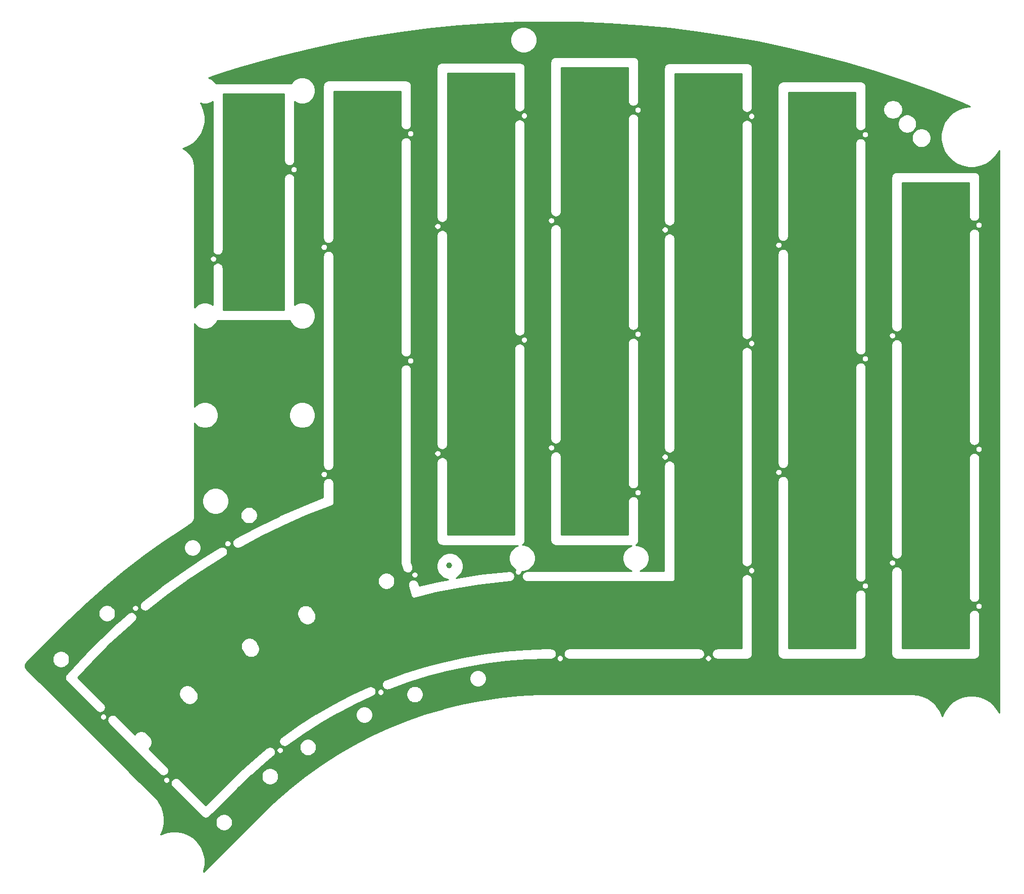
<source format=gtl>
%TF.GenerationSoftware,KiCad,Pcbnew,5.1.12-84ad8e8a86~92~ubuntu20.04.1*%
%TF.CreationDate,2021-11-17T00:48:29+01:00*%
%TF.ProjectId,LergoTopPlate_FR4_Rails_LessRouting,4c657267-6f54-46f7-9050-6c6174655f46,v1.A*%
%TF.SameCoordinates,Original*%
%TF.FileFunction,Copper,L1,Top*%
%TF.FilePolarity,Positive*%
%FSLAX46Y46*%
G04 Gerber Fmt 4.6, Leading zero omitted, Abs format (unit mm)*
G04 Created by KiCad (PCBNEW 5.1.12-84ad8e8a86~92~ubuntu20.04.1) date 2021-11-17 00:48:29*
%MOMM*%
%LPD*%
G01*
G04 APERTURE LIST*
%TA.AperFunction,SMDPad,CuDef*%
%ADD10C,1.000000*%
%TD*%
%TA.AperFunction,NonConductor*%
%ADD11C,0.254000*%
%TD*%
%TA.AperFunction,NonConductor*%
%ADD12C,0.150000*%
%TD*%
G04 APERTURE END LIST*
D10*
X144713995Y-109757730D03*
D11*
X166420503Y-18711548D02*
X171480350Y-18912344D01*
X176532638Y-19254342D01*
X181573464Y-19737281D01*
X186598760Y-20360769D01*
X191604700Y-21124330D01*
X196587416Y-22027377D01*
X201542920Y-23069185D01*
X206467462Y-24248967D01*
X211357086Y-25565776D01*
X216208069Y-27018607D01*
X221016579Y-28606314D01*
X225778876Y-30327660D01*
X230491834Y-32181533D01*
X231961377Y-32801844D01*
X231715416Y-32801844D01*
X230724890Y-32998872D01*
X229791836Y-33385356D01*
X228952109Y-33946443D01*
X228237980Y-34660572D01*
X227676893Y-35500299D01*
X227290409Y-36433353D01*
X227093381Y-37423879D01*
X227093381Y-38433809D01*
X227290409Y-39424335D01*
X227676893Y-40357389D01*
X228237980Y-41197116D01*
X228952109Y-41911245D01*
X229791836Y-42472332D01*
X230724890Y-42858816D01*
X231715416Y-43055844D01*
X232725346Y-43055844D01*
X233715872Y-42858816D01*
X234648926Y-42472332D01*
X235488653Y-41911245D01*
X236202782Y-41197116D01*
X236763869Y-40357389D01*
X236843381Y-40165430D01*
X236843382Y-134503416D01*
X236763869Y-134311455D01*
X236202782Y-133471728D01*
X235488653Y-132757599D01*
X234648926Y-132196512D01*
X233715872Y-131810028D01*
X232725346Y-131613000D01*
X231715416Y-131613000D01*
X230724890Y-131810028D01*
X229791836Y-132196512D01*
X228952109Y-132757599D01*
X228237980Y-133471728D01*
X227676893Y-134311455D01*
X227341287Y-135121678D01*
X227325806Y-135057194D01*
X227322024Y-135045955D01*
X227319557Y-135034349D01*
X227304428Y-134993668D01*
X226947119Y-134179697D01*
X226941404Y-134169301D01*
X226936923Y-134158321D01*
X226914829Y-134120962D01*
X226419026Y-133383128D01*
X226411560Y-133373909D01*
X226405205Y-133363894D01*
X226376845Y-133331039D01*
X225758218Y-132692666D01*
X225749242Y-132684918D01*
X225741210Y-132676183D01*
X225707479Y-132648869D01*
X224985583Y-132130135D01*
X224975379Y-132124100D01*
X224965925Y-132116924D01*
X224927891Y-132096015D01*
X224125544Y-131713315D01*
X224114427Y-131709181D01*
X224103857Y-131703795D01*
X224062721Y-131689952D01*
X223205285Y-131455384D01*
X223193616Y-131453284D01*
X223182255Y-131449854D01*
X223139318Y-131443514D01*
X222255611Y-131364646D01*
X222238877Y-131362999D01*
X161741840Y-131366602D01*
X161738903Y-131366891D01*
X159610675Y-131400324D01*
X159609200Y-131400382D01*
X159607715Y-131400382D01*
X159595881Y-131400847D01*
X156384832Y-131577562D01*
X156381909Y-131577792D01*
X156378922Y-131577933D01*
X156367123Y-131578955D01*
X153167963Y-131906734D01*
X153165024Y-131907105D01*
X153162077Y-131907384D01*
X153150338Y-131908961D01*
X149970170Y-132387078D01*
X149967261Y-132387586D01*
X149964322Y-132388004D01*
X149952671Y-132390132D01*
X146798556Y-133017525D01*
X146795670Y-133018170D01*
X146792757Y-133018726D01*
X146781219Y-133021400D01*
X143660160Y-133796675D01*
X143657300Y-133797457D01*
X143654424Y-133798148D01*
X143643025Y-133801362D01*
X140561951Y-134722800D01*
X140559133Y-134723715D01*
X140556292Y-134724541D01*
X140545057Y-134728289D01*
X137510809Y-135793841D01*
X137508040Y-135794887D01*
X137505237Y-135795847D01*
X137494191Y-135800120D01*
X134513505Y-137007422D01*
X134510791Y-137008596D01*
X134508034Y-137009688D01*
X134497202Y-137014477D01*
X131576698Y-138360848D01*
X131574051Y-138362145D01*
X131571340Y-138363369D01*
X131560746Y-138368663D01*
X128706906Y-139851114D01*
X128704318Y-139852537D01*
X128701672Y-139853885D01*
X128691339Y-139859672D01*
X125910500Y-141474912D01*
X125907966Y-141476465D01*
X125905403Y-141477927D01*
X125895353Y-141484194D01*
X123193690Y-143228636D01*
X123191255Y-143230291D01*
X123188740Y-143231887D01*
X123178997Y-143238621D01*
X120562507Y-145108392D01*
X120560157Y-145110157D01*
X120557716Y-145111872D01*
X120548301Y-145119058D01*
X118022796Y-147110007D01*
X118020528Y-147111883D01*
X118018174Y-147113709D01*
X118009108Y-147121330D01*
X115580191Y-149229037D01*
X115578005Y-149231026D01*
X115575749Y-149232953D01*
X115567052Y-149240992D01*
X113250259Y-151451102D01*
X113246794Y-151453947D01*
X103489872Y-161215347D01*
X103568871Y-161024628D01*
X103765899Y-160034102D01*
X103765899Y-159024172D01*
X103568871Y-158033646D01*
X103182387Y-157100592D01*
X102621300Y-156260865D01*
X101907171Y-155546736D01*
X101067444Y-154985649D01*
X100134390Y-154599165D01*
X99143864Y-154402137D01*
X98133934Y-154402137D01*
X97143408Y-154599165D01*
X96333185Y-154934771D01*
X96367835Y-154878227D01*
X96373107Y-154867607D01*
X96379570Y-154857655D01*
X96397638Y-154818191D01*
X96720548Y-153989971D01*
X96723858Y-153978578D01*
X96728454Y-153967645D01*
X96739239Y-153925636D01*
X96739248Y-153925606D01*
X96739249Y-153925595D01*
X96910388Y-153053291D01*
X96911628Y-153041499D01*
X96914216Y-153029919D01*
X96917392Y-152986661D01*
X96917395Y-152986632D01*
X96917394Y-152986621D01*
X96921180Y-152745599D01*
X105518463Y-152745599D01*
X105518463Y-153026693D01*
X105573301Y-153302387D01*
X105680872Y-153562084D01*
X105837039Y-153795806D01*
X106035803Y-153994570D01*
X106269525Y-154150737D01*
X106529222Y-154258308D01*
X106804916Y-154313146D01*
X107086010Y-154313146D01*
X107361704Y-154258308D01*
X107621401Y-154150737D01*
X107855123Y-153994570D01*
X108053887Y-153795806D01*
X108210054Y-153562084D01*
X108317625Y-153302387D01*
X108372463Y-153026693D01*
X108372463Y-152745599D01*
X108317625Y-152469905D01*
X108210054Y-152210208D01*
X108053887Y-151976486D01*
X107855123Y-151777722D01*
X107621401Y-151621555D01*
X107361704Y-151513984D01*
X107086010Y-151459146D01*
X106804916Y-151459146D01*
X106529222Y-151513984D01*
X106269525Y-151621555D01*
X106035803Y-151777722D01*
X105837039Y-151976486D01*
X105680872Y-152210208D01*
X105573301Y-152469905D01*
X105518463Y-152745599D01*
X96921180Y-152745599D01*
X96931357Y-152097799D01*
X96930489Y-152085975D01*
X96930986Y-152074119D01*
X96926449Y-152030954D01*
X96782792Y-151153695D01*
X96779841Y-151142203D01*
X96778232Y-151130454D01*
X96766123Y-151088775D01*
X96469388Y-150250820D01*
X96464451Y-150240037D01*
X96460785Y-150228753D01*
X96441486Y-150189877D01*
X96001051Y-149417713D01*
X95994284Y-149407977D01*
X95988677Y-149397519D01*
X95962809Y-149362690D01*
X95962798Y-149362674D01*
X95962793Y-149362669D01*
X95393694Y-148682034D01*
X95383038Y-148669050D01*
X92451630Y-145737642D01*
X96735190Y-145737642D01*
X96735190Y-145851302D01*
X96757364Y-145962777D01*
X96800859Y-146067784D01*
X96864005Y-146162288D01*
X96944374Y-146242657D01*
X97038878Y-146305803D01*
X97143885Y-146349298D01*
X97255360Y-146371472D01*
X97369020Y-146371472D01*
X97418739Y-146361582D01*
X98002713Y-146361582D01*
X98003242Y-146367170D01*
X98013103Y-146464254D01*
X98020307Y-146499982D01*
X98027007Y-146535785D01*
X98028610Y-146541164D01*
X98057140Y-146634482D01*
X98071138Y-146668109D01*
X98084672Y-146701948D01*
X98087290Y-146706913D01*
X98133404Y-146792915D01*
X98153695Y-146823225D01*
X98173518Y-146853751D01*
X98177050Y-146858113D01*
X98238990Y-146933519D01*
X98238997Y-146933526D01*
X98251407Y-146948648D01*
X103246758Y-151944001D01*
X103260070Y-151954926D01*
X103262207Y-151957093D01*
X103266544Y-151960655D01*
X103342380Y-152022065D01*
X103372817Y-152042134D01*
X103402929Y-152062599D01*
X103407876Y-152065251D01*
X103407879Y-152065253D01*
X103407883Y-152065254D01*
X103494195Y-152110763D01*
X103527931Y-152124531D01*
X103561472Y-152138768D01*
X103566834Y-152140407D01*
X103566836Y-152140408D01*
X103566838Y-152140408D01*
X103566840Y-152140409D01*
X103660356Y-152168287D01*
X103667839Y-152169741D01*
X103687716Y-152177975D01*
X103808851Y-152202070D01*
X103932359Y-152202070D01*
X104053494Y-152177975D01*
X104072501Y-152170102D01*
X104081590Y-152168401D01*
X104086969Y-152166797D01*
X104180288Y-152138266D01*
X104213927Y-152124263D01*
X104247754Y-152110734D01*
X104252719Y-152108116D01*
X104338719Y-152062003D01*
X104369003Y-152041729D01*
X104399552Y-152021891D01*
X104403914Y-152018358D01*
X104479320Y-151956419D01*
X104479323Y-151956416D01*
X104494451Y-151944001D01*
X109090645Y-147347809D01*
X109105974Y-147335230D01*
X109118564Y-147319890D01*
X109118573Y-147319881D01*
X109145756Y-147286759D01*
X109156212Y-147274019D01*
X109156214Y-147274016D01*
X109156221Y-147274007D01*
X109172819Y-147242955D01*
X111480204Y-145038135D01*
X113225927Y-145038135D01*
X113225927Y-145319229D01*
X113280765Y-145594923D01*
X113388336Y-145854620D01*
X113544503Y-146088342D01*
X113743267Y-146287106D01*
X113976989Y-146443273D01*
X114236686Y-146550844D01*
X114512380Y-146605682D01*
X114793474Y-146605682D01*
X115069168Y-146550844D01*
X115328865Y-146443273D01*
X115562587Y-146287106D01*
X115761351Y-146088342D01*
X115917518Y-145854620D01*
X116025089Y-145594923D01*
X116079927Y-145319229D01*
X116079927Y-145038135D01*
X116025089Y-144762441D01*
X115917518Y-144502744D01*
X115761351Y-144269022D01*
X115562587Y-144070258D01*
X115328865Y-143914091D01*
X115069168Y-143806520D01*
X114793474Y-143751682D01*
X114512380Y-143751682D01*
X114236686Y-143806520D01*
X113976989Y-143914091D01*
X113743267Y-144070258D01*
X113544503Y-144269022D01*
X113388336Y-144502744D01*
X113280765Y-144762441D01*
X113225927Y-145038135D01*
X111480204Y-145038135D01*
X111535079Y-144985700D01*
X114084016Y-142762290D01*
X115239962Y-141818759D01*
X115241769Y-141817353D01*
X115242285Y-141816863D01*
X115243540Y-141815839D01*
X115257406Y-141803987D01*
X115263552Y-141798232D01*
X115269528Y-141793646D01*
X115273599Y-141789782D01*
X115343912Y-141722117D01*
X115367581Y-141694404D01*
X115391619Y-141667042D01*
X115394863Y-141662461D01*
X115450695Y-141582428D01*
X115468535Y-141550637D01*
X115486799Y-141519131D01*
X115489091Y-141514007D01*
X115528314Y-141424654D01*
X115539632Y-141390025D01*
X115551435Y-141355553D01*
X115552688Y-141350081D01*
X115573809Y-141254811D01*
X115578188Y-141218624D01*
X115583068Y-141182533D01*
X115583235Y-141176923D01*
X115585449Y-141079366D01*
X115582717Y-141043034D01*
X115580493Y-141006667D01*
X115579566Y-141001131D01*
X115562789Y-140905001D01*
X115553048Y-140869875D01*
X115543806Y-140834647D01*
X115541822Y-140829396D01*
X115506692Y-140738355D01*
X115503887Y-140732777D01*
X115754560Y-140732777D01*
X115754560Y-140846437D01*
X115776734Y-140957912D01*
X115820229Y-141062919D01*
X115883375Y-141157423D01*
X115963744Y-141237792D01*
X116058248Y-141300938D01*
X116163255Y-141344433D01*
X116274730Y-141366607D01*
X116388390Y-141366607D01*
X116499865Y-141344433D01*
X116604872Y-141300938D01*
X116699376Y-141237792D01*
X116779745Y-141157423D01*
X116842891Y-141062919D01*
X116886386Y-140957912D01*
X116908560Y-140846437D01*
X116908560Y-140732777D01*
X116886386Y-140621302D01*
X116842891Y-140516295D01*
X116779745Y-140421791D01*
X116699376Y-140341422D01*
X116604872Y-140278276D01*
X116499865Y-140234781D01*
X116388390Y-140212607D01*
X116274730Y-140212607D01*
X116163255Y-140234781D01*
X116058248Y-140278276D01*
X115963744Y-140341422D01*
X115883375Y-140421791D01*
X115820229Y-140516295D01*
X115776734Y-140621302D01*
X115754560Y-140732777D01*
X115503887Y-140732777D01*
X115490326Y-140705814D01*
X115474406Y-140673028D01*
X115471439Y-140668263D01*
X115419295Y-140585780D01*
X115396918Y-140557035D01*
X115374938Y-140527972D01*
X115371102Y-140523873D01*
X115303932Y-140453090D01*
X115276389Y-140429231D01*
X115249187Y-140404995D01*
X115244629Y-140401720D01*
X115164988Y-140345331D01*
X115133362Y-140327292D01*
X115101944Y-140308785D01*
X115096836Y-140306458D01*
X115007758Y-140266612D01*
X114973199Y-140255049D01*
X114938823Y-140243010D01*
X114933360Y-140241719D01*
X114838240Y-140219933D01*
X114802121Y-140215306D01*
X114766027Y-140210168D01*
X114760420Y-140209963D01*
X114760417Y-140209963D01*
X114662877Y-140207068D01*
X114626534Y-140209546D01*
X114590143Y-140211516D01*
X114584600Y-140212404D01*
X114488357Y-140228510D01*
X114453149Y-140238010D01*
X114417875Y-140247001D01*
X114412611Y-140248948D01*
X114321327Y-140283441D01*
X114288688Y-140299573D01*
X114255775Y-140315271D01*
X114250989Y-140318204D01*
X114168144Y-140369771D01*
X114167273Y-140370440D01*
X114159197Y-140375508D01*
X114144203Y-140385896D01*
X114129696Y-140396953D01*
X114126420Y-140399598D01*
X112930575Y-141375435D01*
X112927150Y-141378362D01*
X112923667Y-141381202D01*
X112920480Y-141383953D01*
X110325519Y-143647512D01*
X110320305Y-143652273D01*
X110315108Y-143656919D01*
X110312049Y-143659811D01*
X107833410Y-146028274D01*
X107814544Y-146043755D01*
X107764306Y-146104966D01*
X107745575Y-146140007D01*
X107745557Y-146140038D01*
X107745541Y-146140069D01*
X107743702Y-146143510D01*
X103870605Y-150016607D01*
X99527026Y-145673029D01*
X99511519Y-145660303D01*
X99506924Y-145655708D01*
X99502562Y-145652176D01*
X99426299Y-145591296D01*
X99395745Y-145571454D01*
X99365464Y-145551182D01*
X99360509Y-145548571D01*
X99360500Y-145548565D01*
X99360491Y-145548561D01*
X99273863Y-145503658D01*
X99240035Y-145490128D01*
X99206399Y-145476126D01*
X99201020Y-145474522D01*
X99107312Y-145447297D01*
X99071471Y-145440590D01*
X99035781Y-145433393D01*
X99030196Y-145432865D01*
X99030192Y-145432865D01*
X98932981Y-145424360D01*
X98896550Y-145424741D01*
X98860112Y-145424614D01*
X98854528Y-145425181D01*
X98757516Y-145435720D01*
X98721809Y-145443180D01*
X98686085Y-145450123D01*
X98680720Y-145451763D01*
X98680714Y-145451765D01*
X98587601Y-145480945D01*
X98554054Y-145495185D01*
X98520328Y-145508948D01*
X98515381Y-145511601D01*
X98429705Y-145558313D01*
X98399587Y-145578781D01*
X98369153Y-145598848D01*
X98364816Y-145602411D01*
X98289844Y-145664875D01*
X98264243Y-145690836D01*
X98238315Y-145716404D01*
X98234753Y-145720741D01*
X98173343Y-145796577D01*
X98153284Y-145826998D01*
X98132809Y-145857126D01*
X98130156Y-145862073D01*
X98084645Y-145948393D01*
X98070896Y-145982083D01*
X98056640Y-146015669D01*
X98054999Y-146021036D01*
X98027121Y-146114553D01*
X98020172Y-146150301D01*
X98012718Y-146185983D01*
X98012151Y-146191568D01*
X98002968Y-146288717D01*
X98003095Y-146325146D01*
X98002713Y-146361582D01*
X97418739Y-146361582D01*
X97480495Y-146349298D01*
X97585502Y-146305803D01*
X97680006Y-146242657D01*
X97760375Y-146162288D01*
X97823521Y-146067784D01*
X97867016Y-145962777D01*
X97889190Y-145851302D01*
X97889190Y-145737642D01*
X97867016Y-145626167D01*
X97823521Y-145521160D01*
X97760375Y-145426656D01*
X97680006Y-145346287D01*
X97585502Y-145283141D01*
X97480495Y-145239646D01*
X97369020Y-145217472D01*
X97255360Y-145217472D01*
X97143885Y-145239646D01*
X97038878Y-145283141D01*
X96944374Y-145346287D01*
X96864005Y-145426656D01*
X96800859Y-145521160D01*
X96757364Y-145626167D01*
X96735190Y-145737642D01*
X92451630Y-145737642D01*
X81845028Y-135131040D01*
X86128588Y-135131040D01*
X86128588Y-135244700D01*
X86150762Y-135356175D01*
X86194257Y-135461182D01*
X86257403Y-135555686D01*
X86337772Y-135636055D01*
X86432276Y-135699201D01*
X86537283Y-135742696D01*
X86648758Y-135764870D01*
X86762418Y-135764870D01*
X86812137Y-135754980D01*
X87396110Y-135754980D01*
X87396639Y-135760568D01*
X87406500Y-135857652D01*
X87413702Y-135893369D01*
X87420403Y-135929180D01*
X87422007Y-135934560D01*
X87450537Y-136027879D01*
X87464546Y-136061534D01*
X87478070Y-136095348D01*
X87480688Y-136100313D01*
X87526801Y-136186313D01*
X87547075Y-136216597D01*
X87566913Y-136247146D01*
X87570446Y-136251508D01*
X87632385Y-136326914D01*
X87632390Y-136326919D01*
X87644805Y-136342047D01*
X96158011Y-144855254D01*
X96173524Y-144867985D01*
X96178115Y-144872576D01*
X96182477Y-144876108D01*
X96258740Y-144936988D01*
X96289317Y-144956845D01*
X96319572Y-144977100D01*
X96324537Y-144979718D01*
X96411173Y-145024626D01*
X96445009Y-145038160D01*
X96478641Y-145052160D01*
X96484009Y-145053759D01*
X96484018Y-145053763D01*
X96484026Y-145053765D01*
X96577730Y-145080988D01*
X96613550Y-145087691D01*
X96649259Y-145094892D01*
X96654847Y-145095420D01*
X96752057Y-145103925D01*
X96788489Y-145103544D01*
X96824927Y-145103671D01*
X96830511Y-145103104D01*
X96927523Y-145092565D01*
X96963193Y-145085113D01*
X96998952Y-145078162D01*
X97004320Y-145076521D01*
X97097438Y-145047340D01*
X97130977Y-145033104D01*
X97164712Y-145019337D01*
X97169659Y-145016684D01*
X97255335Y-144969972D01*
X97285461Y-144949499D01*
X97315887Y-144929437D01*
X97320224Y-144925874D01*
X97395197Y-144863409D01*
X97420761Y-144837486D01*
X97446723Y-144811884D01*
X97450285Y-144807546D01*
X97511696Y-144731710D01*
X97531746Y-144701303D01*
X97552234Y-144671156D01*
X97554886Y-144666209D01*
X97600397Y-144579889D01*
X97614154Y-144546177D01*
X97628399Y-144512620D01*
X97630040Y-144507252D01*
X97657919Y-144413736D01*
X97664876Y-144377947D01*
X97672323Y-144342301D01*
X97672889Y-144336727D01*
X97672890Y-144336722D01*
X97672890Y-144336717D01*
X97682073Y-144239567D01*
X97681946Y-144203138D01*
X97682328Y-144166702D01*
X97681799Y-144161114D01*
X97671938Y-144064031D01*
X97664738Y-144028320D01*
X97658035Y-143992502D01*
X97656431Y-143987123D01*
X97627901Y-143893803D01*
X97613892Y-143860148D01*
X97600368Y-143826334D01*
X97597750Y-143821369D01*
X97551637Y-143735369D01*
X97531348Y-143705061D01*
X97511525Y-143674536D01*
X97507996Y-143670179D01*
X97507992Y-143670173D01*
X97507987Y-143670168D01*
X97446053Y-143594768D01*
X97446052Y-143594767D01*
X97433632Y-143579633D01*
X94380810Y-140526811D01*
X94384739Y-140524186D01*
X94583503Y-140325422D01*
X94739670Y-140091700D01*
X94847241Y-139832003D01*
X94902079Y-139556309D01*
X94902079Y-139309818D01*
X116164529Y-139309818D01*
X116167261Y-139346150D01*
X116169485Y-139382517D01*
X116170412Y-139388053D01*
X116187189Y-139484183D01*
X116196925Y-139519291D01*
X116206172Y-139554538D01*
X116208156Y-139559788D01*
X116243286Y-139650830D01*
X116259660Y-139683386D01*
X116275572Y-139716156D01*
X116278539Y-139720921D01*
X116330683Y-139803404D01*
X116353056Y-139832144D01*
X116375040Y-139861212D01*
X116378875Y-139865310D01*
X116446046Y-139936094D01*
X116473589Y-139959953D01*
X116500791Y-139984189D01*
X116505349Y-139987464D01*
X116584990Y-140043853D01*
X116616616Y-140061892D01*
X116648034Y-140080399D01*
X116653142Y-140082726D01*
X116742220Y-140122572D01*
X116776779Y-140134135D01*
X116811155Y-140146174D01*
X116816618Y-140147465D01*
X116911738Y-140169251D01*
X116947861Y-140173879D01*
X116983951Y-140179016D01*
X116989557Y-140179221D01*
X116989561Y-140179221D01*
X117087101Y-140182116D01*
X117123444Y-140179638D01*
X117159835Y-140177668D01*
X117165377Y-140176780D01*
X117244118Y-140163603D01*
X119578544Y-140163603D01*
X119578544Y-140444697D01*
X119633382Y-140720391D01*
X119740953Y-140980088D01*
X119897120Y-141213810D01*
X120095884Y-141412574D01*
X120329606Y-141568741D01*
X120589303Y-141676312D01*
X120864997Y-141731150D01*
X121146091Y-141731150D01*
X121421785Y-141676312D01*
X121681482Y-141568741D01*
X121915204Y-141412574D01*
X122113968Y-141213810D01*
X122270135Y-140980088D01*
X122377706Y-140720391D01*
X122432544Y-140444697D01*
X122432544Y-140163603D01*
X122377706Y-139887909D01*
X122270135Y-139628212D01*
X122113968Y-139394490D01*
X121915204Y-139195726D01*
X121681482Y-139039559D01*
X121421785Y-138931988D01*
X121146091Y-138877150D01*
X120864997Y-138877150D01*
X120589303Y-138931988D01*
X120329606Y-139039559D01*
X120095884Y-139195726D01*
X119897120Y-139394490D01*
X119740953Y-139628212D01*
X119633382Y-139887909D01*
X119578544Y-140163603D01*
X117244118Y-140163603D01*
X117261621Y-140160674D01*
X117296794Y-140151183D01*
X117332102Y-140142184D01*
X117337367Y-140140236D01*
X117428650Y-140105743D01*
X117461289Y-140089612D01*
X117494203Y-140073913D01*
X117498989Y-140070980D01*
X117581530Y-140019602D01*
X117581549Y-140019591D01*
X117581569Y-140019578D01*
X117581834Y-140019413D01*
X117581906Y-140019358D01*
X117596820Y-140009616D01*
X117600279Y-140007216D01*
X120374605Y-138060834D01*
X123226657Y-136247211D01*
X125898826Y-134713603D01*
X129018220Y-134713603D01*
X129018220Y-134994697D01*
X129073058Y-135270391D01*
X129180629Y-135530088D01*
X129336796Y-135763810D01*
X129535560Y-135962574D01*
X129769282Y-136118741D01*
X130028979Y-136226312D01*
X130304673Y-136281150D01*
X130585767Y-136281150D01*
X130861461Y-136226312D01*
X131121158Y-136118741D01*
X131354880Y-135962574D01*
X131553644Y-135763810D01*
X131709811Y-135530088D01*
X131817382Y-135270391D01*
X131872220Y-134994697D01*
X131872220Y-134713603D01*
X131817382Y-134437909D01*
X131709811Y-134178212D01*
X131553644Y-133944490D01*
X131354880Y-133745726D01*
X131121158Y-133589559D01*
X130861461Y-133481988D01*
X130585767Y-133427150D01*
X130304673Y-133427150D01*
X130028979Y-133481988D01*
X129769282Y-133589559D01*
X129535560Y-133745726D01*
X129336796Y-133944490D01*
X129180629Y-134178212D01*
X129073058Y-134437909D01*
X129018220Y-134713603D01*
X125898826Y-134713603D01*
X126158055Y-134564827D01*
X129163191Y-133016927D01*
X131883750Y-131759851D01*
X131884020Y-131759737D01*
X131884153Y-131759665D01*
X131889760Y-131757074D01*
X131906141Y-131749049D01*
X131910203Y-131746826D01*
X131916918Y-131744044D01*
X131921851Y-131741366D01*
X132007281Y-131694205D01*
X132037308Y-131673568D01*
X132067617Y-131653355D01*
X132071936Y-131649770D01*
X132146580Y-131586915D01*
X132172038Y-131560828D01*
X132197837Y-131535119D01*
X132201377Y-131530763D01*
X132262390Y-131454607D01*
X132282295Y-131424073D01*
X132302609Y-131393843D01*
X132305236Y-131388882D01*
X132350295Y-131302325D01*
X132363892Y-131268501D01*
X132377946Y-131234904D01*
X132379559Y-131229528D01*
X132406947Y-131135867D01*
X132413712Y-131100064D01*
X132420976Y-131064364D01*
X132421513Y-131058777D01*
X132421514Y-131058774D01*
X132421514Y-131058767D01*
X132427449Y-130992261D01*
X132625631Y-130992261D01*
X132625631Y-131105921D01*
X132647805Y-131217396D01*
X132691300Y-131322403D01*
X132754446Y-131416907D01*
X132834815Y-131497276D01*
X132929319Y-131560422D01*
X133034326Y-131603917D01*
X133145801Y-131626091D01*
X133259461Y-131626091D01*
X133370936Y-131603917D01*
X133475943Y-131560422D01*
X133570447Y-131497276D01*
X133650816Y-131416907D01*
X133713962Y-131322403D01*
X133730664Y-131282080D01*
X137490245Y-131282080D01*
X137490245Y-131563174D01*
X137545083Y-131838868D01*
X137652654Y-132098565D01*
X137808821Y-132332287D01*
X138007585Y-132531051D01*
X138241307Y-132687218D01*
X138501004Y-132794789D01*
X138776698Y-132849627D01*
X139057792Y-132849627D01*
X139333486Y-132794789D01*
X139593183Y-132687218D01*
X139826905Y-132531051D01*
X140025669Y-132332287D01*
X140181836Y-132098565D01*
X140289407Y-131838868D01*
X140344245Y-131563174D01*
X140344245Y-131282080D01*
X140289407Y-131006386D01*
X140181836Y-130746689D01*
X140025669Y-130512967D01*
X139826905Y-130314203D01*
X139593183Y-130158036D01*
X139333486Y-130050465D01*
X139057792Y-129995627D01*
X138776698Y-129995627D01*
X138501004Y-130050465D01*
X138241307Y-130158036D01*
X138007585Y-130314203D01*
X137808821Y-130512967D01*
X137652654Y-130746689D01*
X137545083Y-131006386D01*
X137490245Y-131282080D01*
X133730664Y-131282080D01*
X133757457Y-131217396D01*
X133779631Y-131105921D01*
X133779631Y-130992261D01*
X133757457Y-130880786D01*
X133713962Y-130775779D01*
X133650816Y-130681275D01*
X133570447Y-130600906D01*
X133475943Y-130537760D01*
X133370936Y-130494265D01*
X133259461Y-130472091D01*
X133145801Y-130472091D01*
X133034326Y-130494265D01*
X132929319Y-130537760D01*
X132834815Y-130600906D01*
X132754446Y-130681275D01*
X132691300Y-130775779D01*
X132647805Y-130880786D01*
X132625631Y-130992261D01*
X132427449Y-130992261D01*
X132430188Y-130961580D01*
X132429871Y-130925169D01*
X132430062Y-130888712D01*
X132429504Y-130883126D01*
X132419135Y-130786097D01*
X132411742Y-130750397D01*
X132404856Y-130714638D01*
X132403228Y-130709279D01*
X132403226Y-130709271D01*
X132403223Y-130709264D01*
X132374205Y-130616099D01*
X132360037Y-130582558D01*
X132346322Y-130548781D01*
X132343678Y-130543830D01*
X132297116Y-130458072D01*
X132276678Y-130427885D01*
X132256683Y-130397445D01*
X132253134Y-130393109D01*
X132253131Y-130393105D01*
X132253128Y-130393102D01*
X132190795Y-130318021D01*
X132164888Y-130292384D01*
X132139359Y-130266406D01*
X132135028Y-130262836D01*
X132059299Y-130201293D01*
X132028928Y-130181191D01*
X131998822Y-130160653D01*
X131993880Y-130157992D01*
X131907640Y-130112329D01*
X131873915Y-130098497D01*
X131840411Y-130084206D01*
X131835046Y-130082556D01*
X131741578Y-130054515D01*
X131705824Y-130047501D01*
X131670174Y-130039988D01*
X131664591Y-130039411D01*
X131567457Y-130030058D01*
X131531041Y-130030122D01*
X131494590Y-130029676D01*
X131489000Y-130030195D01*
X131391900Y-130039887D01*
X131356180Y-130047024D01*
X131320349Y-130053665D01*
X131314967Y-130055259D01*
X131221598Y-130083626D01*
X131220871Y-130083927D01*
X131207581Y-130088168D01*
X131190473Y-130094497D01*
X131173671Y-130101594D01*
X131169840Y-130103340D01*
X128362612Y-131400461D01*
X128356702Y-131403357D01*
X128350810Y-131406150D01*
X128347058Y-131408059D01*
X125286230Y-132985669D01*
X125280081Y-132989017D01*
X125273872Y-132992314D01*
X125270210Y-132994392D01*
X122284097Y-134709226D01*
X122278078Y-134712866D01*
X122272053Y-134716425D01*
X122268489Y-134718666D01*
X119363241Y-136567194D01*
X119357405Y-136571096D01*
X119351536Y-136574932D01*
X119348078Y-136577333D01*
X116529675Y-138555748D01*
X116518913Y-138563673D01*
X116518172Y-138564127D01*
X116515175Y-138566426D01*
X116514987Y-138566564D01*
X116514850Y-138566675D01*
X116513718Y-138567543D01*
X116508209Y-138571831D01*
X116506675Y-138573286D01*
X116500805Y-138578034D01*
X116487157Y-138590137D01*
X116485910Y-138591348D01*
X116480450Y-138595538D01*
X116476379Y-138599402D01*
X116406066Y-138667067D01*
X116382397Y-138694780D01*
X116358359Y-138722142D01*
X116355115Y-138726723D01*
X116299283Y-138806756D01*
X116281443Y-138838547D01*
X116263179Y-138870053D01*
X116260887Y-138875177D01*
X116221664Y-138964530D01*
X116210346Y-138999159D01*
X116198543Y-139033631D01*
X116197290Y-139039103D01*
X116176169Y-139134373D01*
X116171790Y-139170560D01*
X116166910Y-139206651D01*
X116166743Y-139212261D01*
X116164529Y-139309818D01*
X94902079Y-139309818D01*
X94902079Y-139275215D01*
X94847241Y-138999521D01*
X94739670Y-138739824D01*
X94583503Y-138506102D01*
X94384739Y-138307338D01*
X94270756Y-138231177D01*
X94194595Y-138117194D01*
X93995831Y-137918430D01*
X93762109Y-137762263D01*
X93502412Y-137654692D01*
X93226718Y-137599854D01*
X92945624Y-137599854D01*
X92669930Y-137654692D01*
X92410233Y-137762263D01*
X92176511Y-137918430D01*
X91977747Y-138117194D01*
X91975122Y-138121123D01*
X88920425Y-135066427D01*
X88904918Y-135053701D01*
X88900323Y-135049106D01*
X88895961Y-135045574D01*
X88819698Y-134984694D01*
X88789121Y-134964837D01*
X88758866Y-134944582D01*
X88753907Y-134941968D01*
X88753899Y-134941963D01*
X88753891Y-134941960D01*
X88667266Y-134897056D01*
X88633445Y-134883529D01*
X88599797Y-134869522D01*
X88594418Y-134867919D01*
X88500708Y-134840694D01*
X88464888Y-134833991D01*
X88429179Y-134826790D01*
X88423591Y-134826262D01*
X88326380Y-134817757D01*
X88289949Y-134818138D01*
X88253511Y-134818011D01*
X88247927Y-134818578D01*
X88150915Y-134829117D01*
X88115219Y-134836574D01*
X88079486Y-134843520D01*
X88074122Y-134845160D01*
X88074116Y-134845161D01*
X88074110Y-134845163D01*
X87981000Y-134874342D01*
X87947449Y-134888583D01*
X87913726Y-134902345D01*
X87908784Y-134904995D01*
X87908780Y-134904997D01*
X87908779Y-134904998D01*
X87823103Y-134951710D01*
X87792985Y-134972178D01*
X87762551Y-134992245D01*
X87758214Y-134995808D01*
X87683242Y-135058272D01*
X87657642Y-135084232D01*
X87631716Y-135109798D01*
X87628158Y-135114130D01*
X87628153Y-135114135D01*
X87628149Y-135114140D01*
X87566742Y-135189972D01*
X87546703Y-135220363D01*
X87526204Y-135250526D01*
X87523552Y-135255473D01*
X87478041Y-135341793D01*
X87464279Y-135375516D01*
X87450039Y-135409062D01*
X87448398Y-135414430D01*
X87420519Y-135507946D01*
X87413563Y-135543729D01*
X87406115Y-135579381D01*
X87405548Y-135584965D01*
X87396365Y-135682115D01*
X87396492Y-135718544D01*
X87396110Y-135754980D01*
X86812137Y-135754980D01*
X86873893Y-135742696D01*
X86978900Y-135699201D01*
X87073404Y-135636055D01*
X87153773Y-135555686D01*
X87216919Y-135461182D01*
X87260414Y-135356175D01*
X87282588Y-135244700D01*
X87282588Y-135131040D01*
X87260414Y-135019565D01*
X87216919Y-134914558D01*
X87153773Y-134820054D01*
X87073404Y-134739685D01*
X86978900Y-134676539D01*
X86873893Y-134633044D01*
X86762418Y-134610870D01*
X86648758Y-134610870D01*
X86537283Y-134633044D01*
X86432276Y-134676539D01*
X86337772Y-134739685D01*
X86257403Y-134820054D01*
X86194257Y-134914558D01*
X86150762Y-135019565D01*
X86128588Y-135131040D01*
X81845028Y-135131040D01*
X75281689Y-128567701D01*
X80297990Y-128567701D01*
X80297990Y-128691209D01*
X80322085Y-128812344D01*
X80329958Y-128831351D01*
X80331659Y-128840440D01*
X80333263Y-128845819D01*
X80361794Y-128939138D01*
X80375797Y-128972777D01*
X80389326Y-129006604D01*
X80391944Y-129011569D01*
X80438057Y-129097569D01*
X80458331Y-129127853D01*
X80478169Y-129158402D01*
X80481702Y-129162764D01*
X80543641Y-129238170D01*
X80543644Y-129238173D01*
X80556059Y-129253301D01*
X85551411Y-134248653D01*
X85566926Y-134261386D01*
X85571514Y-134265974D01*
X85575876Y-134269506D01*
X85652139Y-134330386D01*
X85682693Y-134350228D01*
X85712974Y-134370500D01*
X85717929Y-134373111D01*
X85717938Y-134373117D01*
X85717947Y-134373121D01*
X85804575Y-134418024D01*
X85838403Y-134431554D01*
X85872039Y-134445556D01*
X85877418Y-134447160D01*
X85971127Y-134474385D01*
X86006961Y-134481091D01*
X86042657Y-134488289D01*
X86048243Y-134488817D01*
X86048245Y-134488817D01*
X86145457Y-134497322D01*
X86181888Y-134496941D01*
X86218326Y-134497068D01*
X86223910Y-134496501D01*
X86320922Y-134485962D01*
X86356604Y-134478507D01*
X86392352Y-134471559D01*
X86397720Y-134469918D01*
X86490837Y-134440737D01*
X86524401Y-134426490D01*
X86558110Y-134412734D01*
X86563052Y-134410084D01*
X86563056Y-134410082D01*
X86563059Y-134410080D01*
X86648733Y-134363369D01*
X86678859Y-134342896D01*
X86709285Y-134322834D01*
X86713622Y-134319271D01*
X86788595Y-134256806D01*
X86814162Y-134230879D01*
X86840123Y-134205278D01*
X86843685Y-134200941D01*
X86905095Y-134125105D01*
X86925164Y-134094668D01*
X86945629Y-134064556D01*
X86948281Y-134059609D01*
X86993793Y-133973290D01*
X87007561Y-133939554D01*
X87021798Y-133906013D01*
X87023439Y-133900645D01*
X87051317Y-133807129D01*
X87058266Y-133771381D01*
X87065720Y-133735699D01*
X87066287Y-133730114D01*
X87075470Y-133632965D01*
X87075343Y-133596536D01*
X87075725Y-133560101D01*
X87075196Y-133554513D01*
X87065335Y-133457428D01*
X87058137Y-133421730D01*
X87051432Y-133385898D01*
X87049828Y-133380518D01*
X87021298Y-133287200D01*
X87007295Y-133253561D01*
X86993766Y-133219734D01*
X86991148Y-133214769D01*
X86945035Y-133128768D01*
X86924771Y-133098498D01*
X86904921Y-133067931D01*
X86901388Y-133063569D01*
X86839449Y-132988164D01*
X86839448Y-132988163D01*
X86827031Y-132973033D01*
X85032841Y-131178843D01*
X99366635Y-131178843D01*
X99366635Y-131459937D01*
X99421473Y-131735631D01*
X99529044Y-131995328D01*
X99685211Y-132229050D01*
X99883975Y-132427814D01*
X99997958Y-132503975D01*
X100074119Y-132617958D01*
X100272883Y-132816722D01*
X100506605Y-132972889D01*
X100766302Y-133080460D01*
X101041996Y-133135298D01*
X101323090Y-133135298D01*
X101598784Y-133080460D01*
X101858481Y-132972889D01*
X102092203Y-132816722D01*
X102290967Y-132617958D01*
X102447134Y-132384236D01*
X102554705Y-132124539D01*
X102609543Y-131848845D01*
X102609543Y-131567751D01*
X102554705Y-131292057D01*
X102447134Y-131032360D01*
X102290967Y-130798638D01*
X102092203Y-130599874D01*
X101978220Y-130523713D01*
X101902059Y-130409730D01*
X101703295Y-130210966D01*
X101469573Y-130054799D01*
X101209876Y-129947228D01*
X100934182Y-129892390D01*
X100653088Y-129892390D01*
X100377394Y-129947228D01*
X100117697Y-130054799D01*
X99883975Y-130210966D01*
X99685211Y-130409730D01*
X99529044Y-130643452D01*
X99421473Y-130903149D01*
X99366635Y-131178843D01*
X85032841Y-131178843D01*
X83604780Y-129750782D01*
X133401048Y-129750782D01*
X133401365Y-129787193D01*
X133401174Y-129823650D01*
X133401732Y-129829235D01*
X133412101Y-129926265D01*
X133419492Y-129961958D01*
X133426380Y-129997725D01*
X133428008Y-130003083D01*
X133428010Y-130003091D01*
X133428012Y-130003095D01*
X133457031Y-130096264D01*
X133471205Y-130129817D01*
X133484914Y-130163581D01*
X133487558Y-130168532D01*
X133534120Y-130254290D01*
X133554558Y-130284477D01*
X133574553Y-130314917D01*
X133578108Y-130319261D01*
X133640441Y-130394341D01*
X133666348Y-130419978D01*
X133691877Y-130445956D01*
X133696208Y-130449526D01*
X133771937Y-130511069D01*
X133802308Y-130531171D01*
X133832414Y-130551709D01*
X133837356Y-130554370D01*
X133923596Y-130600033D01*
X133957335Y-130613871D01*
X133990826Y-130628156D01*
X133996191Y-130629806D01*
X134089658Y-130657847D01*
X134125436Y-130664867D01*
X134161061Y-130672374D01*
X134166638Y-130672950D01*
X134166647Y-130672952D01*
X134166655Y-130672952D01*
X134263779Y-130682304D01*
X134300196Y-130682240D01*
X134336647Y-130682686D01*
X134342236Y-130682167D01*
X134439337Y-130672475D01*
X134475063Y-130665336D01*
X134488000Y-130662939D01*
X134490673Y-130663256D01*
X134569617Y-130657072D01*
X134645840Y-130635607D01*
X134659436Y-130628686D01*
X137819438Y-129475270D01*
X140518664Y-128626676D01*
X148061850Y-128626676D01*
X148061850Y-128907770D01*
X148116688Y-129183464D01*
X148224259Y-129443161D01*
X148380426Y-129676883D01*
X148579190Y-129875647D01*
X148812912Y-130031814D01*
X149072609Y-130139385D01*
X149348303Y-130194223D01*
X149629397Y-130194223D01*
X149905091Y-130139385D01*
X150164788Y-130031814D01*
X150398510Y-129875647D01*
X150597274Y-129676883D01*
X150753441Y-129443161D01*
X150861012Y-129183464D01*
X150915850Y-128907770D01*
X150915850Y-128626676D01*
X150861012Y-128350982D01*
X150753441Y-128091285D01*
X150597274Y-127857563D01*
X150398510Y-127658799D01*
X150164788Y-127502632D01*
X149905091Y-127395061D01*
X149629397Y-127340223D01*
X149348303Y-127340223D01*
X149072609Y-127395061D01*
X148812912Y-127502632D01*
X148579190Y-127658799D01*
X148380426Y-127857563D01*
X148224259Y-128091285D01*
X148116688Y-128350982D01*
X148061850Y-128626676D01*
X140518664Y-128626676D01*
X141043020Y-128461827D01*
X144309240Y-127595662D01*
X147611393Y-126878556D01*
X150942660Y-126311984D01*
X154296225Y-125897108D01*
X157665142Y-125634790D01*
X161046101Y-125525448D01*
X161761939Y-125521996D01*
X161762121Y-125521991D01*
X161762823Y-125521991D01*
X161769803Y-125521942D01*
X161771897Y-125521722D01*
X161780173Y-125521494D01*
X161798365Y-125520167D01*
X161799485Y-125520034D01*
X161806208Y-125520034D01*
X161811791Y-125519447D01*
X161908765Y-125508570D01*
X161944391Y-125500997D01*
X161980147Y-125493918D01*
X161985509Y-125492258D01*
X162078525Y-125462752D01*
X162112048Y-125448384D01*
X162145699Y-125434514D01*
X162150636Y-125431845D01*
X162236149Y-125384834D01*
X162266250Y-125364224D01*
X162296562Y-125344085D01*
X162300887Y-125340507D01*
X162333464Y-125313171D01*
X162683001Y-125313171D01*
X162683001Y-125426831D01*
X162705175Y-125538306D01*
X162748670Y-125643313D01*
X162811816Y-125737817D01*
X162892185Y-125818186D01*
X162986689Y-125881332D01*
X163091696Y-125924827D01*
X163203171Y-125947001D01*
X163316831Y-125947001D01*
X163428306Y-125924827D01*
X163533313Y-125881332D01*
X163627817Y-125818186D01*
X163708186Y-125737817D01*
X163771332Y-125643313D01*
X163814827Y-125538306D01*
X163837001Y-125426831D01*
X163837001Y-125313171D01*
X163814827Y-125201696D01*
X163771332Y-125096689D01*
X163708186Y-125002185D01*
X163627817Y-124921816D01*
X163533313Y-124858670D01*
X163428306Y-124815175D01*
X163316831Y-124793001D01*
X163203171Y-124793001D01*
X163091696Y-124815175D01*
X162986689Y-124858670D01*
X162892185Y-124921816D01*
X162811816Y-125002185D01*
X162748670Y-125096689D01*
X162705175Y-125201696D01*
X162683001Y-125313171D01*
X162333464Y-125313171D01*
X162375639Y-125277782D01*
X162401134Y-125251747D01*
X162426983Y-125226078D01*
X162430530Y-125221728D01*
X162430533Y-125221725D01*
X162430534Y-125221723D01*
X162491676Y-125145678D01*
X162511611Y-125115214D01*
X162532002Y-125084984D01*
X162534637Y-125080028D01*
X162579847Y-124993548D01*
X162593490Y-124959779D01*
X162607614Y-124926181D01*
X162609237Y-124920807D01*
X162636789Y-124827195D01*
X162643618Y-124791396D01*
X162650943Y-124755712D01*
X162651491Y-124750125D01*
X162660335Y-124652943D01*
X162660080Y-124616477D01*
X162660286Y-124587059D01*
X163859667Y-124587059D01*
X163859922Y-124623525D01*
X163859667Y-124659925D01*
X163860215Y-124665512D01*
X163870415Y-124762560D01*
X163877740Y-124798246D01*
X163884568Y-124834041D01*
X163886191Y-124839414D01*
X163915047Y-124932633D01*
X163929165Y-124966217D01*
X163942816Y-125000006D01*
X163945451Y-125004962D01*
X163991864Y-125090799D01*
X164012220Y-125120978D01*
X164032188Y-125151492D01*
X164035736Y-125155842D01*
X164097938Y-125231031D01*
X164123803Y-125256716D01*
X164149281Y-125282734D01*
X164153606Y-125286312D01*
X164229227Y-125347988D01*
X164259611Y-125368175D01*
X164289642Y-125388738D01*
X164294579Y-125391408D01*
X164380740Y-125437220D01*
X164414446Y-125451112D01*
X164447911Y-125465456D01*
X164453274Y-125467116D01*
X164546692Y-125495321D01*
X164582426Y-125502397D01*
X164618075Y-125509974D01*
X164623657Y-125510561D01*
X164720775Y-125520083D01*
X164720782Y-125520083D01*
X164740255Y-125522001D01*
X186619747Y-125521999D01*
X186639708Y-125520033D01*
X186646207Y-125520033D01*
X186651790Y-125519446D01*
X186748764Y-125508569D01*
X186784390Y-125500996D01*
X186820146Y-125493917D01*
X186825508Y-125492257D01*
X186918524Y-125462751D01*
X186952047Y-125448383D01*
X186985698Y-125434513D01*
X186990635Y-125431844D01*
X187076148Y-125384833D01*
X187106249Y-125364223D01*
X187136561Y-125344084D01*
X187140882Y-125340510D01*
X187140886Y-125340506D01*
X187173463Y-125313170D01*
X187523000Y-125313170D01*
X187523000Y-125426830D01*
X187545174Y-125538305D01*
X187588669Y-125643312D01*
X187651815Y-125737816D01*
X187732184Y-125818185D01*
X187826688Y-125881331D01*
X187931695Y-125924826D01*
X188043170Y-125947000D01*
X188156830Y-125947000D01*
X188268305Y-125924826D01*
X188373312Y-125881331D01*
X188467816Y-125818185D01*
X188548185Y-125737816D01*
X188611331Y-125643312D01*
X188654826Y-125538305D01*
X188677000Y-125426830D01*
X188677000Y-125313170D01*
X188654826Y-125201695D01*
X188611331Y-125096688D01*
X188548185Y-125002184D01*
X188467816Y-124921815D01*
X188373312Y-124858669D01*
X188268305Y-124815174D01*
X188156830Y-124793000D01*
X188043170Y-124793000D01*
X187931695Y-124815174D01*
X187826688Y-124858669D01*
X187732184Y-124921815D01*
X187651815Y-125002184D01*
X187588669Y-125096688D01*
X187545174Y-125201695D01*
X187523000Y-125313170D01*
X187173463Y-125313170D01*
X187215638Y-125277781D01*
X187241133Y-125251746D01*
X187266982Y-125226077D01*
X187270529Y-125221727D01*
X187331675Y-125145677D01*
X187351610Y-125115213D01*
X187372001Y-125084983D01*
X187374636Y-125080027D01*
X187419846Y-124993547D01*
X187433489Y-124959778D01*
X187447613Y-124926180D01*
X187449236Y-124920806D01*
X187476788Y-124827194D01*
X187483617Y-124791395D01*
X187490942Y-124755711D01*
X187491490Y-124750124D01*
X187500334Y-124652942D01*
X187500079Y-124616476D01*
X187500285Y-124587058D01*
X188699666Y-124587058D01*
X188699921Y-124623524D01*
X188699666Y-124659924D01*
X188700214Y-124665511D01*
X188710414Y-124762559D01*
X188717739Y-124798245D01*
X188724567Y-124834040D01*
X188726190Y-124839413D01*
X188755046Y-124932632D01*
X188769164Y-124966216D01*
X188782815Y-125000005D01*
X188785450Y-125004961D01*
X188831863Y-125090798D01*
X188852219Y-125120977D01*
X188872187Y-125151491D01*
X188875735Y-125155841D01*
X188937937Y-125231030D01*
X188963802Y-125256715D01*
X188989280Y-125282733D01*
X188993605Y-125286311D01*
X189069226Y-125347987D01*
X189099610Y-125368174D01*
X189129641Y-125388737D01*
X189134578Y-125391407D01*
X189220739Y-125437219D01*
X189254445Y-125451111D01*
X189287910Y-125465455D01*
X189293273Y-125467115D01*
X189386691Y-125495320D01*
X189422425Y-125502396D01*
X189458074Y-125509973D01*
X189463656Y-125510560D01*
X189560774Y-125520082D01*
X189560780Y-125520082D01*
X189580253Y-125522000D01*
X194619747Y-125522000D01*
X194636878Y-125520313D01*
X194639924Y-125520334D01*
X194645511Y-125519786D01*
X194742559Y-125509586D01*
X194778245Y-125502261D01*
X194814040Y-125495433D01*
X194819413Y-125493810D01*
X194912632Y-125464954D01*
X194946216Y-125450836D01*
X194980005Y-125437185D01*
X194984961Y-125434550D01*
X195070798Y-125388137D01*
X195077119Y-125383873D01*
X195096996Y-125375640D01*
X195199689Y-125307023D01*
X195287023Y-125219689D01*
X195355640Y-125116996D01*
X195363514Y-125097988D01*
X195368737Y-125090359D01*
X195371407Y-125085422D01*
X195417219Y-124999261D01*
X195431111Y-124965555D01*
X195445455Y-124932090D01*
X195447115Y-124926727D01*
X195475320Y-124833309D01*
X195482401Y-124797548D01*
X195489973Y-124761926D01*
X195490560Y-124756344D01*
X195500082Y-124659226D01*
X195500082Y-124659220D01*
X195502000Y-124639747D01*
X195502000Y-118100253D01*
X199748000Y-118100253D01*
X199748000Y-118100254D01*
X199748001Y-124639747D01*
X199749687Y-124656869D01*
X199749666Y-124659924D01*
X199750214Y-124665511D01*
X199760414Y-124762559D01*
X199767739Y-124798245D01*
X199774567Y-124834040D01*
X199776190Y-124839413D01*
X199805046Y-124932632D01*
X199819164Y-124966216D01*
X199832815Y-125000005D01*
X199835450Y-125004961D01*
X199881863Y-125090798D01*
X199886127Y-125097119D01*
X199894360Y-125116996D01*
X199962977Y-125219689D01*
X200050311Y-125307023D01*
X200153004Y-125375640D01*
X200172012Y-125383514D01*
X200179641Y-125388737D01*
X200184578Y-125391407D01*
X200270739Y-125437219D01*
X200304445Y-125451111D01*
X200337910Y-125465455D01*
X200343273Y-125467115D01*
X200436691Y-125495320D01*
X200472425Y-125502396D01*
X200508074Y-125509973D01*
X200513656Y-125510560D01*
X200610774Y-125520082D01*
X200610780Y-125520082D01*
X200630253Y-125522000D01*
X213669747Y-125522000D01*
X213686878Y-125520313D01*
X213689924Y-125520334D01*
X213695511Y-125519786D01*
X213792559Y-125509586D01*
X213828245Y-125502261D01*
X213864040Y-125495433D01*
X213869413Y-125493810D01*
X213962632Y-125464954D01*
X213996216Y-125450836D01*
X214030005Y-125437185D01*
X214034961Y-125434550D01*
X214120798Y-125388137D01*
X214127119Y-125383873D01*
X214146996Y-125375640D01*
X214249689Y-125307023D01*
X214337023Y-125219689D01*
X214405640Y-125116996D01*
X214413514Y-125097988D01*
X214418737Y-125090359D01*
X214421407Y-125085422D01*
X214467219Y-124999261D01*
X214481111Y-124965555D01*
X214495455Y-124932090D01*
X214497115Y-124926727D01*
X214525320Y-124833309D01*
X214532401Y-124797548D01*
X214539973Y-124761926D01*
X214540560Y-124756344D01*
X214550082Y-124659226D01*
X214550082Y-124659220D01*
X214552000Y-124639747D01*
X214552000Y-114700253D01*
X214550033Y-114680282D01*
X214550033Y-114673793D01*
X214549446Y-114668210D01*
X214538569Y-114571235D01*
X214530994Y-114535595D01*
X214523917Y-114499854D01*
X214522257Y-114494492D01*
X214492751Y-114401477D01*
X214478387Y-114367962D01*
X214464513Y-114334302D01*
X214461843Y-114329364D01*
X214414833Y-114243852D01*
X214394249Y-114213789D01*
X214374084Y-114183439D01*
X214370505Y-114179114D01*
X214307781Y-114104362D01*
X214281746Y-114078867D01*
X214256077Y-114053018D01*
X214251727Y-114049471D01*
X214175677Y-113988325D01*
X214145206Y-113968385D01*
X214114983Y-113947999D01*
X214110027Y-113945364D01*
X214023548Y-113900154D01*
X213989784Y-113886513D01*
X213956179Y-113872386D01*
X213950806Y-113870764D01*
X213857194Y-113843212D01*
X213821408Y-113836386D01*
X213785711Y-113829058D01*
X213780125Y-113828510D01*
X213682942Y-113819666D01*
X213646476Y-113819921D01*
X213610076Y-113819666D01*
X213604490Y-113820214D01*
X213604486Y-113820214D01*
X213507441Y-113830414D01*
X213471755Y-113837739D01*
X213435960Y-113844567D01*
X213430587Y-113846190D01*
X213337368Y-113875046D01*
X213303784Y-113889164D01*
X213269995Y-113902815D01*
X213265039Y-113905450D01*
X213179201Y-113951863D01*
X213148989Y-113972241D01*
X213118509Y-113992187D01*
X213114159Y-113995735D01*
X213038970Y-114057937D01*
X213013285Y-114083802D01*
X212987267Y-114109280D01*
X212983689Y-114113605D01*
X212922013Y-114189226D01*
X212901826Y-114219610D01*
X212881263Y-114249641D01*
X212878593Y-114254578D01*
X212832781Y-114340739D01*
X212818889Y-114374445D01*
X212804545Y-114407910D01*
X212802885Y-114413273D01*
X212774680Y-114506691D01*
X212767604Y-114542425D01*
X212760027Y-114578074D01*
X212759440Y-114583656D01*
X212749918Y-114680773D01*
X212749918Y-114680790D01*
X212748001Y-114700253D01*
X212748000Y-118139746D01*
X212748001Y-118139756D01*
X212748000Y-123718000D01*
X201552000Y-123718000D01*
X201552000Y-113163170D01*
X213823000Y-113163170D01*
X213823000Y-113276830D01*
X213845174Y-113388305D01*
X213888669Y-113493312D01*
X213951815Y-113587816D01*
X214032184Y-113668185D01*
X214126688Y-113731331D01*
X214231695Y-113774826D01*
X214343170Y-113797000D01*
X214456830Y-113797000D01*
X214568305Y-113774826D01*
X214673312Y-113731331D01*
X214767816Y-113668185D01*
X214848185Y-113587816D01*
X214911331Y-113493312D01*
X214954826Y-113388305D01*
X214977000Y-113276830D01*
X214977000Y-113163170D01*
X214954826Y-113051695D01*
X214911331Y-112946688D01*
X214848185Y-112852184D01*
X214767816Y-112771815D01*
X214673312Y-112708669D01*
X214568305Y-112665174D01*
X214456830Y-112643000D01*
X214343170Y-112643000D01*
X214231695Y-112665174D01*
X214126688Y-112708669D01*
X214032184Y-112771815D01*
X213951815Y-112852184D01*
X213888669Y-112946688D01*
X213845174Y-113051695D01*
X213823000Y-113163170D01*
X201552000Y-113163170D01*
X201552000Y-95650253D01*
X201550033Y-95630282D01*
X201550033Y-95623793D01*
X201549446Y-95618210D01*
X201538569Y-95521235D01*
X201530994Y-95485595D01*
X201523917Y-95449854D01*
X201522257Y-95444492D01*
X201492751Y-95351477D01*
X201478387Y-95317962D01*
X201464513Y-95284302D01*
X201461843Y-95279364D01*
X201414833Y-95193852D01*
X201394249Y-95163789D01*
X201374084Y-95133439D01*
X201370505Y-95129114D01*
X201307781Y-95054362D01*
X201281746Y-95028867D01*
X201256077Y-95003018D01*
X201251727Y-94999471D01*
X201175677Y-94938325D01*
X201145206Y-94918385D01*
X201114983Y-94897999D01*
X201110027Y-94895364D01*
X201023548Y-94850154D01*
X200989784Y-94836513D01*
X200956179Y-94822386D01*
X200950806Y-94820764D01*
X200857194Y-94793212D01*
X200821408Y-94786386D01*
X200785711Y-94779058D01*
X200780125Y-94778510D01*
X200682942Y-94769666D01*
X200646476Y-94769921D01*
X200610076Y-94769666D01*
X200604490Y-94770214D01*
X200604486Y-94770214D01*
X200507441Y-94780414D01*
X200471755Y-94787739D01*
X200435960Y-94794567D01*
X200430587Y-94796190D01*
X200337368Y-94825046D01*
X200303784Y-94839164D01*
X200269995Y-94852815D01*
X200265039Y-94855450D01*
X200179201Y-94901863D01*
X200148989Y-94922241D01*
X200118509Y-94942187D01*
X200114159Y-94945735D01*
X200038970Y-95007937D01*
X200013285Y-95033802D01*
X199987267Y-95059280D01*
X199983689Y-95063605D01*
X199922013Y-95139226D01*
X199901826Y-95169610D01*
X199881263Y-95199641D01*
X199878593Y-95204578D01*
X199832781Y-95290739D01*
X199818889Y-95324445D01*
X199804545Y-95357910D01*
X199802885Y-95363273D01*
X199774680Y-95456691D01*
X199767604Y-95492425D01*
X199760027Y-95528074D01*
X199759440Y-95533656D01*
X199749918Y-95630773D01*
X199749918Y-95630790D01*
X199748001Y-95650253D01*
X199748000Y-118100253D01*
X195502000Y-118100253D01*
X195502000Y-112120253D01*
X195500033Y-112100282D01*
X195500033Y-112093793D01*
X195499446Y-112088210D01*
X195488569Y-111991235D01*
X195480994Y-111955595D01*
X195473917Y-111919854D01*
X195472257Y-111914492D01*
X195442751Y-111821477D01*
X195428387Y-111787962D01*
X195414513Y-111754302D01*
X195411843Y-111749364D01*
X195364833Y-111663852D01*
X195344249Y-111633789D01*
X195324084Y-111603439D01*
X195320505Y-111599114D01*
X195257781Y-111524362D01*
X195231746Y-111498867D01*
X195206077Y-111473018D01*
X195201727Y-111469471D01*
X195125677Y-111408325D01*
X195095206Y-111388385D01*
X195064983Y-111367999D01*
X195060027Y-111365364D01*
X194973548Y-111320154D01*
X194939784Y-111306513D01*
X194906179Y-111292386D01*
X194900806Y-111290764D01*
X194807194Y-111263212D01*
X194771408Y-111256386D01*
X194735711Y-111249058D01*
X194730125Y-111248510D01*
X194632942Y-111239666D01*
X194596476Y-111239921D01*
X194560076Y-111239666D01*
X194554490Y-111240214D01*
X194554486Y-111240214D01*
X194457441Y-111250414D01*
X194421755Y-111257739D01*
X194385960Y-111264567D01*
X194380587Y-111266190D01*
X194287368Y-111295046D01*
X194253784Y-111309164D01*
X194219995Y-111322815D01*
X194215039Y-111325450D01*
X194129201Y-111371863D01*
X194098989Y-111392241D01*
X194068509Y-111412187D01*
X194064159Y-111415735D01*
X193988970Y-111477937D01*
X193963285Y-111503802D01*
X193937267Y-111529280D01*
X193933689Y-111533605D01*
X193872013Y-111609226D01*
X193851826Y-111639610D01*
X193831263Y-111669641D01*
X193828593Y-111674578D01*
X193782781Y-111760739D01*
X193768889Y-111794445D01*
X193754545Y-111827910D01*
X193752885Y-111833273D01*
X193724680Y-111926691D01*
X193717604Y-111962425D01*
X193710027Y-111998074D01*
X193709440Y-112003656D01*
X193699918Y-112100773D01*
X193699918Y-112100781D01*
X193698000Y-112120254D01*
X193698001Y-123718000D01*
X189580253Y-123718000D01*
X189560282Y-123719967D01*
X189553793Y-123719967D01*
X189548210Y-123720554D01*
X189451235Y-123731431D01*
X189415595Y-123739006D01*
X189379854Y-123746083D01*
X189374492Y-123747743D01*
X189281477Y-123777249D01*
X189247962Y-123791613D01*
X189214302Y-123805487D01*
X189209369Y-123808154D01*
X189209365Y-123808156D01*
X189209364Y-123808157D01*
X189123852Y-123855167D01*
X189093789Y-123875751D01*
X189063439Y-123895916D01*
X189059114Y-123899495D01*
X188984362Y-123962219D01*
X188958867Y-123988254D01*
X188933018Y-124013923D01*
X188929471Y-124018273D01*
X188929469Y-124018275D01*
X188929467Y-124018278D01*
X188868325Y-124094323D01*
X188848385Y-124124794D01*
X188827999Y-124155017D01*
X188825364Y-124159973D01*
X188780154Y-124246452D01*
X188766513Y-124280216D01*
X188752386Y-124313821D01*
X188750764Y-124319194D01*
X188723212Y-124412806D01*
X188716386Y-124448592D01*
X188709058Y-124484289D01*
X188708510Y-124489875D01*
X188699666Y-124587058D01*
X187500285Y-124587058D01*
X187500334Y-124580076D01*
X187499786Y-124574490D01*
X187489586Y-124477441D01*
X187482261Y-124441755D01*
X187475433Y-124405960D01*
X187473810Y-124400587D01*
X187444954Y-124307368D01*
X187430836Y-124273784D01*
X187417185Y-124239995D01*
X187414550Y-124235039D01*
X187368137Y-124149201D01*
X187347759Y-124118989D01*
X187327813Y-124088509D01*
X187324265Y-124084159D01*
X187262063Y-124008970D01*
X187236198Y-123983285D01*
X187210720Y-123957267D01*
X187206395Y-123953689D01*
X187130774Y-123892013D01*
X187100390Y-123871826D01*
X187070359Y-123851263D01*
X187065422Y-123848593D01*
X186979261Y-123802781D01*
X186945555Y-123788889D01*
X186912090Y-123774545D01*
X186906727Y-123772885D01*
X186813309Y-123744680D01*
X186777575Y-123737604D01*
X186741926Y-123730027D01*
X186736344Y-123729440D01*
X186639227Y-123719918D01*
X186639219Y-123719918D01*
X186619746Y-123718000D01*
X164740254Y-123718002D01*
X164720293Y-123719968D01*
X164713794Y-123719968D01*
X164708211Y-123720555D01*
X164611236Y-123731432D01*
X164575596Y-123739007D01*
X164539855Y-123746084D01*
X164534493Y-123747744D01*
X164441478Y-123777250D01*
X164407963Y-123791614D01*
X164374303Y-123805488D01*
X164369370Y-123808155D01*
X164369366Y-123808157D01*
X164369365Y-123808158D01*
X164283853Y-123855168D01*
X164253790Y-123875752D01*
X164223440Y-123895917D01*
X164219119Y-123899492D01*
X164219119Y-123899493D01*
X164219115Y-123899496D01*
X164144363Y-123962220D01*
X164118868Y-123988255D01*
X164093019Y-124013924D01*
X164089472Y-124018274D01*
X164028326Y-124094324D01*
X164008386Y-124124795D01*
X163988000Y-124155018D01*
X163985365Y-124159974D01*
X163940155Y-124246453D01*
X163926514Y-124280217D01*
X163912387Y-124313822D01*
X163910765Y-124319195D01*
X163883213Y-124412807D01*
X163876387Y-124448593D01*
X163869059Y-124484290D01*
X163868511Y-124489876D01*
X163859667Y-124587059D01*
X162660286Y-124587059D01*
X162660335Y-124580077D01*
X162659787Y-124574491D01*
X162649587Y-124477442D01*
X162642262Y-124441756D01*
X162635434Y-124405961D01*
X162633811Y-124400588D01*
X162604955Y-124307369D01*
X162590837Y-124273785D01*
X162577186Y-124239996D01*
X162574551Y-124235040D01*
X162528138Y-124149202D01*
X162507760Y-124118990D01*
X162487814Y-124088510D01*
X162484266Y-124084160D01*
X162422064Y-124008971D01*
X162396199Y-123983286D01*
X162370721Y-123957268D01*
X162366396Y-123953690D01*
X162290775Y-123892014D01*
X162260391Y-123871827D01*
X162230360Y-123851264D01*
X162225423Y-123848594D01*
X162139262Y-123802782D01*
X162105556Y-123788890D01*
X162072091Y-123774546D01*
X162066728Y-123772886D01*
X161973310Y-123744681D01*
X161937576Y-123737605D01*
X161901927Y-123730028D01*
X161896345Y-123729441D01*
X161799228Y-123719919D01*
X161799104Y-123719919D01*
X161798644Y-123719864D01*
X161780452Y-123718523D01*
X161762219Y-123718008D01*
X161758009Y-123718007D01*
X161006964Y-123721728D01*
X161003524Y-123721823D01*
X161000064Y-123721821D01*
X160995856Y-123721937D01*
X157554945Y-123834126D01*
X157547993Y-123834511D01*
X157540931Y-123834827D01*
X157536732Y-123835133D01*
X154104453Y-124103298D01*
X154097466Y-124104004D01*
X154090486Y-124104635D01*
X154086305Y-124105131D01*
X150669723Y-124528717D01*
X150662719Y-124529747D01*
X150655830Y-124530687D01*
X150651676Y-124531372D01*
X147257827Y-125109509D01*
X147250942Y-125110843D01*
X147244038Y-125112106D01*
X147239920Y-125112979D01*
X143875791Y-125844476D01*
X143868981Y-125846119D01*
X143862134Y-125847696D01*
X143858073Y-125848752D01*
X143858059Y-125848755D01*
X143858048Y-125848758D01*
X140530576Y-126732105D01*
X140523814Y-126734065D01*
X140517080Y-126735941D01*
X140513057Y-126737184D01*
X137229070Y-127770570D01*
X137222410Y-127772833D01*
X137215761Y-127775015D01*
X137211799Y-127776439D01*
X134084031Y-128919025D01*
X134039138Y-128922553D01*
X133962921Y-128944037D01*
X133919315Y-128966248D01*
X133914318Y-128968318D01*
X133909386Y-128970996D01*
X133902129Y-128975002D01*
X133892360Y-128979978D01*
X133890595Y-128981369D01*
X133823955Y-129018156D01*
X133793920Y-129038799D01*
X133763618Y-129059007D01*
X133759300Y-129062593D01*
X133759297Y-129062595D01*
X133759294Y-129062598D01*
X133684656Y-129125447D01*
X133659198Y-129151534D01*
X133633399Y-129177243D01*
X133629859Y-129181599D01*
X133568846Y-129257755D01*
X133548941Y-129288289D01*
X133528627Y-129318519D01*
X133526000Y-129323480D01*
X133480941Y-129410037D01*
X133467351Y-129443844D01*
X133453290Y-129477458D01*
X133451677Y-129482835D01*
X133424289Y-129576495D01*
X133417524Y-129612298D01*
X133410260Y-129647998D01*
X133409723Y-129653580D01*
X133409722Y-129653588D01*
X133409722Y-129653595D01*
X133401048Y-129750782D01*
X83604780Y-129750782D01*
X82429935Y-128575937D01*
X84958612Y-125853771D01*
X87631229Y-123189505D01*
X109778544Y-123189505D01*
X109778544Y-123470599D01*
X109833382Y-123746293D01*
X109940953Y-124005990D01*
X110097120Y-124239712D01*
X110128441Y-124271033D01*
X110215953Y-124482304D01*
X110372120Y-124716026D01*
X110570884Y-124914790D01*
X110804606Y-125070957D01*
X111064303Y-125178528D01*
X111339997Y-125233366D01*
X111621091Y-125233366D01*
X111896785Y-125178528D01*
X112156482Y-125070957D01*
X112390204Y-124914790D01*
X112588968Y-124716026D01*
X112745135Y-124482304D01*
X112852706Y-124222607D01*
X112907544Y-123946913D01*
X112907544Y-123665819D01*
X112852706Y-123390125D01*
X112745135Y-123130428D01*
X112588968Y-122896706D01*
X112557647Y-122865385D01*
X112470135Y-122654114D01*
X112313968Y-122420392D01*
X112115204Y-122221628D01*
X111881482Y-122065461D01*
X111621785Y-121957890D01*
X111346091Y-121903052D01*
X111064997Y-121903052D01*
X110789303Y-121957890D01*
X110529606Y-122065461D01*
X110295884Y-122221628D01*
X110097120Y-122420392D01*
X109940953Y-122654114D01*
X109833382Y-122913811D01*
X109778544Y-123189505D01*
X87631229Y-123189505D01*
X87861299Y-122960154D01*
X90874698Y-120178464D01*
X92005820Y-119188026D01*
X92008907Y-119185398D01*
X92009796Y-119184478D01*
X92019292Y-119175835D01*
X92030299Y-119165015D01*
X92030563Y-119164735D01*
X92035586Y-119160520D01*
X92039485Y-119156482D01*
X92106780Y-119085815D01*
X92129223Y-119057089D01*
X92152042Y-119028708D01*
X92155083Y-119023990D01*
X92207370Y-118941597D01*
X92223796Y-118909080D01*
X92240676Y-118876791D01*
X92242742Y-118871572D01*
X92278031Y-118780593D01*
X92287820Y-118745532D01*
X92298118Y-118710545D01*
X92299131Y-118705024D01*
X92316076Y-118608925D01*
X92318874Y-118572567D01*
X92322173Y-118536314D01*
X92322095Y-118530701D01*
X92320052Y-118433140D01*
X92315737Y-118396950D01*
X92311929Y-118360721D01*
X92310762Y-118355230D01*
X92289807Y-118259924D01*
X92278546Y-118225266D01*
X92267775Y-118190470D01*
X92265563Y-118185311D01*
X92226497Y-118095889D01*
X92208708Y-118064059D01*
X92191391Y-118032032D01*
X92188220Y-118027401D01*
X92132528Y-117947271D01*
X92108891Y-117919497D01*
X92085690Y-117891452D01*
X92081680Y-117887524D01*
X92011485Y-117819737D01*
X91982908Y-117797087D01*
X91954696Y-117774077D01*
X91949999Y-117771004D01*
X91901123Y-117739505D01*
X119218220Y-117739505D01*
X119218220Y-118020599D01*
X119273058Y-118296293D01*
X119380629Y-118555990D01*
X119536796Y-118789712D01*
X119568117Y-118821033D01*
X119655629Y-119032304D01*
X119811796Y-119266026D01*
X120010560Y-119464790D01*
X120244282Y-119620957D01*
X120503979Y-119728528D01*
X120779673Y-119783366D01*
X121060767Y-119783366D01*
X121336461Y-119728528D01*
X121596158Y-119620957D01*
X121829880Y-119464790D01*
X122028644Y-119266026D01*
X122184811Y-119032304D01*
X122292382Y-118772607D01*
X122347220Y-118496913D01*
X122347220Y-118215819D01*
X122292382Y-117940125D01*
X122184811Y-117680428D01*
X122028644Y-117446706D01*
X121997323Y-117415385D01*
X121909811Y-117204114D01*
X121753644Y-116970392D01*
X121554880Y-116771628D01*
X121321158Y-116615461D01*
X121061461Y-116507890D01*
X120785767Y-116453052D01*
X120504673Y-116453052D01*
X120228979Y-116507890D01*
X119969282Y-116615461D01*
X119735560Y-116771628D01*
X119536796Y-116970392D01*
X119380629Y-117204114D01*
X119273058Y-117463811D01*
X119218220Y-117739505D01*
X91901123Y-117739505D01*
X91867974Y-117718142D01*
X91835562Y-117701485D01*
X91803393Y-117684380D01*
X91798188Y-117682277D01*
X91707458Y-117646356D01*
X91672474Y-117636325D01*
X91637559Y-117625783D01*
X91632045Y-117624732D01*
X91536065Y-117607116D01*
X91499754Y-117604066D01*
X91463498Y-117600511D01*
X91457885Y-117600550D01*
X91457884Y-117600550D01*
X91360311Y-117601912D01*
X91324070Y-117605977D01*
X91287838Y-117609529D01*
X91282346Y-117610657D01*
X91282344Y-117610657D01*
X91282342Y-117610658D01*
X91282340Y-117610658D01*
X91186889Y-117630947D01*
X91152148Y-117641968D01*
X91117281Y-117652494D01*
X91112106Y-117654670D01*
X91022414Y-117693112D01*
X90990489Y-117710663D01*
X90958316Y-117727769D01*
X90953663Y-117730908D01*
X90873146Y-117786039D01*
X90872660Y-117786447D01*
X90868996Y-117788920D01*
X90856544Y-117798040D01*
X90844451Y-117807632D01*
X90834837Y-117815820D01*
X89345596Y-119125069D01*
X89343620Y-119126875D01*
X89337140Y-119132719D01*
X86297545Y-121961760D01*
X86296543Y-121962729D01*
X86295497Y-121963679D01*
X86286594Y-121972350D01*
X86286450Y-121972490D01*
X86286425Y-121972516D01*
X83357696Y-124916128D01*
X83356724Y-124917143D01*
X83355723Y-124918125D01*
X83347021Y-124927277D01*
X80544182Y-127969499D01*
X80526797Y-127985608D01*
X80480331Y-128049729D01*
X80447265Y-128121682D01*
X80437815Y-128161258D01*
X80437461Y-128161779D01*
X80434808Y-128166726D01*
X80389297Y-128253046D01*
X80375535Y-128286768D01*
X80361292Y-128320322D01*
X80359651Y-128325689D01*
X80331773Y-128419206D01*
X80330319Y-128426689D01*
X80322085Y-128446566D01*
X80297990Y-128567701D01*
X75281689Y-128567701D01*
X73847175Y-127133187D01*
X73827296Y-127102576D01*
X73823896Y-127098377D01*
X73724105Y-126976891D01*
X73667740Y-126871771D01*
X73632869Y-126757711D01*
X73620814Y-126639041D01*
X73632039Y-126520299D01*
X73666113Y-126405998D01*
X73721743Y-126300487D01*
X73820684Y-126178305D01*
X73827025Y-126168689D01*
X73847200Y-126143949D01*
X73850990Y-126136820D01*
X74571887Y-125415923D01*
X78188787Y-125415923D01*
X78188787Y-125697017D01*
X78243625Y-125972711D01*
X78351196Y-126232408D01*
X78507363Y-126466130D01*
X78706127Y-126664894D01*
X78939849Y-126821061D01*
X79199546Y-126928632D01*
X79475240Y-126983470D01*
X79756334Y-126983470D01*
X80032028Y-126928632D01*
X80291725Y-126821061D01*
X80525447Y-126664894D01*
X80724211Y-126466130D01*
X80880378Y-126232408D01*
X80987949Y-125972711D01*
X81042787Y-125697017D01*
X81042787Y-125415923D01*
X80987949Y-125140229D01*
X80880378Y-124880532D01*
X80724211Y-124646810D01*
X80525447Y-124448046D01*
X80291725Y-124291879D01*
X80032028Y-124184308D01*
X79756334Y-124129470D01*
X79475240Y-124129470D01*
X79199546Y-124184308D01*
X78939849Y-124291879D01*
X78706127Y-124448046D01*
X78507363Y-124646810D01*
X78351196Y-124880532D01*
X78243625Y-125140229D01*
X78188787Y-125415923D01*
X74571887Y-125415923D01*
X80876849Y-119110962D01*
X82331793Y-117708459D01*
X85896251Y-117708459D01*
X85896251Y-117989553D01*
X85951089Y-118265247D01*
X86058660Y-118524944D01*
X86214827Y-118758666D01*
X86413591Y-118957430D01*
X86647313Y-119113597D01*
X86907010Y-119221168D01*
X87182704Y-119276006D01*
X87463798Y-119276006D01*
X87739492Y-119221168D01*
X87999189Y-119113597D01*
X88232911Y-118957430D01*
X88431675Y-118758666D01*
X88587842Y-118524944D01*
X88695413Y-118265247D01*
X88750251Y-117989553D01*
X88750251Y-117708459D01*
X88695413Y-117432765D01*
X88587842Y-117173068D01*
X88431675Y-116939346D01*
X88397543Y-116905214D01*
X91511632Y-116905214D01*
X91511632Y-117018874D01*
X91533806Y-117130349D01*
X91577301Y-117235356D01*
X91640447Y-117329860D01*
X91720816Y-117410229D01*
X91815320Y-117473375D01*
X91920327Y-117516870D01*
X92031802Y-117539044D01*
X92145462Y-117539044D01*
X92256937Y-117516870D01*
X92361944Y-117473375D01*
X92456448Y-117410229D01*
X92536817Y-117329860D01*
X92599963Y-117235356D01*
X92643458Y-117130349D01*
X92665632Y-117018874D01*
X92665632Y-116905214D01*
X92643458Y-116793739D01*
X92599963Y-116688732D01*
X92536817Y-116594228D01*
X92479429Y-116536840D01*
X92819273Y-116536840D01*
X92819351Y-116542452D01*
X92821394Y-116640014D01*
X92825708Y-116676196D01*
X92829517Y-116712434D01*
X92830684Y-116717924D01*
X92851639Y-116813231D01*
X92862910Y-116847920D01*
X92873671Y-116882683D01*
X92875882Y-116887843D01*
X92914949Y-116977264D01*
X92932730Y-117009079D01*
X92950055Y-117041122D01*
X92953226Y-117045753D01*
X93008918Y-117125884D01*
X93032571Y-117153676D01*
X93055756Y-117181702D01*
X93059766Y-117185630D01*
X93129961Y-117253417D01*
X93158545Y-117276072D01*
X93186750Y-117299076D01*
X93191447Y-117302150D01*
X93273472Y-117355012D01*
X93305884Y-117371669D01*
X93338053Y-117388774D01*
X93343257Y-117390876D01*
X93433988Y-117426798D01*
X93468981Y-117436832D01*
X93503887Y-117447371D01*
X93509401Y-117448422D01*
X93509402Y-117448422D01*
X93509405Y-117448423D01*
X93509408Y-117448423D01*
X93605381Y-117466038D01*
X93641696Y-117469088D01*
X93677949Y-117472643D01*
X93683562Y-117472604D01*
X93781135Y-117471242D01*
X93817353Y-117467180D01*
X93853607Y-117463625D01*
X93859099Y-117462497D01*
X93859103Y-117462497D01*
X93859106Y-117462496D01*
X93954556Y-117442207D01*
X93989287Y-117431190D01*
X94024165Y-117420660D01*
X94029340Y-117418484D01*
X94119032Y-117380042D01*
X94150957Y-117362491D01*
X94183130Y-117345385D01*
X94187783Y-117342246D01*
X94268300Y-117287115D01*
X94268610Y-117286855D01*
X94279163Y-117279411D01*
X94289222Y-117271776D01*
X97520722Y-114738149D01*
X100840830Y-112334977D01*
X100934385Y-112272588D01*
X132715390Y-112272588D01*
X132715390Y-112553682D01*
X132770228Y-112829376D01*
X132877799Y-113089073D01*
X133033966Y-113322795D01*
X133232730Y-113521559D01*
X133466452Y-113677726D01*
X133726149Y-113785297D01*
X134001843Y-113840135D01*
X134282937Y-113840135D01*
X134558631Y-113785297D01*
X134818328Y-113677726D01*
X135052050Y-113521559D01*
X135250814Y-113322795D01*
X135406981Y-113089073D01*
X135440378Y-113008445D01*
X137787351Y-113008445D01*
X137787527Y-113014056D01*
X137791273Y-113111568D01*
X137796220Y-113147683D01*
X137800659Y-113183831D01*
X137801920Y-113189292D01*
X137801921Y-113189298D01*
X137801922Y-113189300D01*
X137822816Y-113277003D01*
X137825223Y-113289070D01*
X138356632Y-115037501D01*
X138379372Y-115092316D01*
X138423401Y-115158134D01*
X138479425Y-115214098D01*
X138545290Y-115258056D01*
X138618466Y-115288320D01*
X138696140Y-115303727D01*
X138775326Y-115303684D01*
X138852984Y-115288194D01*
X138861666Y-115284592D01*
X142407680Y-114404350D01*
X146008743Y-113669023D01*
X149637474Y-113085132D01*
X153289914Y-112653420D01*
X154795373Y-112520442D01*
X154799108Y-112520033D01*
X154806207Y-112520033D01*
X154811790Y-112519446D01*
X154908764Y-112508569D01*
X154944390Y-112500996D01*
X154980146Y-112493917D01*
X154985508Y-112492257D01*
X155078524Y-112462751D01*
X155112047Y-112448383D01*
X155145698Y-112434513D01*
X155150635Y-112431844D01*
X155236148Y-112384833D01*
X155266249Y-112364223D01*
X155296561Y-112344084D01*
X155300886Y-112340506D01*
X155375638Y-112277781D01*
X155401133Y-112251746D01*
X155426982Y-112226077D01*
X155430529Y-112221727D01*
X155491675Y-112145677D01*
X155511610Y-112115213D01*
X155532001Y-112084983D01*
X155534636Y-112080027D01*
X155579846Y-111993547D01*
X155593489Y-111959778D01*
X155607613Y-111926180D01*
X155609236Y-111920806D01*
X155636788Y-111827194D01*
X155643617Y-111791395D01*
X155650942Y-111755711D01*
X155651490Y-111750124D01*
X155660334Y-111652942D01*
X155660079Y-111616476D01*
X155660285Y-111587058D01*
X156859666Y-111587058D01*
X156859921Y-111623524D01*
X156859666Y-111659924D01*
X156860214Y-111665511D01*
X156870414Y-111762559D01*
X156877729Y-111798193D01*
X156884567Y-111834040D01*
X156886190Y-111839413D01*
X156915046Y-111932632D01*
X156929164Y-111966216D01*
X156942815Y-112000005D01*
X156945450Y-112004961D01*
X156991863Y-112090798D01*
X157012219Y-112120977D01*
X157032187Y-112151491D01*
X157035735Y-112155841D01*
X157097937Y-112231030D01*
X157123802Y-112256715D01*
X157149280Y-112282733D01*
X157153605Y-112286311D01*
X157229226Y-112347987D01*
X157259610Y-112368174D01*
X157289641Y-112388737D01*
X157294578Y-112391407D01*
X157380739Y-112437219D01*
X157414445Y-112451111D01*
X157447910Y-112465455D01*
X157453273Y-112467115D01*
X157546691Y-112495320D01*
X157582425Y-112502396D01*
X157618074Y-112509973D01*
X157623656Y-112510560D01*
X157720774Y-112520082D01*
X157720780Y-112520082D01*
X157740253Y-112522000D01*
X182080253Y-112522000D01*
X182100000Y-112523945D01*
X182119747Y-112522000D01*
X182131007Y-112520891D01*
X182178806Y-112516183D01*
X182254583Y-112493197D01*
X182324420Y-112455868D01*
X182385632Y-112405632D01*
X182435868Y-112344420D01*
X182473197Y-112274583D01*
X182496183Y-112198806D01*
X182502000Y-112139747D01*
X182503945Y-112120000D01*
X182502000Y-112100253D01*
X182502000Y-110583170D01*
X194773000Y-110583170D01*
X194773000Y-110696830D01*
X194795174Y-110808305D01*
X194838669Y-110913312D01*
X194901815Y-111007816D01*
X194982184Y-111088185D01*
X195076688Y-111151331D01*
X195181695Y-111194826D01*
X195293170Y-111217000D01*
X195406830Y-111217000D01*
X195518305Y-111194826D01*
X195623312Y-111151331D01*
X195717816Y-111088185D01*
X195798185Y-111007816D01*
X195861331Y-110913312D01*
X195904826Y-110808305D01*
X195927000Y-110696830D01*
X195927000Y-110583170D01*
X195904826Y-110471695D01*
X195861331Y-110366688D01*
X195798185Y-110272184D01*
X195717816Y-110191815D01*
X195623312Y-110128669D01*
X195518305Y-110085174D01*
X195406830Y-110063000D01*
X195293170Y-110063000D01*
X195181695Y-110085174D01*
X195076688Y-110128669D01*
X194982184Y-110191815D01*
X194901815Y-110272184D01*
X194838669Y-110366688D01*
X194795174Y-110471695D01*
X194773000Y-110583170D01*
X182502000Y-110583170D01*
X182502000Y-109159746D01*
X193698000Y-109159746D01*
X193699967Y-109179717D01*
X193699967Y-109186207D01*
X193700554Y-109191790D01*
X193711431Y-109288764D01*
X193719004Y-109324390D01*
X193726083Y-109360146D01*
X193727743Y-109365508D01*
X193757249Y-109458524D01*
X193771617Y-109492047D01*
X193785487Y-109525698D01*
X193788156Y-109530635D01*
X193835167Y-109616148D01*
X193855777Y-109646249D01*
X193875916Y-109676561D01*
X193879494Y-109680886D01*
X193942219Y-109755638D01*
X193968254Y-109781133D01*
X193993923Y-109806982D01*
X193998273Y-109810529D01*
X194074323Y-109871675D01*
X194104787Y-109891610D01*
X194135017Y-109912001D01*
X194139973Y-109914636D01*
X194226453Y-109959846D01*
X194260222Y-109973489D01*
X194293820Y-109987613D01*
X194299194Y-109989236D01*
X194392806Y-110016788D01*
X194428605Y-110023617D01*
X194464289Y-110030942D01*
X194469876Y-110031490D01*
X194567058Y-110040334D01*
X194603524Y-110040079D01*
X194639924Y-110040334D01*
X194645511Y-110039786D01*
X194645515Y-110039786D01*
X194742559Y-110029586D01*
X194778245Y-110022261D01*
X194814040Y-110015433D01*
X194819413Y-110013810D01*
X194912632Y-109984954D01*
X194946216Y-109970836D01*
X194980005Y-109957185D01*
X194984961Y-109954550D01*
X195070798Y-109908137D01*
X195100977Y-109887781D01*
X195131491Y-109867813D01*
X195135841Y-109864265D01*
X195211030Y-109802063D01*
X195236715Y-109776198D01*
X195262733Y-109750720D01*
X195266311Y-109746395D01*
X195327987Y-109670774D01*
X195348174Y-109640390D01*
X195368737Y-109610359D01*
X195371407Y-109605422D01*
X195417219Y-109519261D01*
X195431111Y-109485555D01*
X195445455Y-109452090D01*
X195447115Y-109446727D01*
X195475320Y-109353309D01*
X195482396Y-109317575D01*
X195489973Y-109281926D01*
X195490560Y-109276344D01*
X195500082Y-109179226D01*
X195500082Y-109179220D01*
X195502000Y-109159747D01*
X195502000Y-94113170D01*
X199323000Y-94113170D01*
X199323000Y-94226830D01*
X199345174Y-94338305D01*
X199388669Y-94443312D01*
X199451815Y-94537816D01*
X199532184Y-94618185D01*
X199626688Y-94681331D01*
X199731695Y-94724826D01*
X199843170Y-94747000D01*
X199956830Y-94747000D01*
X200068305Y-94724826D01*
X200173312Y-94681331D01*
X200267816Y-94618185D01*
X200348185Y-94537816D01*
X200411331Y-94443312D01*
X200454826Y-94338305D01*
X200477000Y-94226830D01*
X200477000Y-94113170D01*
X200454826Y-94001695D01*
X200411331Y-93896688D01*
X200348185Y-93802184D01*
X200267816Y-93721815D01*
X200173312Y-93658669D01*
X200068305Y-93615174D01*
X199956830Y-93593000D01*
X199843170Y-93593000D01*
X199731695Y-93615174D01*
X199626688Y-93658669D01*
X199532184Y-93721815D01*
X199451815Y-93802184D01*
X199388669Y-93896688D01*
X199345174Y-94001695D01*
X199323000Y-94113170D01*
X195502000Y-94113170D01*
X195502000Y-92689746D01*
X199748000Y-92689746D01*
X199749967Y-92709717D01*
X199749967Y-92716207D01*
X199750554Y-92721790D01*
X199761431Y-92818764D01*
X199769004Y-92854390D01*
X199776083Y-92890146D01*
X199777743Y-92895508D01*
X199807249Y-92988524D01*
X199821617Y-93022047D01*
X199835487Y-93055698D01*
X199838156Y-93060635D01*
X199885167Y-93146148D01*
X199905777Y-93176249D01*
X199925916Y-93206561D01*
X199929494Y-93210886D01*
X199992219Y-93285638D01*
X200018254Y-93311133D01*
X200043923Y-93336982D01*
X200048273Y-93340529D01*
X200124323Y-93401675D01*
X200154787Y-93421610D01*
X200185017Y-93442001D01*
X200189973Y-93444636D01*
X200276453Y-93489846D01*
X200310222Y-93503489D01*
X200343820Y-93517613D01*
X200349194Y-93519236D01*
X200442806Y-93546788D01*
X200478605Y-93553617D01*
X200514289Y-93560942D01*
X200519876Y-93561490D01*
X200617058Y-93570334D01*
X200653524Y-93570079D01*
X200689924Y-93570334D01*
X200695511Y-93569786D01*
X200695515Y-93569786D01*
X200792559Y-93559586D01*
X200828245Y-93552261D01*
X200864040Y-93545433D01*
X200869413Y-93543810D01*
X200962632Y-93514954D01*
X200996216Y-93500836D01*
X201030005Y-93487185D01*
X201034961Y-93484550D01*
X201120798Y-93438137D01*
X201150977Y-93417781D01*
X201181491Y-93397813D01*
X201185841Y-93394265D01*
X201261030Y-93332063D01*
X201286735Y-93306178D01*
X201312733Y-93280720D01*
X201316311Y-93276395D01*
X201377987Y-93200774D01*
X201398174Y-93170390D01*
X201418737Y-93140359D01*
X201421407Y-93135422D01*
X201467219Y-93049261D01*
X201481111Y-93015555D01*
X201495455Y-92982090D01*
X201497115Y-92976727D01*
X201525320Y-92883309D01*
X201532396Y-92847575D01*
X201539973Y-92811926D01*
X201540560Y-92806344D01*
X201550082Y-92709226D01*
X201550082Y-92709220D01*
X201552000Y-92689747D01*
X201552000Y-76600254D01*
X212748000Y-76600254D01*
X212748001Y-111739747D01*
X212749967Y-111759703D01*
X212749967Y-111766207D01*
X212750554Y-111771790D01*
X212761431Y-111868764D01*
X212769004Y-111904390D01*
X212776083Y-111940146D01*
X212777743Y-111945508D01*
X212807249Y-112038524D01*
X212821617Y-112072047D01*
X212835487Y-112105698D01*
X212838156Y-112110635D01*
X212885167Y-112196148D01*
X212905777Y-112226249D01*
X212925916Y-112256561D01*
X212929494Y-112260886D01*
X212992219Y-112335638D01*
X213018254Y-112361133D01*
X213043923Y-112386982D01*
X213048273Y-112390529D01*
X213124323Y-112451675D01*
X213154787Y-112471610D01*
X213185017Y-112492001D01*
X213189973Y-112494636D01*
X213276453Y-112539846D01*
X213310222Y-112553489D01*
X213343820Y-112567613D01*
X213349194Y-112569236D01*
X213442806Y-112596788D01*
X213478605Y-112603617D01*
X213514289Y-112610942D01*
X213519876Y-112611490D01*
X213617058Y-112620334D01*
X213653524Y-112620079D01*
X213689924Y-112620334D01*
X213695511Y-112619786D01*
X213695515Y-112619786D01*
X213792559Y-112609586D01*
X213828245Y-112602261D01*
X213864040Y-112595433D01*
X213869413Y-112593810D01*
X213962632Y-112564954D01*
X213996216Y-112550836D01*
X214030005Y-112537185D01*
X214034961Y-112534550D01*
X214120798Y-112488137D01*
X214150977Y-112467781D01*
X214181491Y-112447813D01*
X214185841Y-112444265D01*
X214261030Y-112382063D01*
X214286735Y-112356178D01*
X214312733Y-112330720D01*
X214316311Y-112326395D01*
X214377987Y-112250774D01*
X214398174Y-112220390D01*
X214418737Y-112190359D01*
X214421407Y-112185422D01*
X214467219Y-112099261D01*
X214481111Y-112065555D01*
X214495455Y-112032090D01*
X214497115Y-112026727D01*
X214525320Y-111933309D01*
X214532401Y-111897549D01*
X214539973Y-111861926D01*
X214540560Y-111856344D01*
X214550082Y-111759226D01*
X214550082Y-111759220D01*
X214552000Y-111739747D01*
X214552000Y-110830254D01*
X218798000Y-110830254D01*
X218798001Y-118100244D01*
X218798000Y-118100254D01*
X218798001Y-124639747D01*
X218799687Y-124656869D01*
X218799666Y-124659924D01*
X218800214Y-124665511D01*
X218810414Y-124762559D01*
X218817739Y-124798245D01*
X218824567Y-124834040D01*
X218826190Y-124839413D01*
X218855046Y-124932632D01*
X218869164Y-124966216D01*
X218882815Y-125000005D01*
X218885450Y-125004961D01*
X218931863Y-125090798D01*
X218936127Y-125097119D01*
X218944360Y-125116996D01*
X219012977Y-125219689D01*
X219100311Y-125307023D01*
X219203004Y-125375640D01*
X219222012Y-125383514D01*
X219229641Y-125388737D01*
X219234578Y-125391407D01*
X219320739Y-125437219D01*
X219354445Y-125451111D01*
X219387910Y-125465455D01*
X219393273Y-125467115D01*
X219486691Y-125495320D01*
X219522425Y-125502396D01*
X219558074Y-125509973D01*
X219563656Y-125510560D01*
X219660774Y-125520082D01*
X219660780Y-125520082D01*
X219680253Y-125522000D01*
X232719747Y-125522000D01*
X232736878Y-125520313D01*
X232739924Y-125520334D01*
X232745511Y-125519786D01*
X232842559Y-125509586D01*
X232878245Y-125502261D01*
X232914040Y-125495433D01*
X232919413Y-125493810D01*
X233012632Y-125464954D01*
X233046216Y-125450836D01*
X233080005Y-125437185D01*
X233084961Y-125434550D01*
X233170798Y-125388137D01*
X233177119Y-125383873D01*
X233196996Y-125375640D01*
X233299689Y-125307023D01*
X233387023Y-125219689D01*
X233455640Y-125116996D01*
X233463514Y-125097988D01*
X233468737Y-125090359D01*
X233471407Y-125085422D01*
X233517219Y-124999261D01*
X233531111Y-124965555D01*
X233545455Y-124932090D01*
X233547115Y-124926727D01*
X233575320Y-124833309D01*
X233582401Y-124797548D01*
X233589973Y-124761926D01*
X233590560Y-124756344D01*
X233600082Y-124659226D01*
X233600082Y-124659220D01*
X233602000Y-124639747D01*
X233602000Y-118100253D01*
X233600033Y-118080282D01*
X233600033Y-118073793D01*
X233599446Y-118068210D01*
X233588569Y-117971235D01*
X233580994Y-117935595D01*
X233573917Y-117899854D01*
X233572257Y-117894492D01*
X233542751Y-117801477D01*
X233528387Y-117767962D01*
X233514513Y-117734302D01*
X233511843Y-117729364D01*
X233464833Y-117643852D01*
X233444249Y-117613789D01*
X233424084Y-117583439D01*
X233420505Y-117579114D01*
X233357781Y-117504362D01*
X233331746Y-117478867D01*
X233306077Y-117453018D01*
X233301727Y-117449471D01*
X233225677Y-117388325D01*
X233195206Y-117368385D01*
X233164983Y-117347999D01*
X233160027Y-117345364D01*
X233073548Y-117300154D01*
X233039784Y-117286513D01*
X233006179Y-117272386D01*
X233000806Y-117270764D01*
X232907194Y-117243212D01*
X232871408Y-117236386D01*
X232835711Y-117229058D01*
X232830125Y-117228510D01*
X232732942Y-117219666D01*
X232696476Y-117219921D01*
X232660076Y-117219666D01*
X232654490Y-117220214D01*
X232654486Y-117220214D01*
X232557441Y-117230414D01*
X232521755Y-117237739D01*
X232485960Y-117244567D01*
X232480587Y-117246190D01*
X232387368Y-117275046D01*
X232353784Y-117289164D01*
X232319995Y-117302815D01*
X232315039Y-117305450D01*
X232229201Y-117351863D01*
X232198989Y-117372241D01*
X232168509Y-117392187D01*
X232164159Y-117395735D01*
X232088970Y-117457937D01*
X232063285Y-117483802D01*
X232037267Y-117509280D01*
X232033689Y-117513605D01*
X231972013Y-117589226D01*
X231951826Y-117619610D01*
X231931263Y-117649641D01*
X231928593Y-117654578D01*
X231882781Y-117740739D01*
X231868889Y-117774445D01*
X231854545Y-117807910D01*
X231852885Y-117813273D01*
X231824680Y-117906691D01*
X231817604Y-117942425D01*
X231810027Y-117978074D01*
X231809440Y-117983656D01*
X231799918Y-118080773D01*
X231799918Y-118080790D01*
X231798001Y-118100253D01*
X231798000Y-123718000D01*
X220602000Y-123718000D01*
X220602000Y-116563170D01*
X232873000Y-116563170D01*
X232873000Y-116676830D01*
X232895174Y-116788305D01*
X232938669Y-116893312D01*
X233001815Y-116987816D01*
X233082184Y-117068185D01*
X233176688Y-117131331D01*
X233281695Y-117174826D01*
X233393170Y-117197000D01*
X233506830Y-117197000D01*
X233618305Y-117174826D01*
X233723312Y-117131331D01*
X233817816Y-117068185D01*
X233898185Y-116987816D01*
X233961331Y-116893312D01*
X234004826Y-116788305D01*
X234027000Y-116676830D01*
X234027000Y-116563170D01*
X234004826Y-116451695D01*
X233961331Y-116346688D01*
X233898185Y-116252184D01*
X233817816Y-116171815D01*
X233723312Y-116108669D01*
X233618305Y-116065174D01*
X233506830Y-116043000D01*
X233393170Y-116043000D01*
X233281695Y-116065174D01*
X233176688Y-116108669D01*
X233082184Y-116171815D01*
X233001815Y-116252184D01*
X232938669Y-116346688D01*
X232895174Y-116451695D01*
X232873000Y-116563170D01*
X220602000Y-116563170D01*
X220602000Y-115139746D01*
X231798000Y-115139746D01*
X231799967Y-115159717D01*
X231799967Y-115166207D01*
X231800554Y-115171790D01*
X231811431Y-115268764D01*
X231819004Y-115304390D01*
X231826083Y-115340146D01*
X231827743Y-115345508D01*
X231857249Y-115438524D01*
X231871617Y-115472047D01*
X231885487Y-115505698D01*
X231888156Y-115510635D01*
X231935167Y-115596148D01*
X231955777Y-115626249D01*
X231975916Y-115656561D01*
X231979494Y-115660886D01*
X232042219Y-115735638D01*
X232068254Y-115761133D01*
X232093923Y-115786982D01*
X232098273Y-115790529D01*
X232174323Y-115851675D01*
X232204787Y-115871610D01*
X232235017Y-115892001D01*
X232239973Y-115894636D01*
X232326453Y-115939846D01*
X232360222Y-115953489D01*
X232393820Y-115967613D01*
X232399194Y-115969236D01*
X232492806Y-115996788D01*
X232528605Y-116003617D01*
X232564289Y-116010942D01*
X232569876Y-116011490D01*
X232667058Y-116020334D01*
X232703524Y-116020079D01*
X232739924Y-116020334D01*
X232745511Y-116019786D01*
X232745515Y-116019786D01*
X232842559Y-116009586D01*
X232878245Y-116002261D01*
X232914040Y-115995433D01*
X232919413Y-115993810D01*
X233012632Y-115964954D01*
X233046216Y-115950836D01*
X233080005Y-115937185D01*
X233084961Y-115934550D01*
X233170798Y-115888137D01*
X233200977Y-115867781D01*
X233231491Y-115847813D01*
X233235841Y-115844265D01*
X233311030Y-115782063D01*
X233336715Y-115756198D01*
X233362733Y-115730720D01*
X233366311Y-115726395D01*
X233427987Y-115650774D01*
X233448174Y-115620390D01*
X233468737Y-115590359D01*
X233471407Y-115585422D01*
X233517219Y-115499261D01*
X233531111Y-115465555D01*
X233545455Y-115432090D01*
X233547115Y-115426727D01*
X233575320Y-115333309D01*
X233582396Y-115297575D01*
X233589973Y-115261926D01*
X233590560Y-115256344D01*
X233600082Y-115159226D01*
X233600082Y-115159220D01*
X233602000Y-115139747D01*
X233602000Y-91780253D01*
X233600033Y-91760282D01*
X233600033Y-91753793D01*
X233599446Y-91748210D01*
X233588569Y-91651235D01*
X233580994Y-91615595D01*
X233573917Y-91579854D01*
X233572257Y-91574492D01*
X233542751Y-91481477D01*
X233528387Y-91447962D01*
X233514513Y-91414302D01*
X233511843Y-91409364D01*
X233464833Y-91323852D01*
X233444249Y-91293789D01*
X233424084Y-91263439D01*
X233420505Y-91259114D01*
X233357781Y-91184362D01*
X233331746Y-91158867D01*
X233306077Y-91133018D01*
X233301727Y-91129471D01*
X233225677Y-91068325D01*
X233195206Y-91048385D01*
X233164983Y-91027999D01*
X233160027Y-91025364D01*
X233073548Y-90980154D01*
X233039784Y-90966513D01*
X233006179Y-90952386D01*
X233000806Y-90950764D01*
X232907194Y-90923212D01*
X232871408Y-90916386D01*
X232835711Y-90909058D01*
X232830125Y-90908510D01*
X232732942Y-90899666D01*
X232696476Y-90899921D01*
X232660076Y-90899666D01*
X232654490Y-90900214D01*
X232654486Y-90900214D01*
X232557441Y-90910414D01*
X232521755Y-90917739D01*
X232485960Y-90924567D01*
X232480587Y-90926190D01*
X232387368Y-90955046D01*
X232353784Y-90969164D01*
X232319995Y-90982815D01*
X232315039Y-90985450D01*
X232229201Y-91031863D01*
X232198989Y-91052241D01*
X232168509Y-91072187D01*
X232164159Y-91075735D01*
X232088970Y-91137937D01*
X232063285Y-91163802D01*
X232037267Y-91189280D01*
X232033689Y-91193605D01*
X231972013Y-91269226D01*
X231951826Y-91299610D01*
X231931263Y-91329641D01*
X231928593Y-91334578D01*
X231882781Y-91420739D01*
X231868889Y-91454445D01*
X231854545Y-91487910D01*
X231852885Y-91493273D01*
X231824680Y-91586691D01*
X231817604Y-91622425D01*
X231810027Y-91658074D01*
X231809440Y-91663656D01*
X231799918Y-91760773D01*
X231799918Y-91760790D01*
X231798001Y-91780253D01*
X231798000Y-115139746D01*
X220602000Y-115139746D01*
X220602000Y-110830253D01*
X220600033Y-110810282D01*
X220600033Y-110803793D01*
X220599446Y-110798210D01*
X220588569Y-110701235D01*
X220580994Y-110665595D01*
X220573917Y-110629854D01*
X220572257Y-110624492D01*
X220542751Y-110531477D01*
X220528387Y-110497962D01*
X220514513Y-110464302D01*
X220511843Y-110459364D01*
X220464833Y-110373852D01*
X220444249Y-110343789D01*
X220424084Y-110313439D01*
X220420505Y-110309114D01*
X220357781Y-110234362D01*
X220331746Y-110208867D01*
X220306077Y-110183018D01*
X220301727Y-110179471D01*
X220225677Y-110118325D01*
X220195206Y-110098385D01*
X220164983Y-110077999D01*
X220160027Y-110075364D01*
X220073548Y-110030154D01*
X220039784Y-110016513D01*
X220006179Y-110002386D01*
X220000806Y-110000764D01*
X219907194Y-109973212D01*
X219871408Y-109966386D01*
X219835711Y-109959058D01*
X219830125Y-109958510D01*
X219732942Y-109949666D01*
X219696476Y-109949921D01*
X219660076Y-109949666D01*
X219654490Y-109950214D01*
X219654486Y-109950214D01*
X219557441Y-109960414D01*
X219521755Y-109967739D01*
X219485960Y-109974567D01*
X219480587Y-109976190D01*
X219387368Y-110005046D01*
X219353784Y-110019164D01*
X219319995Y-110032815D01*
X219315039Y-110035450D01*
X219229201Y-110081863D01*
X219198989Y-110102241D01*
X219168509Y-110122187D01*
X219164159Y-110125735D01*
X219088970Y-110187937D01*
X219063285Y-110213802D01*
X219037267Y-110239280D01*
X219033689Y-110243605D01*
X218972013Y-110319226D01*
X218951826Y-110349610D01*
X218931263Y-110379641D01*
X218928593Y-110384578D01*
X218882781Y-110470739D01*
X218868889Y-110504445D01*
X218854545Y-110537910D01*
X218852885Y-110543273D01*
X218824680Y-110636691D01*
X218817604Y-110672425D01*
X218810027Y-110708074D01*
X218809440Y-110713656D01*
X218799918Y-110810773D01*
X218799918Y-110810781D01*
X218798000Y-110830254D01*
X214552000Y-110830254D01*
X214552000Y-109293170D01*
X218373000Y-109293170D01*
X218373000Y-109406830D01*
X218395174Y-109518305D01*
X218438669Y-109623312D01*
X218501815Y-109717816D01*
X218582184Y-109798185D01*
X218676688Y-109861331D01*
X218781695Y-109904826D01*
X218893170Y-109927000D01*
X219006830Y-109927000D01*
X219118305Y-109904826D01*
X219223312Y-109861331D01*
X219317816Y-109798185D01*
X219398185Y-109717816D01*
X219461331Y-109623312D01*
X219504826Y-109518305D01*
X219527000Y-109406830D01*
X219527000Y-109293170D01*
X219504826Y-109181695D01*
X219461331Y-109076688D01*
X219398185Y-108982184D01*
X219317816Y-108901815D01*
X219223312Y-108838669D01*
X219118305Y-108795174D01*
X219006830Y-108773000D01*
X218893170Y-108773000D01*
X218781695Y-108795174D01*
X218676688Y-108838669D01*
X218582184Y-108901815D01*
X218501815Y-108982184D01*
X218438669Y-109076688D01*
X218395174Y-109181695D01*
X218373000Y-109293170D01*
X214552000Y-109293170D01*
X214552000Y-76600253D01*
X214550033Y-76580282D01*
X214550033Y-76573793D01*
X214549446Y-76568210D01*
X214538569Y-76471235D01*
X214530994Y-76435595D01*
X214523917Y-76399854D01*
X214522257Y-76394492D01*
X214492751Y-76301477D01*
X214478387Y-76267962D01*
X214464513Y-76234302D01*
X214461843Y-76229364D01*
X214414833Y-76143852D01*
X214394249Y-76113789D01*
X214374084Y-76083439D01*
X214370505Y-76079114D01*
X214307781Y-76004362D01*
X214281746Y-75978867D01*
X214256077Y-75953018D01*
X214251727Y-75949471D01*
X214175677Y-75888325D01*
X214145206Y-75868385D01*
X214114983Y-75847999D01*
X214110027Y-75845364D01*
X214023548Y-75800154D01*
X213989784Y-75786513D01*
X213956179Y-75772386D01*
X213950806Y-75770764D01*
X213857194Y-75743212D01*
X213821408Y-75736386D01*
X213785711Y-75729058D01*
X213780125Y-75728510D01*
X213682942Y-75719666D01*
X213646476Y-75719921D01*
X213610076Y-75719666D01*
X213604490Y-75720214D01*
X213604486Y-75720214D01*
X213507441Y-75730414D01*
X213471755Y-75737739D01*
X213435960Y-75744567D01*
X213430587Y-75746190D01*
X213337368Y-75775046D01*
X213303784Y-75789164D01*
X213269995Y-75802815D01*
X213265039Y-75805450D01*
X213179201Y-75851863D01*
X213148989Y-75872241D01*
X213118509Y-75892187D01*
X213114159Y-75895735D01*
X213038970Y-75957937D01*
X213013285Y-75983802D01*
X212987267Y-76009280D01*
X212983689Y-76013605D01*
X212922013Y-76089226D01*
X212901826Y-76119610D01*
X212881263Y-76149641D01*
X212878593Y-76154578D01*
X212832781Y-76240739D01*
X212818889Y-76274445D01*
X212804545Y-76307910D01*
X212802885Y-76313273D01*
X212774680Y-76406691D01*
X212767604Y-76442425D01*
X212760027Y-76478074D01*
X212759440Y-76483656D01*
X212749918Y-76580773D01*
X212749918Y-76580781D01*
X212748000Y-76600254D01*
X201552000Y-76600254D01*
X201552000Y-75063170D01*
X213823000Y-75063170D01*
X213823000Y-75176830D01*
X213845174Y-75288305D01*
X213888669Y-75393312D01*
X213951815Y-75487816D01*
X214032184Y-75568185D01*
X214126688Y-75631331D01*
X214231695Y-75674826D01*
X214343170Y-75697000D01*
X214456830Y-75697000D01*
X214568305Y-75674826D01*
X214673312Y-75631331D01*
X214767816Y-75568185D01*
X214848185Y-75487816D01*
X214911331Y-75393312D01*
X214954826Y-75288305D01*
X214977000Y-75176830D01*
X214977000Y-75063170D01*
X214954826Y-74951695D01*
X214911331Y-74846688D01*
X214848185Y-74752184D01*
X214767816Y-74671815D01*
X214673312Y-74608669D01*
X214568305Y-74565174D01*
X214456830Y-74543000D01*
X214343170Y-74543000D01*
X214231695Y-74565174D01*
X214126688Y-74608669D01*
X214032184Y-74671815D01*
X213951815Y-74752184D01*
X213888669Y-74846688D01*
X213845174Y-74951695D01*
X213823000Y-75063170D01*
X201552000Y-75063170D01*
X201552000Y-57550253D01*
X201550033Y-57530282D01*
X201550033Y-57523793D01*
X201549446Y-57518210D01*
X201538569Y-57421235D01*
X201530994Y-57385595D01*
X201523917Y-57349854D01*
X201522257Y-57344492D01*
X201492751Y-57251477D01*
X201478387Y-57217962D01*
X201464513Y-57184302D01*
X201461843Y-57179364D01*
X201414833Y-57093852D01*
X201394249Y-57063789D01*
X201374084Y-57033439D01*
X201370505Y-57029114D01*
X201307781Y-56954362D01*
X201281746Y-56928867D01*
X201256077Y-56903018D01*
X201251727Y-56899471D01*
X201175677Y-56838325D01*
X201145206Y-56818385D01*
X201114983Y-56797999D01*
X201110027Y-56795364D01*
X201023548Y-56750154D01*
X200989784Y-56736513D01*
X200956179Y-56722386D01*
X200950806Y-56720764D01*
X200857194Y-56693212D01*
X200821408Y-56686386D01*
X200785711Y-56679058D01*
X200780125Y-56678510D01*
X200682942Y-56669666D01*
X200646476Y-56669921D01*
X200610076Y-56669666D01*
X200604490Y-56670214D01*
X200604486Y-56670214D01*
X200507441Y-56680414D01*
X200471755Y-56687739D01*
X200435960Y-56694567D01*
X200430587Y-56696190D01*
X200337368Y-56725046D01*
X200303784Y-56739164D01*
X200269995Y-56752815D01*
X200265039Y-56755450D01*
X200179201Y-56801863D01*
X200148989Y-56822241D01*
X200118509Y-56842187D01*
X200114159Y-56845735D01*
X200038970Y-56907937D01*
X200013285Y-56933802D01*
X199987267Y-56959280D01*
X199983689Y-56963605D01*
X199922013Y-57039226D01*
X199901826Y-57069610D01*
X199881263Y-57099641D01*
X199878593Y-57104578D01*
X199832781Y-57190739D01*
X199818889Y-57224445D01*
X199804545Y-57257910D01*
X199802885Y-57263273D01*
X199774680Y-57356691D01*
X199767604Y-57392425D01*
X199760027Y-57428074D01*
X199759440Y-57433656D01*
X199749918Y-57530773D01*
X199749918Y-57530790D01*
X199748001Y-57550253D01*
X199748000Y-92689746D01*
X195502000Y-92689746D01*
X195502000Y-74020253D01*
X195500033Y-74000282D01*
X195500033Y-73993793D01*
X195499446Y-73988210D01*
X195488569Y-73891235D01*
X195480994Y-73855595D01*
X195473917Y-73819854D01*
X195472257Y-73814492D01*
X195442751Y-73721477D01*
X195428387Y-73687962D01*
X195414513Y-73654302D01*
X195411843Y-73649364D01*
X195364833Y-73563852D01*
X195344236Y-73533771D01*
X195324084Y-73503439D01*
X195320505Y-73499114D01*
X195257781Y-73424362D01*
X195231744Y-73398865D01*
X195206077Y-73373018D01*
X195201727Y-73369471D01*
X195125677Y-73308325D01*
X195095206Y-73288385D01*
X195064983Y-73267999D01*
X195060027Y-73265364D01*
X194973548Y-73220154D01*
X194939784Y-73206513D01*
X194906179Y-73192386D01*
X194900806Y-73190764D01*
X194807194Y-73163212D01*
X194771408Y-73156386D01*
X194735711Y-73149058D01*
X194730125Y-73148510D01*
X194632942Y-73139666D01*
X194596476Y-73139921D01*
X194560076Y-73139666D01*
X194554490Y-73140214D01*
X194554486Y-73140214D01*
X194457441Y-73150414D01*
X194421755Y-73157739D01*
X194385960Y-73164567D01*
X194380587Y-73166190D01*
X194287368Y-73195046D01*
X194253784Y-73209164D01*
X194219995Y-73222815D01*
X194215039Y-73225450D01*
X194129201Y-73271863D01*
X194098989Y-73292241D01*
X194068509Y-73312187D01*
X194064159Y-73315735D01*
X193988970Y-73377937D01*
X193963285Y-73403802D01*
X193937267Y-73429280D01*
X193933689Y-73433605D01*
X193872013Y-73509226D01*
X193851826Y-73539610D01*
X193831263Y-73569641D01*
X193828593Y-73574578D01*
X193782781Y-73660739D01*
X193768889Y-73694445D01*
X193754545Y-73727910D01*
X193752885Y-73733273D01*
X193724680Y-73826691D01*
X193717604Y-73862425D01*
X193710027Y-73898074D01*
X193709440Y-73903656D01*
X193699918Y-74000773D01*
X193699918Y-74000790D01*
X193698001Y-74020253D01*
X193698000Y-109159746D01*
X182502000Y-109159746D01*
X182502000Y-93070253D01*
X182500033Y-93050282D01*
X182500033Y-93043793D01*
X182499446Y-93038210D01*
X182488569Y-92941235D01*
X182480994Y-92905595D01*
X182473917Y-92869854D01*
X182472257Y-92864492D01*
X182442751Y-92771477D01*
X182428387Y-92737962D01*
X182414513Y-92704302D01*
X182411843Y-92699364D01*
X182364833Y-92613852D01*
X182344236Y-92583771D01*
X182324084Y-92553439D01*
X182320505Y-92549114D01*
X182257781Y-92474362D01*
X182231744Y-92448865D01*
X182206077Y-92423018D01*
X182201727Y-92419471D01*
X182125677Y-92358325D01*
X182095206Y-92338385D01*
X182064983Y-92317999D01*
X182060027Y-92315364D01*
X181973548Y-92270154D01*
X181939784Y-92256513D01*
X181906179Y-92242386D01*
X181900806Y-92240764D01*
X181807194Y-92213212D01*
X181771408Y-92206386D01*
X181735711Y-92199058D01*
X181730125Y-92198510D01*
X181632942Y-92189666D01*
X181596476Y-92189921D01*
X181560076Y-92189666D01*
X181554490Y-92190214D01*
X181554486Y-92190214D01*
X181457441Y-92200414D01*
X181421755Y-92207739D01*
X181385960Y-92214567D01*
X181380587Y-92216190D01*
X181287368Y-92245046D01*
X181253784Y-92259164D01*
X181219995Y-92272815D01*
X181215039Y-92275450D01*
X181129201Y-92321863D01*
X181098989Y-92342241D01*
X181068509Y-92362187D01*
X181064159Y-92365735D01*
X180988970Y-92427937D01*
X180963285Y-92453802D01*
X180937267Y-92479280D01*
X180933689Y-92483605D01*
X180872013Y-92559226D01*
X180851826Y-92589610D01*
X180831263Y-92619641D01*
X180828593Y-92624578D01*
X180782781Y-92710739D01*
X180768889Y-92744445D01*
X180754545Y-92777910D01*
X180752885Y-92783273D01*
X180724680Y-92876691D01*
X180717604Y-92912425D01*
X180710027Y-92948074D01*
X180709440Y-92953656D01*
X180699918Y-93050773D01*
X180699918Y-93050781D01*
X180698000Y-93070254D01*
X180698001Y-110718000D01*
X176667807Y-110718000D01*
X177028630Y-110568542D01*
X177393380Y-110324824D01*
X177703574Y-110014630D01*
X177947292Y-109649880D01*
X178115168Y-109244592D01*
X178200750Y-108814340D01*
X178200750Y-108375660D01*
X178115168Y-107945408D01*
X177947292Y-107540120D01*
X177703574Y-107175370D01*
X177393380Y-106865176D01*
X177028630Y-106621458D01*
X176623342Y-106453582D01*
X176193090Y-106368000D01*
X175965569Y-106368000D01*
X176020798Y-106338137D01*
X176027119Y-106333873D01*
X176046996Y-106325640D01*
X176149689Y-106257023D01*
X176237023Y-106169689D01*
X176305640Y-106066996D01*
X176313514Y-106047988D01*
X176318737Y-106040359D01*
X176321407Y-106035422D01*
X176367219Y-105949261D01*
X176381111Y-105915555D01*
X176395455Y-105882090D01*
X176397115Y-105876727D01*
X176425320Y-105783309D01*
X176432396Y-105747575D01*
X176439973Y-105711926D01*
X176440560Y-105706344D01*
X176450082Y-105609226D01*
X176450082Y-105609220D01*
X176452000Y-105589747D01*
X176452000Y-99050253D01*
X176450033Y-99030282D01*
X176450033Y-99023793D01*
X176449446Y-99018210D01*
X176438569Y-98921235D01*
X176430994Y-98885595D01*
X176423917Y-98849854D01*
X176422257Y-98844492D01*
X176392751Y-98751477D01*
X176378387Y-98717962D01*
X176364513Y-98684302D01*
X176361843Y-98679364D01*
X176314833Y-98593852D01*
X176294249Y-98563789D01*
X176274084Y-98533439D01*
X176270505Y-98529114D01*
X176207781Y-98454362D01*
X176181746Y-98428867D01*
X176156077Y-98403018D01*
X176151727Y-98399471D01*
X176075677Y-98338325D01*
X176045206Y-98318385D01*
X176014983Y-98297999D01*
X176010027Y-98295364D01*
X175923548Y-98250154D01*
X175889784Y-98236513D01*
X175856179Y-98222386D01*
X175850806Y-98220764D01*
X175757194Y-98193212D01*
X175721408Y-98186386D01*
X175685711Y-98179058D01*
X175680125Y-98178510D01*
X175582942Y-98169666D01*
X175546476Y-98169921D01*
X175510076Y-98169666D01*
X175504490Y-98170214D01*
X175504486Y-98170214D01*
X175407441Y-98180414D01*
X175371755Y-98187739D01*
X175335960Y-98194567D01*
X175330587Y-98196190D01*
X175237368Y-98225046D01*
X175203784Y-98239164D01*
X175169995Y-98252815D01*
X175165039Y-98255450D01*
X175079201Y-98301863D01*
X175048989Y-98322241D01*
X175018509Y-98342187D01*
X175014159Y-98345735D01*
X174938970Y-98407937D01*
X174913285Y-98433802D01*
X174887267Y-98459280D01*
X174883689Y-98463605D01*
X174822013Y-98539226D01*
X174801826Y-98569610D01*
X174781263Y-98599641D01*
X174778593Y-98604578D01*
X174732781Y-98690739D01*
X174718889Y-98724445D01*
X174704545Y-98757910D01*
X174702885Y-98763273D01*
X174674680Y-98856691D01*
X174667604Y-98892425D01*
X174660027Y-98928074D01*
X174659440Y-98933656D01*
X174649918Y-99030773D01*
X174649918Y-99030790D01*
X174648001Y-99050253D01*
X174648000Y-104668000D01*
X163452000Y-104668000D01*
X163452000Y-97513170D01*
X175723000Y-97513170D01*
X175723000Y-97626830D01*
X175745174Y-97738305D01*
X175788669Y-97843312D01*
X175851815Y-97937816D01*
X175932184Y-98018185D01*
X176026688Y-98081331D01*
X176131695Y-98124826D01*
X176243170Y-98147000D01*
X176356830Y-98147000D01*
X176468305Y-98124826D01*
X176573312Y-98081331D01*
X176667816Y-98018185D01*
X176748185Y-97937816D01*
X176811331Y-97843312D01*
X176854826Y-97738305D01*
X176877000Y-97626830D01*
X176877000Y-97513170D01*
X176854826Y-97401695D01*
X176811331Y-97296688D01*
X176748185Y-97202184D01*
X176667816Y-97121815D01*
X176573312Y-97058669D01*
X176468305Y-97015174D01*
X176356830Y-96993000D01*
X176243170Y-96993000D01*
X176131695Y-97015174D01*
X176026688Y-97058669D01*
X175932184Y-97121815D01*
X175851815Y-97202184D01*
X175788669Y-97296688D01*
X175745174Y-97401695D01*
X175723000Y-97513170D01*
X163452000Y-97513170D01*
X163452000Y-96089746D01*
X174648000Y-96089746D01*
X174649967Y-96109717D01*
X174649967Y-96116207D01*
X174650554Y-96121790D01*
X174661431Y-96218764D01*
X174669004Y-96254390D01*
X174676083Y-96290146D01*
X174677743Y-96295508D01*
X174707249Y-96388524D01*
X174721617Y-96422047D01*
X174735487Y-96455698D01*
X174738156Y-96460635D01*
X174785167Y-96546148D01*
X174805777Y-96576249D01*
X174825916Y-96606561D01*
X174829494Y-96610886D01*
X174892219Y-96685638D01*
X174918254Y-96711133D01*
X174943923Y-96736982D01*
X174948273Y-96740529D01*
X175024323Y-96801675D01*
X175054787Y-96821610D01*
X175085017Y-96842001D01*
X175089973Y-96844636D01*
X175176453Y-96889846D01*
X175210222Y-96903489D01*
X175243820Y-96917613D01*
X175249194Y-96919236D01*
X175342806Y-96946788D01*
X175378605Y-96953617D01*
X175414289Y-96960942D01*
X175419876Y-96961490D01*
X175517058Y-96970334D01*
X175553524Y-96970079D01*
X175589924Y-96970334D01*
X175595511Y-96969786D01*
X175595515Y-96969786D01*
X175692559Y-96959586D01*
X175728245Y-96952261D01*
X175764040Y-96945433D01*
X175769413Y-96943810D01*
X175862632Y-96914954D01*
X175896216Y-96900836D01*
X175930005Y-96887185D01*
X175934961Y-96884550D01*
X176020798Y-96838137D01*
X176050977Y-96817781D01*
X176081491Y-96797813D01*
X176085841Y-96794265D01*
X176161030Y-96732063D01*
X176186715Y-96706198D01*
X176212733Y-96680720D01*
X176216311Y-96676395D01*
X176277987Y-96600774D01*
X176298174Y-96570390D01*
X176318737Y-96540359D01*
X176321407Y-96535422D01*
X176367219Y-96449261D01*
X176381111Y-96415555D01*
X176395455Y-96382090D01*
X176397115Y-96376727D01*
X176425320Y-96283309D01*
X176432396Y-96247575D01*
X176439973Y-96211926D01*
X176440560Y-96206344D01*
X176450082Y-96109226D01*
X176450082Y-96109220D01*
X176452000Y-96089747D01*
X176452000Y-91533170D01*
X180273000Y-91533170D01*
X180273000Y-91646830D01*
X180295174Y-91758305D01*
X180338669Y-91863312D01*
X180401815Y-91957816D01*
X180482184Y-92038185D01*
X180576688Y-92101331D01*
X180681695Y-92144826D01*
X180793170Y-92167000D01*
X180906830Y-92167000D01*
X181018305Y-92144826D01*
X181123312Y-92101331D01*
X181217816Y-92038185D01*
X181298185Y-91957816D01*
X181361331Y-91863312D01*
X181404826Y-91758305D01*
X181427000Y-91646830D01*
X181427000Y-91533170D01*
X181404826Y-91421695D01*
X181361331Y-91316688D01*
X181298185Y-91222184D01*
X181217816Y-91141815D01*
X181123312Y-91078669D01*
X181018305Y-91035174D01*
X180906830Y-91013000D01*
X180793170Y-91013000D01*
X180681695Y-91035174D01*
X180576688Y-91078669D01*
X180482184Y-91141815D01*
X180401815Y-91222184D01*
X180338669Y-91316688D01*
X180295174Y-91421695D01*
X180273000Y-91533170D01*
X176452000Y-91533170D01*
X176452000Y-72480253D01*
X176450033Y-72460282D01*
X176450033Y-72453793D01*
X176449446Y-72448210D01*
X176438569Y-72351235D01*
X176430994Y-72315595D01*
X176423917Y-72279854D01*
X176422257Y-72274492D01*
X176392751Y-72181477D01*
X176378387Y-72147962D01*
X176364513Y-72114302D01*
X176361843Y-72109364D01*
X176314833Y-72023852D01*
X176294249Y-71993789D01*
X176274084Y-71963439D01*
X176270505Y-71959114D01*
X176207781Y-71884362D01*
X176181746Y-71858867D01*
X176156077Y-71833018D01*
X176151727Y-71829471D01*
X176075677Y-71768325D01*
X176045206Y-71748385D01*
X176014983Y-71727999D01*
X176010027Y-71725364D01*
X175923548Y-71680154D01*
X175889784Y-71666513D01*
X175856179Y-71652386D01*
X175850806Y-71650764D01*
X175757194Y-71623212D01*
X175721408Y-71616386D01*
X175685711Y-71609058D01*
X175680125Y-71608510D01*
X175582942Y-71599666D01*
X175546476Y-71599921D01*
X175510076Y-71599666D01*
X175504490Y-71600214D01*
X175504486Y-71600214D01*
X175407441Y-71610414D01*
X175371755Y-71617739D01*
X175335960Y-71624567D01*
X175330587Y-71626190D01*
X175237368Y-71655046D01*
X175203784Y-71669164D01*
X175169995Y-71682815D01*
X175165039Y-71685450D01*
X175079201Y-71731863D01*
X175048989Y-71752241D01*
X175018509Y-71772187D01*
X175014159Y-71775735D01*
X174938970Y-71837937D01*
X174913285Y-71863802D01*
X174887267Y-71889280D01*
X174883689Y-71893605D01*
X174822013Y-71969226D01*
X174801826Y-71999610D01*
X174781263Y-72029641D01*
X174778593Y-72034578D01*
X174732781Y-72120739D01*
X174718889Y-72154445D01*
X174704545Y-72187910D01*
X174702885Y-72193273D01*
X174674680Y-72286691D01*
X174667604Y-72322425D01*
X174660027Y-72358074D01*
X174659440Y-72363656D01*
X174649918Y-72460773D01*
X174649918Y-72460790D01*
X174648001Y-72480253D01*
X174648000Y-96089746D01*
X163452000Y-96089746D01*
X163452000Y-91530253D01*
X163450033Y-91510282D01*
X163450033Y-91503793D01*
X163449446Y-91498210D01*
X163438569Y-91401235D01*
X163430994Y-91365595D01*
X163423917Y-91329854D01*
X163422257Y-91324492D01*
X163392751Y-91231477D01*
X163378387Y-91197962D01*
X163364513Y-91164302D01*
X163361843Y-91159364D01*
X163314833Y-91073852D01*
X163294249Y-91043789D01*
X163274084Y-91013439D01*
X163270505Y-91009114D01*
X163207781Y-90934362D01*
X163181746Y-90908867D01*
X163156077Y-90883018D01*
X163151727Y-90879471D01*
X163075677Y-90818325D01*
X163045206Y-90798385D01*
X163014983Y-90777999D01*
X163010027Y-90775364D01*
X162923548Y-90730154D01*
X162889784Y-90716513D01*
X162856179Y-90702386D01*
X162850806Y-90700764D01*
X162757194Y-90673212D01*
X162721408Y-90666386D01*
X162685711Y-90659058D01*
X162680125Y-90658510D01*
X162582942Y-90649666D01*
X162546476Y-90649921D01*
X162510076Y-90649666D01*
X162504490Y-90650214D01*
X162504486Y-90650214D01*
X162407441Y-90660414D01*
X162371755Y-90667739D01*
X162335960Y-90674567D01*
X162330587Y-90676190D01*
X162237368Y-90705046D01*
X162203784Y-90719164D01*
X162169995Y-90732815D01*
X162165039Y-90735450D01*
X162079201Y-90781863D01*
X162048989Y-90802241D01*
X162018509Y-90822187D01*
X162014159Y-90825735D01*
X161938970Y-90887937D01*
X161913285Y-90913802D01*
X161887267Y-90939280D01*
X161883689Y-90943605D01*
X161822013Y-91019226D01*
X161801826Y-91049610D01*
X161781263Y-91079641D01*
X161778593Y-91084578D01*
X161732781Y-91170739D01*
X161718889Y-91204445D01*
X161704545Y-91237910D01*
X161702885Y-91243273D01*
X161674680Y-91336691D01*
X161667604Y-91372425D01*
X161660027Y-91408074D01*
X161659440Y-91413656D01*
X161649918Y-91510773D01*
X161649918Y-91510790D01*
X161648001Y-91530253D01*
X161648000Y-99050253D01*
X161648000Y-99050254D01*
X161648001Y-105589747D01*
X161649687Y-105606869D01*
X161649666Y-105609924D01*
X161650214Y-105615511D01*
X161660414Y-105712559D01*
X161667739Y-105748245D01*
X161674567Y-105784040D01*
X161676190Y-105789413D01*
X161705046Y-105882632D01*
X161719164Y-105916216D01*
X161732815Y-105950005D01*
X161735450Y-105954961D01*
X161781863Y-106040798D01*
X161786127Y-106047119D01*
X161794360Y-106066996D01*
X161862977Y-106169689D01*
X161950311Y-106257023D01*
X162053004Y-106325640D01*
X162072012Y-106333514D01*
X162079641Y-106338737D01*
X162084578Y-106341407D01*
X162170739Y-106387219D01*
X162204445Y-106401111D01*
X162237910Y-106415455D01*
X162243273Y-106417115D01*
X162336691Y-106445320D01*
X162372425Y-106452396D01*
X162408074Y-106459973D01*
X162413656Y-106460560D01*
X162510774Y-106470082D01*
X162510780Y-106470082D01*
X162530253Y-106472000D01*
X175279693Y-106472000D01*
X174918870Y-106621458D01*
X174554120Y-106865176D01*
X174243926Y-107175370D01*
X174000208Y-107540120D01*
X173832332Y-107945408D01*
X173746750Y-108375660D01*
X173746750Y-108814340D01*
X173832332Y-109244592D01*
X174000208Y-109649880D01*
X174243926Y-110014630D01*
X174554120Y-110324824D01*
X174918870Y-110568542D01*
X175279693Y-110718000D01*
X157740253Y-110718000D01*
X157720282Y-110719967D01*
X157713793Y-110719967D01*
X157708210Y-110720554D01*
X157611235Y-110731431D01*
X157575595Y-110739006D01*
X157539854Y-110746083D01*
X157534492Y-110747743D01*
X157441477Y-110777249D01*
X157407962Y-110791613D01*
X157374302Y-110805487D01*
X157369369Y-110808154D01*
X157369365Y-110808156D01*
X157369364Y-110808157D01*
X157283852Y-110855167D01*
X157253789Y-110875751D01*
X157223439Y-110895916D01*
X157219114Y-110899495D01*
X157144362Y-110962219D01*
X157118867Y-110988254D01*
X157093018Y-111013923D01*
X157089471Y-111018273D01*
X157028325Y-111094323D01*
X157008385Y-111124794D01*
X156987999Y-111155017D01*
X156985364Y-111159973D01*
X156940154Y-111246452D01*
X156926513Y-111280216D01*
X156912386Y-111313821D01*
X156910764Y-111319194D01*
X156883212Y-111412806D01*
X156876386Y-111448592D01*
X156869058Y-111484289D01*
X156868510Y-111489875D01*
X156859666Y-111587058D01*
X155660285Y-111587058D01*
X155660334Y-111580076D01*
X155659786Y-111574490D01*
X155649586Y-111477441D01*
X155642261Y-111441755D01*
X155635433Y-111405960D01*
X155633810Y-111400587D01*
X155604954Y-111307368D01*
X155590836Y-111273784D01*
X155577185Y-111239995D01*
X155574550Y-111235039D01*
X155528137Y-111149201D01*
X155507759Y-111118989D01*
X155487813Y-111088509D01*
X155484265Y-111084159D01*
X155422063Y-111008970D01*
X155396198Y-110983285D01*
X155370720Y-110957267D01*
X155366395Y-110953689D01*
X155290774Y-110892013D01*
X155260390Y-110871826D01*
X155230359Y-110851263D01*
X155225422Y-110848593D01*
X155139261Y-110802781D01*
X155105555Y-110788889D01*
X155072090Y-110774545D01*
X155066727Y-110772885D01*
X154973309Y-110744680D01*
X154937575Y-110737604D01*
X154901926Y-110730027D01*
X154896344Y-110729440D01*
X154799227Y-110719918D01*
X154798521Y-110719918D01*
X154794338Y-110719471D01*
X154777535Y-110718384D01*
X154760702Y-110718002D01*
X154743867Y-110718325D01*
X154727061Y-110719353D01*
X154118075Y-110769422D01*
X154113181Y-110769928D01*
X154108322Y-110770344D01*
X150395453Y-111166905D01*
X150380291Y-111168846D01*
X150378752Y-111169043D01*
X146685746Y-111720734D01*
X146669149Y-111723570D01*
X145875169Y-111876416D01*
X146213074Y-111650635D01*
X146523268Y-111340441D01*
X146766986Y-110975691D01*
X146934862Y-110570403D01*
X147020444Y-110140151D01*
X147020444Y-109701471D01*
X146934862Y-109271219D01*
X146766986Y-108865931D01*
X146523268Y-108501181D01*
X146213074Y-108190987D01*
X145848324Y-107947269D01*
X145443036Y-107779393D01*
X145012784Y-107693811D01*
X144574104Y-107693811D01*
X144143852Y-107779393D01*
X143738564Y-107947269D01*
X143373814Y-108190987D01*
X143063620Y-108501181D01*
X142819902Y-108865931D01*
X142652026Y-109271219D01*
X142566444Y-109701471D01*
X142566444Y-110140151D01*
X142652026Y-110570403D01*
X142819902Y-110975691D01*
X143063620Y-111340441D01*
X143373814Y-111650635D01*
X143738564Y-111894353D01*
X144143852Y-112062229D01*
X144520626Y-112137174D01*
X143002485Y-112429425D01*
X142986021Y-112432953D01*
X139705451Y-113208234D01*
X139534453Y-112715128D01*
X139526421Y-112697707D01*
X139524306Y-112691563D01*
X139521933Y-112686476D01*
X139480076Y-112598326D01*
X139461323Y-112567115D01*
X139442986Y-112535608D01*
X139439670Y-112531079D01*
X139381489Y-112452737D01*
X139357021Y-112425752D01*
X139332918Y-112398412D01*
X139328786Y-112394613D01*
X139256495Y-112329064D01*
X139227233Y-112307332D01*
X139198301Y-112285212D01*
X139193510Y-112282288D01*
X139193509Y-112282287D01*
X139193506Y-112282285D01*
X139109865Y-112232029D01*
X139076946Y-112216398D01*
X139044260Y-112200314D01*
X139038996Y-112198378D01*
X139038993Y-112198376D01*
X139038990Y-112198375D01*
X138947178Y-112165321D01*
X138911859Y-112156384D01*
X138876663Y-112146953D01*
X138871121Y-112146075D01*
X138871117Y-112146075D01*
X138774633Y-112131483D01*
X138738247Y-112129576D01*
X138701895Y-112127161D01*
X138696286Y-112127377D01*
X138696283Y-112127377D01*
X138598805Y-112131803D01*
X138562735Y-112137000D01*
X138526607Y-112141692D01*
X138521153Y-112142992D01*
X138521150Y-112142992D01*
X138521147Y-112142993D01*
X138426381Y-112166270D01*
X138392032Y-112178367D01*
X138357486Y-112189992D01*
X138352382Y-112192329D01*
X138263941Y-112233569D01*
X138232573Y-112252120D01*
X138200959Y-112270225D01*
X138196406Y-112273509D01*
X138117662Y-112331142D01*
X138090528Y-112355402D01*
X138063003Y-112379329D01*
X138059175Y-112383435D01*
X137993123Y-112455266D01*
X137971184Y-112484380D01*
X137948865Y-112513153D01*
X137945907Y-112517923D01*
X137895065Y-112601215D01*
X137879200Y-112634034D01*
X137862892Y-112666599D01*
X137860917Y-112671853D01*
X137827222Y-112763434D01*
X137818038Y-112798693D01*
X137808363Y-112833815D01*
X137807447Y-112839353D01*
X137792181Y-112935734D01*
X137790020Y-112972102D01*
X137787351Y-113008445D01*
X135440378Y-113008445D01*
X135514552Y-112829376D01*
X135569390Y-112553682D01*
X135569390Y-112272588D01*
X135514552Y-111996894D01*
X135406981Y-111737197D01*
X135250814Y-111503475D01*
X135056333Y-111308994D01*
X138332139Y-111308994D01*
X138332139Y-111422654D01*
X138354313Y-111534129D01*
X138397808Y-111639136D01*
X138460954Y-111733640D01*
X138541323Y-111814009D01*
X138635827Y-111877155D01*
X138740834Y-111920650D01*
X138852309Y-111942824D01*
X138965969Y-111942824D01*
X139077444Y-111920650D01*
X139182451Y-111877155D01*
X139276955Y-111814009D01*
X139357324Y-111733640D01*
X139420470Y-111639136D01*
X139463965Y-111534129D01*
X139486139Y-111422654D01*
X139486139Y-111308994D01*
X139463965Y-111197519D01*
X139420470Y-111092512D01*
X139357324Y-110998008D01*
X139276955Y-110917639D01*
X139182451Y-110854493D01*
X139077444Y-110810998D01*
X138965969Y-110788824D01*
X138852309Y-110788824D01*
X138740834Y-110810998D01*
X138635827Y-110854493D01*
X138541323Y-110917639D01*
X138460954Y-110998008D01*
X138397808Y-111092512D01*
X138354313Y-111197519D01*
X138332139Y-111308994D01*
X135056333Y-111308994D01*
X135052050Y-111304711D01*
X134818328Y-111148544D01*
X134558631Y-111040973D01*
X134282937Y-110986135D01*
X134001843Y-110986135D01*
X133726149Y-111040973D01*
X133466452Y-111148544D01*
X133232730Y-111304711D01*
X133033966Y-111503475D01*
X132877799Y-111737197D01*
X132770228Y-111996894D01*
X132715390Y-112272588D01*
X100934385Y-112272588D01*
X104251350Y-110060624D01*
X105360961Y-109375314D01*
X136547402Y-109375314D01*
X136551548Y-109398117D01*
X136553818Y-109421164D01*
X136564339Y-109455847D01*
X136857746Y-110483827D01*
X136879549Y-110539021D01*
X136883834Y-110545668D01*
X136919924Y-110621674D01*
X136938671Y-110652874D01*
X136957014Y-110684392D01*
X136960330Y-110688921D01*
X137018510Y-110767263D01*
X137043017Y-110794290D01*
X137067083Y-110821588D01*
X137071215Y-110825388D01*
X137143505Y-110890936D01*
X137172749Y-110912654D01*
X137201698Y-110934788D01*
X137206488Y-110937711D01*
X137206494Y-110937715D01*
X137290135Y-110987971D01*
X137323054Y-111003602D01*
X137355740Y-111019686D01*
X137361004Y-111021622D01*
X137361007Y-111021624D01*
X137361010Y-111021625D01*
X137452822Y-111054679D01*
X137488141Y-111063616D01*
X137523337Y-111073047D01*
X137528881Y-111073925D01*
X137625367Y-111088517D01*
X137661751Y-111090424D01*
X137698104Y-111092839D01*
X137703713Y-111092623D01*
X137703717Y-111092623D01*
X137801195Y-111088197D01*
X137837260Y-111083000D01*
X137873393Y-111078308D01*
X137878853Y-111077007D01*
X137973620Y-111053730D01*
X138007969Y-111041633D01*
X138042515Y-111030008D01*
X138047618Y-111027671D01*
X138136060Y-110986431D01*
X138167473Y-110967854D01*
X138199041Y-110949775D01*
X138203579Y-110946501D01*
X138203591Y-110946494D01*
X138203600Y-110946486D01*
X138282338Y-110888859D01*
X138309517Y-110864558D01*
X138336997Y-110840670D01*
X138340825Y-110836565D01*
X138406877Y-110764734D01*
X138428818Y-110735617D01*
X138451135Y-110706848D01*
X138454093Y-110702077D01*
X138504935Y-110618785D01*
X138520800Y-110585966D01*
X138537108Y-110553401D01*
X138539083Y-110548147D01*
X138572778Y-110456566D01*
X138581967Y-110421289D01*
X138591637Y-110386184D01*
X138592553Y-110380647D01*
X138607819Y-110284265D01*
X138609980Y-110247900D01*
X138612649Y-110211555D01*
X138612473Y-110205944D01*
X138608727Y-110108432D01*
X138603780Y-110072317D01*
X138599341Y-110036169D01*
X138598079Y-110030700D01*
X138575589Y-109936304D01*
X138571226Y-109917738D01*
X138352000Y-109275626D01*
X138352000Y-99030253D01*
X142598000Y-99030253D01*
X142598000Y-99030254D01*
X142598001Y-105569747D01*
X142599687Y-105586869D01*
X142599666Y-105589924D01*
X142600214Y-105595511D01*
X142610414Y-105692559D01*
X142617739Y-105728245D01*
X142624567Y-105764040D01*
X142626190Y-105769413D01*
X142655046Y-105862632D01*
X142669164Y-105896216D01*
X142682815Y-105930005D01*
X142685450Y-105934961D01*
X142731863Y-106020798D01*
X142736127Y-106027119D01*
X142744360Y-106046996D01*
X142812977Y-106149689D01*
X142900311Y-106237023D01*
X143003004Y-106305640D01*
X143022012Y-106313514D01*
X143029641Y-106318737D01*
X143034578Y-106321407D01*
X143120739Y-106367219D01*
X143154445Y-106381111D01*
X143187910Y-106395455D01*
X143193273Y-106397115D01*
X143286691Y-106425320D01*
X143322425Y-106432396D01*
X143358074Y-106439973D01*
X143363656Y-106440560D01*
X143460774Y-106450082D01*
X143460780Y-106450082D01*
X143480253Y-106452000D01*
X156229693Y-106452000D01*
X155868870Y-106601458D01*
X155504120Y-106845176D01*
X155193926Y-107155370D01*
X154950208Y-107520120D01*
X154782332Y-107925408D01*
X154696750Y-108355660D01*
X154696750Y-108794340D01*
X154782332Y-109224592D01*
X154950208Y-109629880D01*
X155193926Y-109994630D01*
X155504120Y-110304824D01*
X155808011Y-110507877D01*
X155748669Y-110596688D01*
X155705174Y-110701695D01*
X155683000Y-110813170D01*
X155683000Y-110926830D01*
X155705174Y-111038305D01*
X155748669Y-111143312D01*
X155811815Y-111237816D01*
X155892184Y-111318185D01*
X155986688Y-111381331D01*
X156091695Y-111424826D01*
X156203170Y-111447000D01*
X156316830Y-111447000D01*
X156428305Y-111424826D01*
X156533312Y-111381331D01*
X156627816Y-111318185D01*
X156708185Y-111237816D01*
X156771331Y-111143312D01*
X156814826Y-111038305D01*
X156837000Y-110926830D01*
X156837000Y-110813170D01*
X156834778Y-110802000D01*
X157143090Y-110802000D01*
X157573342Y-110716418D01*
X157978630Y-110548542D01*
X158343380Y-110304824D01*
X158653574Y-109994630D01*
X158897292Y-109629880D01*
X159065168Y-109224592D01*
X159150750Y-108794340D01*
X159150750Y-108355660D01*
X159065168Y-107925408D01*
X158897292Y-107520120D01*
X158653574Y-107155370D01*
X158343380Y-106845176D01*
X157978630Y-106601458D01*
X157573342Y-106433582D01*
X157143090Y-106348000D01*
X156915569Y-106348000D01*
X156970798Y-106318137D01*
X156977119Y-106313873D01*
X156996996Y-106305640D01*
X157099689Y-106237023D01*
X157187023Y-106149689D01*
X157255640Y-106046996D01*
X157263514Y-106027988D01*
X157268737Y-106020359D01*
X157271407Y-106015422D01*
X157317219Y-105929261D01*
X157331111Y-105895555D01*
X157345455Y-105862090D01*
X157347115Y-105856727D01*
X157375320Y-105763309D01*
X157382396Y-105727575D01*
X157389973Y-105691926D01*
X157390560Y-105686344D01*
X157400082Y-105589226D01*
X157400082Y-105589220D01*
X157402000Y-105569747D01*
X157402000Y-89993170D01*
X161223000Y-89993170D01*
X161223000Y-90106830D01*
X161245174Y-90218305D01*
X161288669Y-90323312D01*
X161351815Y-90417816D01*
X161432184Y-90498185D01*
X161526688Y-90561331D01*
X161631695Y-90604826D01*
X161743170Y-90627000D01*
X161856830Y-90627000D01*
X161968305Y-90604826D01*
X162073312Y-90561331D01*
X162167816Y-90498185D01*
X162248185Y-90417816D01*
X162311331Y-90323312D01*
X162354826Y-90218305D01*
X162377000Y-90106830D01*
X162377000Y-89993170D01*
X162354826Y-89881695D01*
X162311331Y-89776688D01*
X162248185Y-89682184D01*
X162167816Y-89601815D01*
X162073312Y-89538669D01*
X161968305Y-89495174D01*
X161856830Y-89473000D01*
X161743170Y-89473000D01*
X161631695Y-89495174D01*
X161526688Y-89538669D01*
X161432184Y-89601815D01*
X161351815Y-89682184D01*
X161288669Y-89776688D01*
X161245174Y-89881695D01*
X161223000Y-89993170D01*
X157402000Y-89993170D01*
X157402000Y-88569746D01*
X161648000Y-88569746D01*
X161649967Y-88589717D01*
X161649967Y-88596207D01*
X161650554Y-88601790D01*
X161661431Y-88698764D01*
X161669004Y-88734390D01*
X161676083Y-88770146D01*
X161677743Y-88775508D01*
X161707249Y-88868524D01*
X161721617Y-88902047D01*
X161735487Y-88935698D01*
X161738156Y-88940635D01*
X161785167Y-89026148D01*
X161805777Y-89056249D01*
X161825916Y-89086561D01*
X161829494Y-89090886D01*
X161892219Y-89165638D01*
X161918254Y-89191133D01*
X161943923Y-89216982D01*
X161948273Y-89220529D01*
X162024323Y-89281675D01*
X162054787Y-89301610D01*
X162085017Y-89322001D01*
X162089973Y-89324636D01*
X162176453Y-89369846D01*
X162210222Y-89383489D01*
X162243820Y-89397613D01*
X162249194Y-89399236D01*
X162342806Y-89426788D01*
X162378605Y-89433617D01*
X162414289Y-89440942D01*
X162419876Y-89441490D01*
X162517058Y-89450334D01*
X162553524Y-89450079D01*
X162589924Y-89450334D01*
X162595511Y-89449786D01*
X162595515Y-89449786D01*
X162692559Y-89439586D01*
X162728245Y-89432261D01*
X162764040Y-89425433D01*
X162769413Y-89423810D01*
X162862632Y-89394954D01*
X162896216Y-89380836D01*
X162930005Y-89367185D01*
X162934961Y-89364550D01*
X163020798Y-89318137D01*
X163050977Y-89297781D01*
X163081491Y-89277813D01*
X163085841Y-89274265D01*
X163161030Y-89212063D01*
X163186715Y-89186198D01*
X163212733Y-89160720D01*
X163216311Y-89156395D01*
X163277987Y-89080774D01*
X163298174Y-89050390D01*
X163318737Y-89020359D01*
X163321407Y-89015422D01*
X163367219Y-88929261D01*
X163381111Y-88895555D01*
X163395455Y-88862090D01*
X163397115Y-88856727D01*
X163425320Y-88763309D01*
X163432396Y-88727575D01*
X163439973Y-88691926D01*
X163440560Y-88686344D01*
X163450082Y-88589226D01*
X163450082Y-88589220D01*
X163452000Y-88569747D01*
X163452000Y-70943170D01*
X175723000Y-70943170D01*
X175723000Y-71056830D01*
X175745174Y-71168305D01*
X175788669Y-71273312D01*
X175851815Y-71367816D01*
X175932184Y-71448185D01*
X176026688Y-71511331D01*
X176131695Y-71554826D01*
X176243170Y-71577000D01*
X176356830Y-71577000D01*
X176468305Y-71554826D01*
X176573312Y-71511331D01*
X176667816Y-71448185D01*
X176748185Y-71367816D01*
X176811331Y-71273312D01*
X176854826Y-71168305D01*
X176877000Y-71056830D01*
X176877000Y-70943170D01*
X176854826Y-70831695D01*
X176811331Y-70726688D01*
X176748185Y-70632184D01*
X176667816Y-70551815D01*
X176573312Y-70488669D01*
X176468305Y-70445174D01*
X176356830Y-70423000D01*
X176243170Y-70423000D01*
X176131695Y-70445174D01*
X176026688Y-70488669D01*
X175932184Y-70551815D01*
X175851815Y-70632184D01*
X175788669Y-70726688D01*
X175745174Y-70831695D01*
X175723000Y-70943170D01*
X163452000Y-70943170D01*
X163452000Y-69519746D01*
X174648000Y-69519746D01*
X174649967Y-69539717D01*
X174649967Y-69546207D01*
X174650554Y-69551790D01*
X174661431Y-69648764D01*
X174669004Y-69684390D01*
X174676083Y-69720146D01*
X174677743Y-69725508D01*
X174707249Y-69818524D01*
X174721617Y-69852047D01*
X174735487Y-69885698D01*
X174738156Y-69890635D01*
X174785167Y-69976148D01*
X174805777Y-70006249D01*
X174825916Y-70036561D01*
X174829494Y-70040886D01*
X174892219Y-70115638D01*
X174918254Y-70141133D01*
X174943923Y-70166982D01*
X174948273Y-70170529D01*
X175024323Y-70231675D01*
X175054787Y-70251610D01*
X175085017Y-70272001D01*
X175089973Y-70274636D01*
X175176453Y-70319846D01*
X175210222Y-70333489D01*
X175243820Y-70347613D01*
X175249194Y-70349236D01*
X175342806Y-70376788D01*
X175378605Y-70383617D01*
X175414289Y-70390942D01*
X175419876Y-70391490D01*
X175517058Y-70400334D01*
X175553524Y-70400079D01*
X175589924Y-70400334D01*
X175595511Y-70399786D01*
X175595515Y-70399786D01*
X175692559Y-70389586D01*
X175728245Y-70382261D01*
X175764040Y-70375433D01*
X175769413Y-70373810D01*
X175862632Y-70344954D01*
X175896216Y-70330836D01*
X175930005Y-70317185D01*
X175934961Y-70314550D01*
X176020798Y-70268137D01*
X176050977Y-70247781D01*
X176081491Y-70227813D01*
X176085841Y-70224265D01*
X176161030Y-70162063D01*
X176186715Y-70136198D01*
X176212733Y-70110720D01*
X176216311Y-70106395D01*
X176277987Y-70030774D01*
X176298174Y-70000390D01*
X176318737Y-69970359D01*
X176321407Y-69965422D01*
X176367219Y-69879261D01*
X176381111Y-69845555D01*
X176395455Y-69812090D01*
X176397115Y-69806727D01*
X176425320Y-69713309D01*
X176432396Y-69677575D01*
X176439973Y-69641926D01*
X176440560Y-69636344D01*
X176450082Y-69539226D01*
X176450082Y-69539220D01*
X176452000Y-69519747D01*
X176452000Y-54970254D01*
X180698000Y-54970254D01*
X180698001Y-90109747D01*
X180699967Y-90129708D01*
X180699967Y-90136207D01*
X180700554Y-90141790D01*
X180711431Y-90238764D01*
X180719004Y-90274390D01*
X180726083Y-90310146D01*
X180727743Y-90315508D01*
X180757249Y-90408524D01*
X180771617Y-90442047D01*
X180785487Y-90475698D01*
X180788156Y-90480635D01*
X180835167Y-90566148D01*
X180855777Y-90596249D01*
X180875916Y-90626561D01*
X180879494Y-90630886D01*
X180942219Y-90705638D01*
X180968254Y-90731133D01*
X180993923Y-90756982D01*
X180998273Y-90760529D01*
X181074323Y-90821675D01*
X181104787Y-90841610D01*
X181135017Y-90862001D01*
X181139973Y-90864636D01*
X181226453Y-90909846D01*
X181260222Y-90923489D01*
X181293820Y-90937613D01*
X181299194Y-90939236D01*
X181392806Y-90966788D01*
X181428605Y-90973617D01*
X181464289Y-90980942D01*
X181469876Y-90981490D01*
X181567058Y-90990334D01*
X181603524Y-90990079D01*
X181639924Y-90990334D01*
X181645511Y-90989786D01*
X181645515Y-90989786D01*
X181742559Y-90979586D01*
X181778245Y-90972261D01*
X181814040Y-90965433D01*
X181819413Y-90963810D01*
X181912632Y-90934954D01*
X181946216Y-90920836D01*
X181980005Y-90907185D01*
X181984961Y-90904550D01*
X182070798Y-90858137D01*
X182100977Y-90837781D01*
X182131491Y-90817813D01*
X182135841Y-90814265D01*
X182211030Y-90752063D01*
X182236715Y-90726198D01*
X182262733Y-90700720D01*
X182266311Y-90696395D01*
X182327987Y-90620774D01*
X182348174Y-90590390D01*
X182368737Y-90560359D01*
X182371407Y-90555422D01*
X182417219Y-90469261D01*
X182431111Y-90435555D01*
X182445455Y-90402090D01*
X182447115Y-90396727D01*
X182475320Y-90303309D01*
X182482396Y-90267575D01*
X182489973Y-90231926D01*
X182490560Y-90226344D01*
X182500082Y-90129226D01*
X182500082Y-90129220D01*
X182502000Y-90109747D01*
X182502000Y-72483170D01*
X194773000Y-72483170D01*
X194773000Y-72596830D01*
X194795174Y-72708305D01*
X194838669Y-72813312D01*
X194901815Y-72907816D01*
X194982184Y-72988185D01*
X195076688Y-73051331D01*
X195181695Y-73094826D01*
X195293170Y-73117000D01*
X195406830Y-73117000D01*
X195518305Y-73094826D01*
X195623312Y-73051331D01*
X195717816Y-72988185D01*
X195798185Y-72907816D01*
X195861331Y-72813312D01*
X195904826Y-72708305D01*
X195927000Y-72596830D01*
X195927000Y-72483170D01*
X195904826Y-72371695D01*
X195861331Y-72266688D01*
X195798185Y-72172184D01*
X195717816Y-72091815D01*
X195623312Y-72028669D01*
X195518305Y-71985174D01*
X195406830Y-71963000D01*
X195293170Y-71963000D01*
X195181695Y-71985174D01*
X195076688Y-72028669D01*
X194982184Y-72091815D01*
X194901815Y-72172184D01*
X194838669Y-72266688D01*
X194795174Y-72371695D01*
X194773000Y-72483170D01*
X182502000Y-72483170D01*
X182502000Y-71059746D01*
X193698000Y-71059746D01*
X193699967Y-71079717D01*
X193699967Y-71086207D01*
X193700554Y-71091790D01*
X193711431Y-71188764D01*
X193719004Y-71224390D01*
X193726083Y-71260146D01*
X193727743Y-71265508D01*
X193757249Y-71358524D01*
X193771617Y-71392047D01*
X193785487Y-71425698D01*
X193788156Y-71430635D01*
X193835167Y-71516148D01*
X193855777Y-71546249D01*
X193875916Y-71576561D01*
X193879494Y-71580886D01*
X193942219Y-71655638D01*
X193968254Y-71681133D01*
X193993923Y-71706982D01*
X193998273Y-71710529D01*
X194074323Y-71771675D01*
X194104787Y-71791610D01*
X194135017Y-71812001D01*
X194139973Y-71814636D01*
X194226453Y-71859846D01*
X194260222Y-71873489D01*
X194293820Y-71887613D01*
X194299194Y-71889236D01*
X194392806Y-71916788D01*
X194428605Y-71923617D01*
X194464289Y-71930942D01*
X194469876Y-71931490D01*
X194567058Y-71940334D01*
X194603524Y-71940079D01*
X194639924Y-71940334D01*
X194645511Y-71939786D01*
X194645515Y-71939786D01*
X194742559Y-71929586D01*
X194778245Y-71922261D01*
X194814040Y-71915433D01*
X194819413Y-71913810D01*
X194912632Y-71884954D01*
X194946216Y-71870836D01*
X194980005Y-71857185D01*
X194984961Y-71854550D01*
X195070798Y-71808137D01*
X195100977Y-71787781D01*
X195131491Y-71767813D01*
X195135841Y-71764265D01*
X195211030Y-71702063D01*
X195236715Y-71676198D01*
X195262733Y-71650720D01*
X195266311Y-71646395D01*
X195327987Y-71570774D01*
X195348174Y-71540390D01*
X195368737Y-71510359D01*
X195371407Y-71505422D01*
X195417219Y-71419261D01*
X195431111Y-71385555D01*
X195445455Y-71352090D01*
X195447115Y-71346727D01*
X195475320Y-71253309D01*
X195482396Y-71217575D01*
X195489973Y-71181926D01*
X195490560Y-71176344D01*
X195500082Y-71079226D01*
X195500082Y-71079220D01*
X195502000Y-71059747D01*
X195502000Y-56013170D01*
X199323000Y-56013170D01*
X199323000Y-56126830D01*
X199345174Y-56238305D01*
X199388669Y-56343312D01*
X199451815Y-56437816D01*
X199532184Y-56518185D01*
X199626688Y-56581331D01*
X199731695Y-56624826D01*
X199843170Y-56647000D01*
X199956830Y-56647000D01*
X200068305Y-56624826D01*
X200173312Y-56581331D01*
X200267816Y-56518185D01*
X200348185Y-56437816D01*
X200411331Y-56343312D01*
X200454826Y-56238305D01*
X200477000Y-56126830D01*
X200477000Y-56013170D01*
X200454826Y-55901695D01*
X200411331Y-55796688D01*
X200348185Y-55702184D01*
X200267816Y-55621815D01*
X200173312Y-55558669D01*
X200068305Y-55515174D01*
X199956830Y-55493000D01*
X199843170Y-55493000D01*
X199731695Y-55515174D01*
X199626688Y-55558669D01*
X199532184Y-55621815D01*
X199451815Y-55702184D01*
X199388669Y-55796688D01*
X199345174Y-55901695D01*
X199323000Y-56013170D01*
X195502000Y-56013170D01*
X195502000Y-35920253D01*
X195500033Y-35900282D01*
X195500033Y-35893793D01*
X195499446Y-35888210D01*
X195488569Y-35791235D01*
X195480994Y-35755595D01*
X195473917Y-35719854D01*
X195472257Y-35714492D01*
X195442751Y-35621477D01*
X195428387Y-35587962D01*
X195414513Y-35554302D01*
X195411843Y-35549364D01*
X195364833Y-35463852D01*
X195344249Y-35433789D01*
X195324084Y-35403439D01*
X195320505Y-35399114D01*
X195257781Y-35324362D01*
X195231746Y-35298867D01*
X195206077Y-35273018D01*
X195201727Y-35269471D01*
X195125677Y-35208325D01*
X195095206Y-35188385D01*
X195064983Y-35167999D01*
X195060027Y-35165364D01*
X194973548Y-35120154D01*
X194939784Y-35106513D01*
X194906179Y-35092386D01*
X194900806Y-35090764D01*
X194807194Y-35063212D01*
X194771408Y-35056386D01*
X194735711Y-35049058D01*
X194730125Y-35048510D01*
X194632942Y-35039666D01*
X194596476Y-35039921D01*
X194560076Y-35039666D01*
X194554490Y-35040214D01*
X194554486Y-35040214D01*
X194457441Y-35050414D01*
X194421755Y-35057739D01*
X194385960Y-35064567D01*
X194380587Y-35066190D01*
X194287368Y-35095046D01*
X194253784Y-35109164D01*
X194219995Y-35122815D01*
X194215039Y-35125450D01*
X194129201Y-35171863D01*
X194098989Y-35192241D01*
X194068509Y-35212187D01*
X194064159Y-35215735D01*
X193988970Y-35277937D01*
X193963285Y-35303802D01*
X193937267Y-35329280D01*
X193933689Y-35333605D01*
X193872013Y-35409226D01*
X193851826Y-35439610D01*
X193831263Y-35469641D01*
X193828593Y-35474578D01*
X193782781Y-35560739D01*
X193768889Y-35594445D01*
X193754545Y-35627910D01*
X193752885Y-35633273D01*
X193724680Y-35726691D01*
X193717604Y-35762425D01*
X193710027Y-35798074D01*
X193709440Y-35803656D01*
X193699918Y-35900773D01*
X193699918Y-35900787D01*
X193698001Y-35920253D01*
X193698000Y-71059746D01*
X182502000Y-71059746D01*
X182502000Y-54970253D01*
X182500033Y-54950282D01*
X182500033Y-54943793D01*
X182499446Y-54938210D01*
X182488569Y-54841235D01*
X182480994Y-54805595D01*
X182473917Y-54769854D01*
X182472257Y-54764492D01*
X182442751Y-54671477D01*
X182428387Y-54637962D01*
X182414513Y-54604302D01*
X182411843Y-54599364D01*
X182364833Y-54513852D01*
X182344236Y-54483771D01*
X182324084Y-54453439D01*
X182320505Y-54449114D01*
X182257781Y-54374362D01*
X182231744Y-54348865D01*
X182206077Y-54323018D01*
X182201727Y-54319471D01*
X182125677Y-54258325D01*
X182095206Y-54238385D01*
X182064983Y-54217999D01*
X182060027Y-54215364D01*
X181973548Y-54170154D01*
X181939784Y-54156513D01*
X181906179Y-54142386D01*
X181900806Y-54140764D01*
X181807194Y-54113212D01*
X181771408Y-54106386D01*
X181735711Y-54099058D01*
X181730125Y-54098510D01*
X181632942Y-54089666D01*
X181596476Y-54089921D01*
X181560076Y-54089666D01*
X181554490Y-54090214D01*
X181554486Y-54090214D01*
X181457441Y-54100414D01*
X181421755Y-54107739D01*
X181385960Y-54114567D01*
X181380587Y-54116190D01*
X181287368Y-54145046D01*
X181253784Y-54159164D01*
X181219995Y-54172815D01*
X181215039Y-54175450D01*
X181129201Y-54221863D01*
X181098989Y-54242241D01*
X181068509Y-54262187D01*
X181064159Y-54265735D01*
X180988970Y-54327937D01*
X180963285Y-54353802D01*
X180937267Y-54379280D01*
X180933689Y-54383605D01*
X180872013Y-54459226D01*
X180851826Y-54489610D01*
X180831263Y-54519641D01*
X180828593Y-54524578D01*
X180782781Y-54610739D01*
X180768889Y-54644445D01*
X180754545Y-54677910D01*
X180752885Y-54683273D01*
X180724680Y-54776691D01*
X180717604Y-54812425D01*
X180710027Y-54848074D01*
X180709440Y-54853656D01*
X180699918Y-54950773D01*
X180699918Y-54950781D01*
X180698000Y-54970254D01*
X176452000Y-54970254D01*
X176452000Y-53433170D01*
X180273000Y-53433170D01*
X180273000Y-53546830D01*
X180295174Y-53658305D01*
X180338669Y-53763312D01*
X180401815Y-53857816D01*
X180482184Y-53938185D01*
X180576688Y-54001331D01*
X180681695Y-54044826D01*
X180793170Y-54067000D01*
X180906830Y-54067000D01*
X181018305Y-54044826D01*
X181123312Y-54001331D01*
X181217816Y-53938185D01*
X181298185Y-53857816D01*
X181361331Y-53763312D01*
X181404826Y-53658305D01*
X181427000Y-53546830D01*
X181427000Y-53433170D01*
X181404826Y-53321695D01*
X181361331Y-53216688D01*
X181298185Y-53122184D01*
X181217816Y-53041815D01*
X181123312Y-52978669D01*
X181018305Y-52935174D01*
X180906830Y-52913000D01*
X180793170Y-52913000D01*
X180681695Y-52935174D01*
X180576688Y-52978669D01*
X180482184Y-53041815D01*
X180401815Y-53122184D01*
X180338669Y-53216688D01*
X180295174Y-53321695D01*
X180273000Y-53433170D01*
X176452000Y-53433170D01*
X176452000Y-34880253D01*
X176450033Y-34860282D01*
X176450033Y-34853793D01*
X176449446Y-34848210D01*
X176438569Y-34751235D01*
X176430994Y-34715595D01*
X176423917Y-34679854D01*
X176422257Y-34674492D01*
X176392751Y-34581477D01*
X176378387Y-34547962D01*
X176364513Y-34514302D01*
X176361843Y-34509364D01*
X176314833Y-34423852D01*
X176294249Y-34393789D01*
X176274084Y-34363439D01*
X176270505Y-34359114D01*
X176207781Y-34284362D01*
X176181746Y-34258867D01*
X176156077Y-34233018D01*
X176151727Y-34229471D01*
X176075677Y-34168325D01*
X176045206Y-34148385D01*
X176014983Y-34127999D01*
X176010027Y-34125364D01*
X175923548Y-34080154D01*
X175889784Y-34066513D01*
X175856179Y-34052386D01*
X175850806Y-34050764D01*
X175757194Y-34023212D01*
X175721408Y-34016386D01*
X175685711Y-34009058D01*
X175680125Y-34008510D01*
X175582942Y-33999666D01*
X175546476Y-33999921D01*
X175510076Y-33999666D01*
X175504490Y-34000214D01*
X175504486Y-34000214D01*
X175407441Y-34010414D01*
X175371755Y-34017739D01*
X175335960Y-34024567D01*
X175330587Y-34026190D01*
X175237368Y-34055046D01*
X175203784Y-34069164D01*
X175169995Y-34082815D01*
X175165039Y-34085450D01*
X175079201Y-34131863D01*
X175048989Y-34152241D01*
X175018509Y-34172187D01*
X175014159Y-34175735D01*
X174938970Y-34237937D01*
X174913285Y-34263802D01*
X174887267Y-34289280D01*
X174883689Y-34293605D01*
X174822013Y-34369226D01*
X174801826Y-34399610D01*
X174781263Y-34429641D01*
X174778593Y-34434578D01*
X174732781Y-34520739D01*
X174718889Y-34554445D01*
X174704545Y-34587910D01*
X174702885Y-34593273D01*
X174674680Y-34686691D01*
X174667604Y-34722425D01*
X174660027Y-34758074D01*
X174659440Y-34763656D01*
X174649918Y-34860773D01*
X174649918Y-34860790D01*
X174648001Y-34880253D01*
X174648000Y-69519746D01*
X163452000Y-69519746D01*
X163452000Y-53430253D01*
X163450033Y-53410282D01*
X163450033Y-53403793D01*
X163449446Y-53398210D01*
X163438569Y-53301235D01*
X163430994Y-53265595D01*
X163423917Y-53229854D01*
X163422257Y-53224492D01*
X163392751Y-53131477D01*
X163378387Y-53097962D01*
X163364513Y-53064302D01*
X163361843Y-53059364D01*
X163314833Y-52973852D01*
X163294249Y-52943789D01*
X163274084Y-52913439D01*
X163270505Y-52909114D01*
X163207781Y-52834362D01*
X163181746Y-52808867D01*
X163156077Y-52783018D01*
X163151727Y-52779471D01*
X163075677Y-52718325D01*
X163045206Y-52698385D01*
X163014983Y-52677999D01*
X163010027Y-52675364D01*
X162923548Y-52630154D01*
X162889784Y-52616513D01*
X162856179Y-52602386D01*
X162850806Y-52600764D01*
X162757194Y-52573212D01*
X162721408Y-52566386D01*
X162685711Y-52559058D01*
X162680125Y-52558510D01*
X162582942Y-52549666D01*
X162546476Y-52549921D01*
X162510076Y-52549666D01*
X162504490Y-52550214D01*
X162504486Y-52550214D01*
X162407441Y-52560414D01*
X162371755Y-52567739D01*
X162335960Y-52574567D01*
X162330587Y-52576190D01*
X162237368Y-52605046D01*
X162203784Y-52619164D01*
X162169995Y-52632815D01*
X162165039Y-52635450D01*
X162079201Y-52681863D01*
X162048989Y-52702241D01*
X162018509Y-52722187D01*
X162014159Y-52725735D01*
X161938970Y-52787937D01*
X161913285Y-52813802D01*
X161887267Y-52839280D01*
X161883689Y-52843605D01*
X161822013Y-52919226D01*
X161801826Y-52949610D01*
X161781263Y-52979641D01*
X161778593Y-52984578D01*
X161732781Y-53070739D01*
X161718889Y-53104445D01*
X161704545Y-53137910D01*
X161702885Y-53143273D01*
X161674680Y-53236691D01*
X161667604Y-53272425D01*
X161660027Y-53308074D01*
X161659440Y-53313656D01*
X161649918Y-53410773D01*
X161649918Y-53410790D01*
X161648001Y-53430253D01*
X161648000Y-88569746D01*
X157402000Y-88569746D01*
X157402000Y-73440253D01*
X157400033Y-73420282D01*
X157400033Y-73413793D01*
X157399446Y-73408210D01*
X157388569Y-73311235D01*
X157380994Y-73275595D01*
X157373917Y-73239854D01*
X157372257Y-73234492D01*
X157342751Y-73141477D01*
X157328387Y-73107962D01*
X157314513Y-73074302D01*
X157311843Y-73069364D01*
X157264833Y-72983852D01*
X157244249Y-72953789D01*
X157224084Y-72923439D01*
X157220505Y-72919114D01*
X157157781Y-72844362D01*
X157131746Y-72818867D01*
X157106077Y-72793018D01*
X157101727Y-72789471D01*
X157025677Y-72728325D01*
X156995206Y-72708385D01*
X156964983Y-72687999D01*
X156960027Y-72685364D01*
X156873548Y-72640154D01*
X156839784Y-72626513D01*
X156806179Y-72612386D01*
X156800806Y-72610764D01*
X156707194Y-72583212D01*
X156671408Y-72576386D01*
X156635711Y-72569058D01*
X156630125Y-72568510D01*
X156532942Y-72559666D01*
X156496476Y-72559921D01*
X156460076Y-72559666D01*
X156454490Y-72560214D01*
X156454486Y-72560214D01*
X156357441Y-72570414D01*
X156321755Y-72577739D01*
X156285960Y-72584567D01*
X156280587Y-72586190D01*
X156187368Y-72615046D01*
X156153784Y-72629164D01*
X156119995Y-72642815D01*
X156115039Y-72645450D01*
X156029201Y-72691863D01*
X155998989Y-72712241D01*
X155968509Y-72732187D01*
X155964159Y-72735735D01*
X155888970Y-72797937D01*
X155863285Y-72823802D01*
X155837267Y-72849280D01*
X155833689Y-72853605D01*
X155772013Y-72929226D01*
X155751826Y-72959610D01*
X155731263Y-72989641D01*
X155728593Y-72994578D01*
X155682781Y-73080739D01*
X155668889Y-73114445D01*
X155654545Y-73147910D01*
X155652885Y-73153273D01*
X155624680Y-73246691D01*
X155617606Y-73282419D01*
X155610027Y-73318074D01*
X155609440Y-73323656D01*
X155599918Y-73420773D01*
X155599918Y-73420790D01*
X155598001Y-73440253D01*
X155598000Y-99069746D01*
X155598001Y-99069756D01*
X155598000Y-104648000D01*
X144402000Y-104648000D01*
X144402000Y-92490253D01*
X144400033Y-92470282D01*
X144400033Y-92463793D01*
X144399446Y-92458210D01*
X144388569Y-92361235D01*
X144380994Y-92325595D01*
X144373917Y-92289854D01*
X144372257Y-92284492D01*
X144342751Y-92191477D01*
X144328387Y-92157962D01*
X144314513Y-92124302D01*
X144311843Y-92119364D01*
X144264833Y-92033852D01*
X144244249Y-92003789D01*
X144224084Y-91973439D01*
X144220505Y-91969114D01*
X144157781Y-91894362D01*
X144131746Y-91868867D01*
X144106077Y-91843018D01*
X144101727Y-91839471D01*
X144025677Y-91778325D01*
X143995206Y-91758385D01*
X143964983Y-91737999D01*
X143960027Y-91735364D01*
X143873548Y-91690154D01*
X143839784Y-91676513D01*
X143806179Y-91662386D01*
X143800806Y-91660764D01*
X143707194Y-91633212D01*
X143671408Y-91626386D01*
X143635711Y-91619058D01*
X143630125Y-91618510D01*
X143532942Y-91609666D01*
X143496476Y-91609921D01*
X143460076Y-91609666D01*
X143454490Y-91610214D01*
X143454486Y-91610214D01*
X143357441Y-91620414D01*
X143321755Y-91627739D01*
X143285960Y-91634567D01*
X143280587Y-91636190D01*
X143187368Y-91665046D01*
X143153784Y-91679164D01*
X143119995Y-91692815D01*
X143115039Y-91695450D01*
X143029201Y-91741863D01*
X142998989Y-91762241D01*
X142968509Y-91782187D01*
X142964159Y-91785735D01*
X142888970Y-91847937D01*
X142863285Y-91873802D01*
X142837267Y-91899280D01*
X142833689Y-91903605D01*
X142772013Y-91979226D01*
X142751826Y-92009610D01*
X142731263Y-92039641D01*
X142728593Y-92044578D01*
X142682781Y-92130739D01*
X142668889Y-92164445D01*
X142654545Y-92197910D01*
X142652885Y-92203273D01*
X142624680Y-92296691D01*
X142617606Y-92332419D01*
X142610027Y-92368074D01*
X142609440Y-92373656D01*
X142599918Y-92470773D01*
X142599918Y-92470790D01*
X142598001Y-92490253D01*
X142598000Y-99030253D01*
X138352000Y-99030253D01*
X138352000Y-90953170D01*
X142173000Y-90953170D01*
X142173000Y-91066830D01*
X142195174Y-91178305D01*
X142238669Y-91283312D01*
X142301815Y-91377816D01*
X142382184Y-91458185D01*
X142476688Y-91521331D01*
X142581695Y-91564826D01*
X142693170Y-91587000D01*
X142806830Y-91587000D01*
X142918305Y-91564826D01*
X143023312Y-91521331D01*
X143117816Y-91458185D01*
X143198185Y-91377816D01*
X143261331Y-91283312D01*
X143304826Y-91178305D01*
X143327000Y-91066830D01*
X143327000Y-90953170D01*
X143304826Y-90841695D01*
X143261331Y-90736688D01*
X143198185Y-90642184D01*
X143117816Y-90561815D01*
X143023312Y-90498669D01*
X142918305Y-90455174D01*
X142806830Y-90433000D01*
X142693170Y-90433000D01*
X142581695Y-90455174D01*
X142476688Y-90498669D01*
X142382184Y-90561815D01*
X142301815Y-90642184D01*
X142238669Y-90736688D01*
X142195174Y-90841695D01*
X142173000Y-90953170D01*
X138352000Y-90953170D01*
X138352000Y-89529746D01*
X142598000Y-89529746D01*
X142599967Y-89549717D01*
X142599967Y-89556207D01*
X142600554Y-89561790D01*
X142611431Y-89658764D01*
X142619004Y-89694390D01*
X142626083Y-89730146D01*
X142627743Y-89735508D01*
X142657249Y-89828524D01*
X142671617Y-89862047D01*
X142685487Y-89895698D01*
X142688156Y-89900635D01*
X142735167Y-89986148D01*
X142755764Y-90016229D01*
X142775916Y-90046561D01*
X142779494Y-90050886D01*
X142842219Y-90125638D01*
X142868254Y-90151133D01*
X142893923Y-90176982D01*
X142898273Y-90180529D01*
X142974323Y-90241675D01*
X143004787Y-90261610D01*
X143035017Y-90282001D01*
X143039973Y-90284636D01*
X143126453Y-90329846D01*
X143160222Y-90343489D01*
X143193820Y-90357613D01*
X143199194Y-90359236D01*
X143292806Y-90386788D01*
X143328605Y-90393617D01*
X143364289Y-90400942D01*
X143369876Y-90401490D01*
X143467058Y-90410334D01*
X143503524Y-90410079D01*
X143539924Y-90410334D01*
X143545511Y-90409786D01*
X143545515Y-90409786D01*
X143642559Y-90399586D01*
X143678245Y-90392261D01*
X143714040Y-90385433D01*
X143719413Y-90383810D01*
X143812632Y-90354954D01*
X143846216Y-90340836D01*
X143880005Y-90327185D01*
X143884961Y-90324550D01*
X143970798Y-90278137D01*
X144000977Y-90257781D01*
X144031491Y-90237813D01*
X144035841Y-90234265D01*
X144111030Y-90172063D01*
X144136715Y-90146198D01*
X144162733Y-90120720D01*
X144166311Y-90116395D01*
X144227987Y-90040774D01*
X144248174Y-90010390D01*
X144268737Y-89980359D01*
X144271407Y-89975422D01*
X144317219Y-89889261D01*
X144331111Y-89855555D01*
X144345455Y-89822090D01*
X144347115Y-89816727D01*
X144375320Y-89723309D01*
X144382396Y-89687575D01*
X144389973Y-89651926D01*
X144390560Y-89646344D01*
X144400082Y-89549226D01*
X144400082Y-89549220D01*
X144402000Y-89529747D01*
X144402000Y-71903170D01*
X156673000Y-71903170D01*
X156673000Y-72016830D01*
X156695174Y-72128305D01*
X156738669Y-72233312D01*
X156801815Y-72327816D01*
X156882184Y-72408185D01*
X156976688Y-72471331D01*
X157081695Y-72514826D01*
X157193170Y-72537000D01*
X157306830Y-72537000D01*
X157418305Y-72514826D01*
X157523312Y-72471331D01*
X157617816Y-72408185D01*
X157698185Y-72327816D01*
X157761331Y-72233312D01*
X157804826Y-72128305D01*
X157827000Y-72016830D01*
X157827000Y-71903170D01*
X157804826Y-71791695D01*
X157761331Y-71686688D01*
X157698185Y-71592184D01*
X157617816Y-71511815D01*
X157523312Y-71448669D01*
X157418305Y-71405174D01*
X157306830Y-71383000D01*
X157193170Y-71383000D01*
X157081695Y-71405174D01*
X156976688Y-71448669D01*
X156882184Y-71511815D01*
X156801815Y-71592184D01*
X156738669Y-71686688D01*
X156695174Y-71791695D01*
X156673000Y-71903170D01*
X144402000Y-71903170D01*
X144402000Y-70479746D01*
X155598000Y-70479746D01*
X155599967Y-70499717D01*
X155599967Y-70506207D01*
X155600554Y-70511790D01*
X155611431Y-70608764D01*
X155619004Y-70644390D01*
X155626083Y-70680146D01*
X155627743Y-70685508D01*
X155657249Y-70778524D01*
X155671617Y-70812047D01*
X155685487Y-70845698D01*
X155688156Y-70850635D01*
X155735167Y-70936148D01*
X155755764Y-70966229D01*
X155775916Y-70996561D01*
X155779494Y-71000886D01*
X155842219Y-71075638D01*
X155868254Y-71101133D01*
X155893923Y-71126982D01*
X155898273Y-71130529D01*
X155974323Y-71191675D01*
X156004787Y-71211610D01*
X156035017Y-71232001D01*
X156039973Y-71234636D01*
X156126453Y-71279846D01*
X156160222Y-71293489D01*
X156193820Y-71307613D01*
X156199194Y-71309236D01*
X156292806Y-71336788D01*
X156328605Y-71343617D01*
X156364289Y-71350942D01*
X156369876Y-71351490D01*
X156467058Y-71360334D01*
X156503524Y-71360079D01*
X156539924Y-71360334D01*
X156545511Y-71359786D01*
X156545515Y-71359786D01*
X156642559Y-71349586D01*
X156678245Y-71342261D01*
X156714040Y-71335433D01*
X156719413Y-71333810D01*
X156812632Y-71304954D01*
X156846216Y-71290836D01*
X156880005Y-71277185D01*
X156884961Y-71274550D01*
X156970798Y-71228137D01*
X157000977Y-71207781D01*
X157031491Y-71187813D01*
X157035841Y-71184265D01*
X157111030Y-71122063D01*
X157136715Y-71096198D01*
X157162733Y-71070720D01*
X157166311Y-71066395D01*
X157227987Y-70990774D01*
X157248174Y-70960390D01*
X157268737Y-70930359D01*
X157271407Y-70925422D01*
X157317219Y-70839261D01*
X157331111Y-70805555D01*
X157345455Y-70772090D01*
X157347115Y-70766727D01*
X157375320Y-70673309D01*
X157382396Y-70637575D01*
X157389973Y-70601926D01*
X157390560Y-70596344D01*
X157400082Y-70499226D01*
X157400082Y-70499220D01*
X157402000Y-70479747D01*
X157402000Y-51893170D01*
X161223000Y-51893170D01*
X161223000Y-52006830D01*
X161245174Y-52118305D01*
X161288669Y-52223312D01*
X161351815Y-52317816D01*
X161432184Y-52398185D01*
X161526688Y-52461331D01*
X161631695Y-52504826D01*
X161743170Y-52527000D01*
X161856830Y-52527000D01*
X161968305Y-52504826D01*
X162073312Y-52461331D01*
X162167816Y-52398185D01*
X162248185Y-52317816D01*
X162311331Y-52223312D01*
X162354826Y-52118305D01*
X162377000Y-52006830D01*
X162377000Y-51893170D01*
X162354826Y-51781695D01*
X162311331Y-51676688D01*
X162248185Y-51582184D01*
X162167816Y-51501815D01*
X162073312Y-51438669D01*
X161968305Y-51395174D01*
X161856830Y-51373000D01*
X161743170Y-51373000D01*
X161631695Y-51395174D01*
X161526688Y-51438669D01*
X161432184Y-51501815D01*
X161351815Y-51582184D01*
X161288669Y-51676688D01*
X161245174Y-51781695D01*
X161223000Y-51893170D01*
X157402000Y-51893170D01*
X157402000Y-35840253D01*
X157400033Y-35820282D01*
X157400033Y-35813793D01*
X157399446Y-35808210D01*
X157388569Y-35711235D01*
X157380994Y-35675595D01*
X157373917Y-35639854D01*
X157372257Y-35634492D01*
X157342751Y-35541477D01*
X157328387Y-35507962D01*
X157314513Y-35474302D01*
X157311843Y-35469364D01*
X157264833Y-35383852D01*
X157244249Y-35353789D01*
X157224084Y-35323439D01*
X157220505Y-35319114D01*
X157157781Y-35244362D01*
X157131746Y-35218867D01*
X157106077Y-35193018D01*
X157101727Y-35189471D01*
X157025677Y-35128325D01*
X156995206Y-35108385D01*
X156964983Y-35087999D01*
X156960027Y-35085364D01*
X156873548Y-35040154D01*
X156839784Y-35026513D01*
X156806179Y-35012386D01*
X156800806Y-35010764D01*
X156707194Y-34983212D01*
X156671408Y-34976386D01*
X156635711Y-34969058D01*
X156630125Y-34968510D01*
X156532942Y-34959666D01*
X156496476Y-34959921D01*
X156460076Y-34959666D01*
X156454490Y-34960214D01*
X156454486Y-34960214D01*
X156357441Y-34970414D01*
X156321755Y-34977739D01*
X156285960Y-34984567D01*
X156280587Y-34986190D01*
X156187368Y-35015046D01*
X156153784Y-35029164D01*
X156119995Y-35042815D01*
X156115039Y-35045450D01*
X156029201Y-35091863D01*
X155998989Y-35112241D01*
X155968509Y-35132187D01*
X155964159Y-35135735D01*
X155888970Y-35197937D01*
X155863285Y-35223802D01*
X155837267Y-35249280D01*
X155833689Y-35253605D01*
X155772013Y-35329226D01*
X155751826Y-35359610D01*
X155731263Y-35389641D01*
X155728593Y-35394578D01*
X155682781Y-35480739D01*
X155668889Y-35514445D01*
X155654545Y-35547910D01*
X155652885Y-35553273D01*
X155624680Y-35646691D01*
X155617604Y-35682425D01*
X155610027Y-35718074D01*
X155609440Y-35723656D01*
X155599918Y-35820773D01*
X155599918Y-35820790D01*
X155598001Y-35840253D01*
X155598000Y-70479746D01*
X144402000Y-70479746D01*
X144402000Y-54390253D01*
X144400033Y-54370282D01*
X144400033Y-54363793D01*
X144399446Y-54358210D01*
X144388569Y-54261235D01*
X144380994Y-54225595D01*
X144373917Y-54189854D01*
X144372257Y-54184492D01*
X144342751Y-54091477D01*
X144328387Y-54057962D01*
X144314513Y-54024302D01*
X144311843Y-54019364D01*
X144264833Y-53933852D01*
X144244249Y-53903789D01*
X144224084Y-53873439D01*
X144220505Y-53869114D01*
X144157781Y-53794362D01*
X144131746Y-53768867D01*
X144106077Y-53743018D01*
X144101727Y-53739471D01*
X144025677Y-53678325D01*
X143995206Y-53658385D01*
X143964983Y-53637999D01*
X143960027Y-53635364D01*
X143873548Y-53590154D01*
X143839784Y-53576513D01*
X143806179Y-53562386D01*
X143800806Y-53560764D01*
X143707194Y-53533212D01*
X143671408Y-53526386D01*
X143635711Y-53519058D01*
X143630125Y-53518510D01*
X143532942Y-53509666D01*
X143496476Y-53509921D01*
X143460076Y-53509666D01*
X143454490Y-53510214D01*
X143454486Y-53510214D01*
X143357441Y-53520414D01*
X143321755Y-53527739D01*
X143285960Y-53534567D01*
X143280587Y-53536190D01*
X143187368Y-53565046D01*
X143153784Y-53579164D01*
X143119995Y-53592815D01*
X143115039Y-53595450D01*
X143029201Y-53641863D01*
X142998989Y-53662241D01*
X142968509Y-53682187D01*
X142964159Y-53685735D01*
X142888970Y-53747937D01*
X142863285Y-53773802D01*
X142837267Y-53799280D01*
X142833689Y-53803605D01*
X142772013Y-53879226D01*
X142751826Y-53909610D01*
X142731263Y-53939641D01*
X142728593Y-53944578D01*
X142682781Y-54030739D01*
X142668889Y-54064445D01*
X142654545Y-54097910D01*
X142652885Y-54103273D01*
X142624680Y-54196691D01*
X142617606Y-54232419D01*
X142610027Y-54268074D01*
X142609440Y-54273656D01*
X142599918Y-54370773D01*
X142599918Y-54370790D01*
X142598001Y-54390253D01*
X142598000Y-89529746D01*
X138352000Y-89529746D01*
X138352000Y-76940253D01*
X138350033Y-76920282D01*
X138350033Y-76913793D01*
X138349446Y-76908210D01*
X138338569Y-76811235D01*
X138330994Y-76775595D01*
X138323917Y-76739854D01*
X138322257Y-76734492D01*
X138292751Y-76641477D01*
X138278387Y-76607962D01*
X138264513Y-76574302D01*
X138261843Y-76569364D01*
X138214833Y-76483852D01*
X138194249Y-76453789D01*
X138174084Y-76423439D01*
X138170505Y-76419114D01*
X138107781Y-76344362D01*
X138081746Y-76318867D01*
X138056077Y-76293018D01*
X138051727Y-76289471D01*
X137975677Y-76228325D01*
X137945206Y-76208385D01*
X137914983Y-76187999D01*
X137910027Y-76185364D01*
X137823548Y-76140154D01*
X137789784Y-76126513D01*
X137756179Y-76112386D01*
X137750806Y-76110764D01*
X137657194Y-76083212D01*
X137621408Y-76076386D01*
X137585711Y-76069058D01*
X137580125Y-76068510D01*
X137482942Y-76059666D01*
X137446476Y-76059921D01*
X137410076Y-76059666D01*
X137404490Y-76060214D01*
X137404486Y-76060214D01*
X137307441Y-76070414D01*
X137271755Y-76077739D01*
X137235960Y-76084567D01*
X137230587Y-76086190D01*
X137137368Y-76115046D01*
X137103784Y-76129164D01*
X137069995Y-76142815D01*
X137065039Y-76145450D01*
X136979201Y-76191863D01*
X136948989Y-76212241D01*
X136918509Y-76232187D01*
X136914159Y-76235735D01*
X136838970Y-76297937D01*
X136813285Y-76323802D01*
X136787267Y-76349280D01*
X136783689Y-76353605D01*
X136722013Y-76429226D01*
X136701826Y-76459610D01*
X136681263Y-76489641D01*
X136678593Y-76494578D01*
X136632781Y-76580739D01*
X136618889Y-76614445D01*
X136604545Y-76647910D01*
X136602885Y-76653273D01*
X136574680Y-76746691D01*
X136567604Y-76782425D01*
X136560027Y-76818074D01*
X136559440Y-76823656D01*
X136549918Y-76920773D01*
X136549918Y-76920781D01*
X136548000Y-76940254D01*
X136548001Y-109339000D01*
X136547402Y-109375314D01*
X105360961Y-109375314D01*
X107098770Y-108302022D01*
X107100812Y-108300824D01*
X107101390Y-108300404D01*
X107102585Y-108299666D01*
X107115559Y-108291305D01*
X107125313Y-108284475D01*
X107131377Y-108280974D01*
X107135918Y-108277675D01*
X107214462Y-108219767D01*
X107241538Y-108195388D01*
X107268954Y-108171388D01*
X107272768Y-108167269D01*
X107338569Y-108095208D01*
X107360400Y-108066026D01*
X107382627Y-108037164D01*
X107385568Y-108032383D01*
X107436118Y-107948914D01*
X107451864Y-107916049D01*
X107468059Y-107883425D01*
X107470016Y-107878163D01*
X107503391Y-107786466D01*
X107512454Y-107751167D01*
X107522006Y-107716013D01*
X107522904Y-107710472D01*
X107537833Y-107614038D01*
X107539867Y-107577657D01*
X107542408Y-107541310D01*
X107542212Y-107535701D01*
X107538125Y-107438203D01*
X107533051Y-107402096D01*
X107528488Y-107365977D01*
X107527206Y-107360512D01*
X107504260Y-107265665D01*
X107492277Y-107231256D01*
X107480778Y-107196687D01*
X107478459Y-107191575D01*
X107437528Y-107102991D01*
X107419093Y-107071568D01*
X107401093Y-107039882D01*
X107397825Y-107035318D01*
X107340467Y-106956372D01*
X107316275Y-106929124D01*
X107292472Y-106901547D01*
X107288380Y-106897705D01*
X107216781Y-106831403D01*
X107187759Y-106809374D01*
X107159047Y-106786941D01*
X107154286Y-106783967D01*
X107071172Y-106732835D01*
X107038428Y-106716865D01*
X107005904Y-106700435D01*
X107000656Y-106698442D01*
X106909194Y-106664427D01*
X106873975Y-106655122D01*
X106838875Y-106645321D01*
X106833340Y-106644385D01*
X106737012Y-106628783D01*
X106700641Y-106626495D01*
X106664318Y-106623700D01*
X106658707Y-106623857D01*
X106561185Y-106627263D01*
X106525082Y-106632080D01*
X106488893Y-106636395D01*
X106483420Y-106637639D01*
X106388415Y-106659922D01*
X106353929Y-106671662D01*
X106319271Y-106682923D01*
X106314143Y-106685206D01*
X106225276Y-106725518D01*
X106224606Y-106725905D01*
X106218280Y-106728774D01*
X106204478Y-106735685D01*
X106190953Y-106743121D01*
X106180106Y-106749588D01*
X103272427Y-108545407D01*
X103271822Y-108545797D01*
X103271203Y-108546166D01*
X103260589Y-108553008D01*
X99806177Y-110857276D01*
X99805044Y-110858063D01*
X99803847Y-110858841D01*
X99793503Y-110866086D01*
X96430094Y-113301263D01*
X96428975Y-113302106D01*
X96427826Y-113302917D01*
X96417768Y-113310553D01*
X93150319Y-115873049D01*
X93142756Y-115879218D01*
X93142156Y-115879623D01*
X93138528Y-115882667D01*
X93138359Y-115882805D01*
X93138267Y-115882886D01*
X93137856Y-115883231D01*
X93132539Y-115887756D01*
X93131359Y-115888978D01*
X93126782Y-115893014D01*
X93115606Y-115903659D01*
X93111396Y-115907989D01*
X93105860Y-115912634D01*
X93101961Y-115916672D01*
X93034666Y-115987339D01*
X93012223Y-116016065D01*
X92989404Y-116044446D01*
X92986363Y-116049164D01*
X92934076Y-116131556D01*
X92917635Y-116164103D01*
X92900770Y-116196363D01*
X92898704Y-116201582D01*
X92863415Y-116292561D01*
X92853626Y-116327622D01*
X92843328Y-116362609D01*
X92842315Y-116368130D01*
X92825370Y-116464230D01*
X92822573Y-116500581D01*
X92819273Y-116536840D01*
X92479429Y-116536840D01*
X92456448Y-116513859D01*
X92361944Y-116450713D01*
X92256937Y-116407218D01*
X92145462Y-116385044D01*
X92031802Y-116385044D01*
X91920327Y-116407218D01*
X91815320Y-116450713D01*
X91720816Y-116513859D01*
X91640447Y-116594228D01*
X91577301Y-116688732D01*
X91533806Y-116793739D01*
X91511632Y-116905214D01*
X88397543Y-116905214D01*
X88232911Y-116740582D01*
X87999189Y-116584415D01*
X87739492Y-116476844D01*
X87463798Y-116422006D01*
X87182704Y-116422006D01*
X86907010Y-116476844D01*
X86647313Y-116584415D01*
X86413591Y-116740582D01*
X86214827Y-116939346D01*
X86058660Y-117173068D01*
X85951089Y-117432765D01*
X85896251Y-117708459D01*
X82331793Y-117708459D01*
X83897581Y-116199108D01*
X87020414Y-113402204D01*
X90243640Y-110721611D01*
X93562920Y-108160932D01*
X95618987Y-106691721D01*
X100253544Y-106691721D01*
X100253544Y-106972815D01*
X100308382Y-107248509D01*
X100415953Y-107508206D01*
X100572120Y-107741928D01*
X100770884Y-107940692D01*
X101004606Y-108096859D01*
X101264303Y-108204430D01*
X101539997Y-108259268D01*
X101821091Y-108259268D01*
X102096785Y-108204430D01*
X102356482Y-108096859D01*
X102590204Y-107940692D01*
X102788968Y-107741928D01*
X102945135Y-107508206D01*
X103052706Y-107248509D01*
X103107544Y-106972815D01*
X103107544Y-106691721D01*
X103052706Y-106416027D01*
X102945135Y-106156330D01*
X102886301Y-106068277D01*
X106988382Y-106068277D01*
X106988382Y-106181937D01*
X107010556Y-106293412D01*
X107054051Y-106398419D01*
X107117197Y-106492923D01*
X107197566Y-106573292D01*
X107292070Y-106636438D01*
X107397077Y-106679933D01*
X107508552Y-106702107D01*
X107622212Y-106702107D01*
X107733687Y-106679933D01*
X107838694Y-106636438D01*
X107933198Y-106573292D01*
X108013567Y-106492923D01*
X108076713Y-106398419D01*
X108120208Y-106293412D01*
X108142382Y-106181937D01*
X108142382Y-106068277D01*
X108130381Y-106007942D01*
X108338356Y-106007942D01*
X108338552Y-106013552D01*
X108342639Y-106111049D01*
X108347709Y-106147124D01*
X108352276Y-106183275D01*
X108353558Y-106188740D01*
X108376504Y-106283586D01*
X108388483Y-106317984D01*
X108399986Y-106352565D01*
X108402305Y-106357677D01*
X108443236Y-106446261D01*
X108461671Y-106477684D01*
X108479671Y-106509370D01*
X108482939Y-106513934D01*
X108540297Y-106592880D01*
X108564489Y-106620128D01*
X108588292Y-106647705D01*
X108592384Y-106651547D01*
X108663984Y-106717849D01*
X108693006Y-106739878D01*
X108721718Y-106762311D01*
X108726478Y-106765285D01*
X108809592Y-106816417D01*
X108842336Y-106832387D01*
X108874860Y-106848817D01*
X108880107Y-106850810D01*
X108971570Y-106884825D01*
X109006758Y-106894122D01*
X109041889Y-106903931D01*
X109047424Y-106904867D01*
X109143751Y-106920469D01*
X109180123Y-106922757D01*
X109216445Y-106925552D01*
X109222056Y-106925395D01*
X109319579Y-106921989D01*
X109355681Y-106917172D01*
X109391871Y-106912857D01*
X109397344Y-106911613D01*
X109492349Y-106889330D01*
X109526824Y-106877594D01*
X109561494Y-106866329D01*
X109566621Y-106864046D01*
X109655489Y-106823734D01*
X109670353Y-106815152D01*
X109678135Y-106811153D01*
X113300535Y-104877143D01*
X116987586Y-103086975D01*
X120740605Y-101439681D01*
X124557166Y-99936458D01*
X125078035Y-99744350D01*
X125104583Y-99736297D01*
X125174420Y-99698968D01*
X125235632Y-99648732D01*
X125285868Y-99587520D01*
X125323197Y-99517683D01*
X125334513Y-99480378D01*
X125334528Y-99480332D01*
X125334543Y-99480278D01*
X125346183Y-99441906D01*
X125352000Y-99382847D01*
X125352000Y-95990253D01*
X125350033Y-95970282D01*
X125350033Y-95963793D01*
X125349446Y-95958210D01*
X125338569Y-95861235D01*
X125330994Y-95825595D01*
X125323917Y-95789854D01*
X125322257Y-95784492D01*
X125292751Y-95691477D01*
X125278387Y-95657962D01*
X125264513Y-95624302D01*
X125261843Y-95619364D01*
X125214833Y-95533852D01*
X125194249Y-95503789D01*
X125174084Y-95473439D01*
X125170505Y-95469114D01*
X125107781Y-95394362D01*
X125081746Y-95368867D01*
X125056077Y-95343018D01*
X125051727Y-95339471D01*
X124975677Y-95278325D01*
X124945206Y-95258385D01*
X124914983Y-95237999D01*
X124910027Y-95235364D01*
X124823548Y-95190154D01*
X124789784Y-95176513D01*
X124756179Y-95162386D01*
X124750806Y-95160764D01*
X124657194Y-95133212D01*
X124621408Y-95126386D01*
X124585711Y-95119058D01*
X124580125Y-95118510D01*
X124482942Y-95109666D01*
X124446476Y-95109921D01*
X124410076Y-95109666D01*
X124404490Y-95110214D01*
X124404486Y-95110214D01*
X124307441Y-95120414D01*
X124271755Y-95127739D01*
X124235960Y-95134567D01*
X124230587Y-95136190D01*
X124137368Y-95165046D01*
X124103784Y-95179164D01*
X124069995Y-95192815D01*
X124065039Y-95195450D01*
X123979201Y-95241863D01*
X123948989Y-95262241D01*
X123918509Y-95282187D01*
X123914159Y-95285735D01*
X123838970Y-95347937D01*
X123813285Y-95373802D01*
X123787267Y-95399280D01*
X123783689Y-95403605D01*
X123722013Y-95479226D01*
X123701826Y-95509610D01*
X123681263Y-95539641D01*
X123678593Y-95544578D01*
X123632781Y-95630739D01*
X123618889Y-95664445D01*
X123604545Y-95697910D01*
X123602885Y-95703273D01*
X123574680Y-95796691D01*
X123567604Y-95832425D01*
X123560027Y-95868074D01*
X123559440Y-95873656D01*
X123549918Y-95970773D01*
X123549918Y-95970781D01*
X123548000Y-95990254D01*
X123548001Y-98392967D01*
X120041359Y-99776690D01*
X120040172Y-99777185D01*
X120038940Y-99777653D01*
X120027299Y-99782549D01*
X120027143Y-99782617D01*
X120027113Y-99782630D01*
X120027085Y-99782643D01*
X116225187Y-101451980D01*
X116223947Y-101452553D01*
X116222621Y-101453116D01*
X116211282Y-101458406D01*
X116211176Y-101458455D01*
X116211156Y-101458465D01*
X112475953Y-103272609D01*
X112474708Y-103273244D01*
X112473432Y-103273844D01*
X112462423Y-103279504D01*
X112462201Y-103279617D01*
X112462161Y-103279639D01*
X108799373Y-105235822D01*
X108785901Y-105243353D01*
X108772727Y-105251396D01*
X108759872Y-105259938D01*
X108747354Y-105268968D01*
X108735193Y-105278472D01*
X108733131Y-105280214D01*
X108666302Y-105329484D01*
X108639240Y-105353851D01*
X108611810Y-105377864D01*
X108607997Y-105381983D01*
X108542195Y-105454044D01*
X108520350Y-105483245D01*
X108498138Y-105512088D01*
X108495203Y-105516860D01*
X108495198Y-105516866D01*
X108495197Y-105516869D01*
X108444646Y-105600338D01*
X108428893Y-105633218D01*
X108412705Y-105665828D01*
X108410748Y-105671089D01*
X108377372Y-105762787D01*
X108368304Y-105798103D01*
X108358758Y-105833239D01*
X108357860Y-105838780D01*
X108342931Y-105935214D01*
X108340897Y-105971595D01*
X108338356Y-106007942D01*
X108130381Y-106007942D01*
X108120208Y-105956802D01*
X108076713Y-105851795D01*
X108013567Y-105757291D01*
X107933198Y-105676922D01*
X107838694Y-105613776D01*
X107733687Y-105570281D01*
X107622212Y-105548107D01*
X107508552Y-105548107D01*
X107397077Y-105570281D01*
X107292070Y-105613776D01*
X107197566Y-105676922D01*
X107117197Y-105757291D01*
X107054051Y-105851795D01*
X107010556Y-105956802D01*
X106988382Y-106068277D01*
X102886301Y-106068277D01*
X102788968Y-105922608D01*
X102590204Y-105723844D01*
X102356482Y-105567677D01*
X102096785Y-105460106D01*
X101821091Y-105405268D01*
X101539997Y-105405268D01*
X101264303Y-105460106D01*
X101004606Y-105567677D01*
X100770884Y-105723844D01*
X100572120Y-105922608D01*
X100415953Y-106156330D01*
X100308382Y-106416027D01*
X100253544Y-106691721D01*
X95618987Y-106691721D01*
X96973819Y-105723595D01*
X100473895Y-103411458D01*
X101343658Y-102864987D01*
X101343685Y-102864970D01*
X101348053Y-102862183D01*
X101378813Y-102842258D01*
X101393880Y-102830259D01*
X101409998Y-102819718D01*
X101414079Y-102816392D01*
X101564492Y-102692031D01*
X101588575Y-102667793D01*
X101612994Y-102643894D01*
X101616345Y-102639845D01*
X101616352Y-102639838D01*
X101616357Y-102639830D01*
X101739745Y-102488632D01*
X101758663Y-102460176D01*
X101777974Y-102431989D01*
X101780480Y-102427359D01*
X101872154Y-102255064D01*
X101885173Y-102223502D01*
X101898653Y-102192075D01*
X101900211Y-102187047D01*
X101956674Y-102000227D01*
X101963320Y-101966711D01*
X101970434Y-101933288D01*
X101970986Y-101928053D01*
X101990086Y-101733824D01*
X101991896Y-101715448D01*
X101991896Y-101241721D01*
X109693220Y-101241721D01*
X109693220Y-101522815D01*
X109748058Y-101798509D01*
X109855629Y-102058206D01*
X110011796Y-102291928D01*
X110210560Y-102490692D01*
X110444282Y-102646859D01*
X110703979Y-102754430D01*
X110979673Y-102809268D01*
X111260767Y-102809268D01*
X111536461Y-102754430D01*
X111796158Y-102646859D01*
X112029880Y-102490692D01*
X112228644Y-102291928D01*
X112384811Y-102058206D01*
X112492382Y-101798509D01*
X112547220Y-101522815D01*
X112547220Y-101241721D01*
X112492382Y-100966027D01*
X112384811Y-100706330D01*
X112228644Y-100472608D01*
X112029880Y-100273844D01*
X111796158Y-100117677D01*
X111536461Y-100010106D01*
X111260767Y-99955268D01*
X110979673Y-99955268D01*
X110703979Y-100010106D01*
X110444282Y-100117677D01*
X110210560Y-100273844D01*
X110011796Y-100472608D01*
X109855629Y-100706330D01*
X109748058Y-100966027D01*
X109693220Y-101241721D01*
X101991896Y-101241721D01*
X101991896Y-98780660D01*
X103273000Y-98780660D01*
X103273000Y-99219340D01*
X103358582Y-99649592D01*
X103526458Y-100054880D01*
X103770176Y-100419630D01*
X104080370Y-100729824D01*
X104445120Y-100973542D01*
X104850408Y-101141418D01*
X105280660Y-101227000D01*
X105719340Y-101227000D01*
X106149592Y-101141418D01*
X106554880Y-100973542D01*
X106919630Y-100729824D01*
X107229824Y-100419630D01*
X107473542Y-100054880D01*
X107641418Y-99649592D01*
X107727000Y-99219340D01*
X107727000Y-98780660D01*
X107641418Y-98350408D01*
X107473542Y-97945120D01*
X107229824Y-97580370D01*
X106919630Y-97270176D01*
X106554880Y-97026458D01*
X106149592Y-96858582D01*
X105719340Y-96773000D01*
X105280660Y-96773000D01*
X104850408Y-96858582D01*
X104445120Y-97026458D01*
X104080370Y-97270176D01*
X103770176Y-97580370D01*
X103526458Y-97945120D01*
X103358582Y-98350408D01*
X103273000Y-98780660D01*
X101991896Y-98780660D01*
X101991896Y-94453170D01*
X123123000Y-94453170D01*
X123123000Y-94566830D01*
X123145174Y-94678305D01*
X123188669Y-94783312D01*
X123251815Y-94877816D01*
X123332184Y-94958185D01*
X123426688Y-95021331D01*
X123531695Y-95064826D01*
X123643170Y-95087000D01*
X123756830Y-95087000D01*
X123868305Y-95064826D01*
X123973312Y-95021331D01*
X124067816Y-94958185D01*
X124148185Y-94877816D01*
X124211331Y-94783312D01*
X124254826Y-94678305D01*
X124277000Y-94566830D01*
X124277000Y-94453170D01*
X124254826Y-94341695D01*
X124211331Y-94236688D01*
X124148185Y-94142184D01*
X124067816Y-94061815D01*
X123973312Y-93998669D01*
X123868305Y-93955174D01*
X123756830Y-93933000D01*
X123643170Y-93933000D01*
X123531695Y-93955174D01*
X123426688Y-93998669D01*
X123332184Y-94061815D01*
X123251815Y-94142184D01*
X123188669Y-94236688D01*
X123145174Y-94341695D01*
X123123000Y-94453170D01*
X101991896Y-94453170D01*
X101991896Y-85949202D01*
X102026426Y-86000880D01*
X102336620Y-86311074D01*
X102701370Y-86554792D01*
X103106658Y-86722668D01*
X103536910Y-86808250D01*
X103975590Y-86808250D01*
X104405842Y-86722668D01*
X104811130Y-86554792D01*
X105175880Y-86311074D01*
X105486074Y-86000880D01*
X105729792Y-85636130D01*
X105897668Y-85230842D01*
X105983250Y-84800590D01*
X105983250Y-84361910D01*
X117816750Y-84361910D01*
X117816750Y-84800590D01*
X117902332Y-85230842D01*
X118070208Y-85636130D01*
X118313926Y-86000880D01*
X118624120Y-86311074D01*
X118988870Y-86554792D01*
X119394158Y-86722668D01*
X119824410Y-86808250D01*
X120263090Y-86808250D01*
X120693342Y-86722668D01*
X121098630Y-86554792D01*
X121463380Y-86311074D01*
X121773574Y-86000880D01*
X122017292Y-85636130D01*
X122185168Y-85230842D01*
X122270750Y-84800590D01*
X122270750Y-84361910D01*
X122185168Y-83931658D01*
X122017292Y-83526370D01*
X121773574Y-83161620D01*
X121463380Y-82851426D01*
X121098630Y-82607708D01*
X120693342Y-82439832D01*
X120263090Y-82354250D01*
X119824410Y-82354250D01*
X119394158Y-82439832D01*
X118988870Y-82607708D01*
X118624120Y-82851426D01*
X118313926Y-83161620D01*
X118070208Y-83526370D01*
X117902332Y-83931658D01*
X117816750Y-84361910D01*
X105983250Y-84361910D01*
X105897668Y-83931658D01*
X105729792Y-83526370D01*
X105486074Y-83161620D01*
X105175880Y-82851426D01*
X104811130Y-82607708D01*
X104405842Y-82439832D01*
X103975590Y-82354250D01*
X103536910Y-82354250D01*
X103106658Y-82439832D01*
X102701370Y-82607708D01*
X102336620Y-82851426D01*
X102026426Y-83161620D01*
X101991896Y-83213298D01*
X101991896Y-69280452D01*
X102026426Y-69332130D01*
X102336620Y-69642324D01*
X102701370Y-69886042D01*
X103106658Y-70053918D01*
X103536910Y-70139500D01*
X103975590Y-70139500D01*
X104405842Y-70053918D01*
X104811130Y-69886042D01*
X105175880Y-69642324D01*
X105486074Y-69332130D01*
X105729792Y-68967380D01*
X105836355Y-68710115D01*
X105862237Y-68712653D01*
X105862240Y-68712653D01*
X105880993Y-68714500D01*
X117919007Y-68714500D01*
X117935519Y-68712874D01*
X117938566Y-68712895D01*
X117943943Y-68712368D01*
X117963718Y-68710290D01*
X118070208Y-68967380D01*
X118313926Y-69332130D01*
X118624120Y-69642324D01*
X118988870Y-69886042D01*
X119394158Y-70053918D01*
X119824410Y-70139500D01*
X120263090Y-70139500D01*
X120693342Y-70053918D01*
X121098630Y-69886042D01*
X121463380Y-69642324D01*
X121773574Y-69332130D01*
X122017292Y-68967380D01*
X122185168Y-68562092D01*
X122270750Y-68131840D01*
X122270750Y-67693160D01*
X122185168Y-67262908D01*
X122017292Y-66857620D01*
X121773574Y-66492870D01*
X121463380Y-66182676D01*
X121098630Y-65938958D01*
X120693342Y-65771082D01*
X120263090Y-65685500D01*
X119824410Y-65685500D01*
X119394158Y-65771082D01*
X118988870Y-65938958D01*
X118787000Y-66073843D01*
X118787000Y-57890254D01*
X123548000Y-57890254D01*
X123548001Y-93029747D01*
X123549967Y-93049708D01*
X123549967Y-93056207D01*
X123550554Y-93061790D01*
X123561431Y-93158764D01*
X123569004Y-93194390D01*
X123576083Y-93230146D01*
X123577743Y-93235508D01*
X123607249Y-93328524D01*
X123621617Y-93362047D01*
X123635487Y-93395698D01*
X123638156Y-93400635D01*
X123685167Y-93486148D01*
X123705777Y-93516249D01*
X123725916Y-93546561D01*
X123729494Y-93550886D01*
X123792219Y-93625638D01*
X123818254Y-93651133D01*
X123843923Y-93676982D01*
X123848273Y-93680529D01*
X123924323Y-93741675D01*
X123954787Y-93761610D01*
X123985017Y-93782001D01*
X123989973Y-93784636D01*
X124076453Y-93829846D01*
X124110222Y-93843489D01*
X124143820Y-93857613D01*
X124149194Y-93859236D01*
X124242806Y-93886788D01*
X124278605Y-93893617D01*
X124314289Y-93900942D01*
X124319876Y-93901490D01*
X124417058Y-93910334D01*
X124453524Y-93910079D01*
X124489924Y-93910334D01*
X124495511Y-93909786D01*
X124495515Y-93909786D01*
X124592559Y-93899586D01*
X124628245Y-93892261D01*
X124664040Y-93885433D01*
X124669413Y-93883810D01*
X124762632Y-93854954D01*
X124796216Y-93840836D01*
X124830005Y-93827185D01*
X124834961Y-93824550D01*
X124920798Y-93778137D01*
X124950977Y-93757781D01*
X124981491Y-93737813D01*
X124985841Y-93734265D01*
X125061030Y-93672063D01*
X125086715Y-93646198D01*
X125112733Y-93620720D01*
X125116311Y-93616395D01*
X125177987Y-93540774D01*
X125198174Y-93510390D01*
X125218737Y-93480359D01*
X125221407Y-93475422D01*
X125267219Y-93389261D01*
X125281111Y-93355555D01*
X125295455Y-93322090D01*
X125297115Y-93316727D01*
X125325320Y-93223309D01*
X125332396Y-93187575D01*
X125339973Y-93151926D01*
X125340560Y-93146344D01*
X125350082Y-93049226D01*
X125350082Y-93049220D01*
X125352000Y-93029747D01*
X125352000Y-75403170D01*
X137623000Y-75403170D01*
X137623000Y-75516830D01*
X137645174Y-75628305D01*
X137688669Y-75733312D01*
X137751815Y-75827816D01*
X137832184Y-75908185D01*
X137926688Y-75971331D01*
X138031695Y-76014826D01*
X138143170Y-76037000D01*
X138256830Y-76037000D01*
X138368305Y-76014826D01*
X138473312Y-75971331D01*
X138567816Y-75908185D01*
X138648185Y-75827816D01*
X138711331Y-75733312D01*
X138754826Y-75628305D01*
X138777000Y-75516830D01*
X138777000Y-75403170D01*
X138754826Y-75291695D01*
X138711331Y-75186688D01*
X138648185Y-75092184D01*
X138567816Y-75011815D01*
X138473312Y-74948669D01*
X138368305Y-74905174D01*
X138256830Y-74883000D01*
X138143170Y-74883000D01*
X138031695Y-74905174D01*
X137926688Y-74948669D01*
X137832184Y-75011815D01*
X137751815Y-75092184D01*
X137688669Y-75186688D01*
X137645174Y-75291695D01*
X137623000Y-75403170D01*
X125352000Y-75403170D01*
X125352000Y-73979746D01*
X136548000Y-73979746D01*
X136549967Y-73999717D01*
X136549967Y-74006207D01*
X136550554Y-74011790D01*
X136561431Y-74108764D01*
X136569004Y-74144390D01*
X136576083Y-74180146D01*
X136577743Y-74185508D01*
X136607249Y-74278524D01*
X136621617Y-74312047D01*
X136635487Y-74345698D01*
X136638156Y-74350635D01*
X136685167Y-74436148D01*
X136705777Y-74466249D01*
X136725916Y-74496561D01*
X136729494Y-74500886D01*
X136792219Y-74575638D01*
X136818254Y-74601133D01*
X136843923Y-74626982D01*
X136848273Y-74630529D01*
X136924323Y-74691675D01*
X136954787Y-74711610D01*
X136985017Y-74732001D01*
X136989973Y-74734636D01*
X137076453Y-74779846D01*
X137110222Y-74793489D01*
X137143820Y-74807613D01*
X137149194Y-74809236D01*
X137242806Y-74836788D01*
X137278605Y-74843617D01*
X137314289Y-74850942D01*
X137319876Y-74851490D01*
X137417058Y-74860334D01*
X137453524Y-74860079D01*
X137489924Y-74860334D01*
X137495511Y-74859786D01*
X137495515Y-74859786D01*
X137592559Y-74849586D01*
X137628245Y-74842261D01*
X137664040Y-74835433D01*
X137669413Y-74833810D01*
X137762632Y-74804954D01*
X137796216Y-74790836D01*
X137830005Y-74777185D01*
X137834961Y-74774550D01*
X137920798Y-74728137D01*
X137950977Y-74707781D01*
X137981491Y-74687813D01*
X137985841Y-74684265D01*
X138061030Y-74622063D01*
X138086715Y-74596198D01*
X138112733Y-74570720D01*
X138116311Y-74566395D01*
X138177987Y-74490774D01*
X138198174Y-74460390D01*
X138218737Y-74430359D01*
X138221407Y-74425422D01*
X138267219Y-74339261D01*
X138281111Y-74305555D01*
X138295455Y-74272090D01*
X138297115Y-74266727D01*
X138325320Y-74173309D01*
X138332396Y-74137575D01*
X138339973Y-74101926D01*
X138340560Y-74096344D01*
X138350082Y-73999226D01*
X138350082Y-73999220D01*
X138352000Y-73979747D01*
X138352000Y-52853170D01*
X142173000Y-52853170D01*
X142173000Y-52966830D01*
X142195174Y-53078305D01*
X142238669Y-53183312D01*
X142301815Y-53277816D01*
X142382184Y-53358185D01*
X142476688Y-53421331D01*
X142581695Y-53464826D01*
X142693170Y-53487000D01*
X142806830Y-53487000D01*
X142918305Y-53464826D01*
X143023312Y-53421331D01*
X143117816Y-53358185D01*
X143198185Y-53277816D01*
X143261331Y-53183312D01*
X143304826Y-53078305D01*
X143327000Y-52966830D01*
X143327000Y-52853170D01*
X143304826Y-52741695D01*
X143261331Y-52636688D01*
X143198185Y-52542184D01*
X143117816Y-52461815D01*
X143023312Y-52398669D01*
X142918305Y-52355174D01*
X142806830Y-52333000D01*
X142693170Y-52333000D01*
X142581695Y-52355174D01*
X142476688Y-52398669D01*
X142382184Y-52461815D01*
X142301815Y-52542184D01*
X142238669Y-52636688D01*
X142195174Y-52741695D01*
X142173000Y-52853170D01*
X138352000Y-52853170D01*
X138352000Y-38840253D01*
X138350033Y-38820282D01*
X138350033Y-38813793D01*
X138349446Y-38808210D01*
X138338569Y-38711235D01*
X138330994Y-38675595D01*
X138323917Y-38639854D01*
X138322257Y-38634492D01*
X138292751Y-38541477D01*
X138278387Y-38507962D01*
X138264513Y-38474302D01*
X138261843Y-38469364D01*
X138214833Y-38383852D01*
X138194249Y-38353789D01*
X138174084Y-38323439D01*
X138170505Y-38319114D01*
X138107781Y-38244362D01*
X138081746Y-38218867D01*
X138056077Y-38193018D01*
X138051727Y-38189471D01*
X137975677Y-38128325D01*
X137945206Y-38108385D01*
X137914983Y-38087999D01*
X137910027Y-38085364D01*
X137823548Y-38040154D01*
X137789784Y-38026513D01*
X137756179Y-38012386D01*
X137750806Y-38010764D01*
X137657194Y-37983212D01*
X137621408Y-37976386D01*
X137585711Y-37969058D01*
X137580125Y-37968510D01*
X137482942Y-37959666D01*
X137446476Y-37959921D01*
X137410076Y-37959666D01*
X137404490Y-37960214D01*
X137404486Y-37960214D01*
X137307441Y-37970414D01*
X137271755Y-37977739D01*
X137235960Y-37984567D01*
X137230587Y-37986190D01*
X137137368Y-38015046D01*
X137103784Y-38029164D01*
X137069995Y-38042815D01*
X137065039Y-38045450D01*
X136979201Y-38091863D01*
X136948989Y-38112241D01*
X136918509Y-38132187D01*
X136914159Y-38135735D01*
X136838970Y-38197937D01*
X136813285Y-38223802D01*
X136787267Y-38249280D01*
X136783689Y-38253605D01*
X136722013Y-38329226D01*
X136701826Y-38359610D01*
X136681263Y-38389641D01*
X136678593Y-38394578D01*
X136632781Y-38480739D01*
X136618889Y-38514445D01*
X136604545Y-38547910D01*
X136602885Y-38553273D01*
X136574680Y-38646691D01*
X136567604Y-38682425D01*
X136560027Y-38718074D01*
X136559440Y-38723656D01*
X136549918Y-38820773D01*
X136549918Y-38820790D01*
X136548001Y-38840253D01*
X136548000Y-73979746D01*
X125352000Y-73979746D01*
X125352000Y-57890253D01*
X125350033Y-57870282D01*
X125350033Y-57863793D01*
X125349446Y-57858210D01*
X125338569Y-57761235D01*
X125330994Y-57725595D01*
X125323917Y-57689854D01*
X125322257Y-57684492D01*
X125292751Y-57591477D01*
X125278387Y-57557962D01*
X125264513Y-57524302D01*
X125261843Y-57519364D01*
X125214833Y-57433852D01*
X125194249Y-57403789D01*
X125174084Y-57373439D01*
X125170505Y-57369114D01*
X125107781Y-57294362D01*
X125081746Y-57268867D01*
X125056077Y-57243018D01*
X125051727Y-57239471D01*
X124975677Y-57178325D01*
X124945206Y-57158385D01*
X124914983Y-57137999D01*
X124910027Y-57135364D01*
X124823548Y-57090154D01*
X124789784Y-57076513D01*
X124756179Y-57062386D01*
X124750806Y-57060764D01*
X124657194Y-57033212D01*
X124621408Y-57026386D01*
X124585711Y-57019058D01*
X124580125Y-57018510D01*
X124482942Y-57009666D01*
X124446476Y-57009921D01*
X124410076Y-57009666D01*
X124404490Y-57010214D01*
X124404486Y-57010214D01*
X124307441Y-57020414D01*
X124271755Y-57027739D01*
X124235960Y-57034567D01*
X124230587Y-57036190D01*
X124137368Y-57065046D01*
X124103784Y-57079164D01*
X124069995Y-57092815D01*
X124065039Y-57095450D01*
X123979201Y-57141863D01*
X123948989Y-57162241D01*
X123918509Y-57182187D01*
X123914159Y-57185735D01*
X123838970Y-57247937D01*
X123813285Y-57273802D01*
X123787267Y-57299280D01*
X123783689Y-57303605D01*
X123722013Y-57379226D01*
X123701826Y-57409610D01*
X123681263Y-57439641D01*
X123678593Y-57444578D01*
X123632781Y-57530739D01*
X123618889Y-57564445D01*
X123604545Y-57597910D01*
X123602885Y-57603273D01*
X123574680Y-57696691D01*
X123567604Y-57732425D01*
X123560027Y-57768074D01*
X123559440Y-57773656D01*
X123549918Y-57870773D01*
X123549918Y-57870781D01*
X123548000Y-57890254D01*
X118787000Y-57890254D01*
X118787000Y-56353170D01*
X123123000Y-56353170D01*
X123123000Y-56466830D01*
X123145174Y-56578305D01*
X123188669Y-56683312D01*
X123251815Y-56777816D01*
X123332184Y-56858185D01*
X123426688Y-56921331D01*
X123531695Y-56964826D01*
X123643170Y-56987000D01*
X123756830Y-56987000D01*
X123868305Y-56964826D01*
X123973312Y-56921331D01*
X124067816Y-56858185D01*
X124148185Y-56777816D01*
X124211331Y-56683312D01*
X124254826Y-56578305D01*
X124277000Y-56466830D01*
X124277000Y-56353170D01*
X124254826Y-56241695D01*
X124211331Y-56136688D01*
X124148185Y-56042184D01*
X124067816Y-55961815D01*
X123973312Y-55898669D01*
X123868305Y-55855174D01*
X123756830Y-55833000D01*
X123643170Y-55833000D01*
X123531695Y-55855174D01*
X123426688Y-55898669D01*
X123332184Y-55961815D01*
X123251815Y-56042184D01*
X123188669Y-56136688D01*
X123145174Y-56241695D01*
X123123000Y-56353170D01*
X118787000Y-56353170D01*
X118787000Y-44868493D01*
X118785104Y-44849243D01*
X118785104Y-44842756D01*
X118784539Y-44837382D01*
X118773662Y-44740407D01*
X118766361Y-44706054D01*
X118759556Y-44671689D01*
X118757962Y-44666535D01*
X118757960Y-44666528D01*
X118757957Y-44666522D01*
X118728453Y-44573512D01*
X118714618Y-44541231D01*
X118701268Y-44508844D01*
X118698699Y-44504091D01*
X118698699Y-44504090D01*
X118698696Y-44504086D01*
X118651688Y-44418578D01*
X118631856Y-44389614D01*
X118612459Y-44360419D01*
X118609023Y-44356265D01*
X118609017Y-44356257D01*
X118609010Y-44356251D01*
X118546290Y-44281504D01*
X118521226Y-44256960D01*
X118496515Y-44232076D01*
X118492328Y-44228661D01*
X118416278Y-44167515D01*
X118386929Y-44148309D01*
X118357848Y-44128694D01*
X118353078Y-44126157D01*
X118266598Y-44080947D01*
X118234044Y-44067794D01*
X118201743Y-44054216D01*
X118196571Y-44052654D01*
X118196569Y-44052653D01*
X118196565Y-44052652D01*
X118102959Y-44025102D01*
X118068483Y-44018525D01*
X118034143Y-44011476D01*
X118028780Y-44010950D01*
X118028767Y-44010948D01*
X118028755Y-44010948D01*
X117931583Y-44002105D01*
X117896509Y-44002350D01*
X117861435Y-44002105D01*
X117856058Y-44002632D01*
X117856055Y-44002632D01*
X117856052Y-44002633D01*
X117759009Y-44012832D01*
X117724610Y-44019893D01*
X117690195Y-44026458D01*
X117685022Y-44028019D01*
X117591803Y-44056875D01*
X117559435Y-44070481D01*
X117526944Y-44083609D01*
X117522173Y-44086145D01*
X117436336Y-44132558D01*
X117407234Y-44152187D01*
X117377907Y-44171378D01*
X117373725Y-44174789D01*
X117373719Y-44174793D01*
X117373714Y-44174798D01*
X117298531Y-44236995D01*
X117273802Y-44261897D01*
X117248758Y-44286422D01*
X117245313Y-44290585D01*
X117183637Y-44366206D01*
X117164190Y-44395476D01*
X117144407Y-44424368D01*
X117141837Y-44429120D01*
X117096025Y-44515281D01*
X117082639Y-44547759D01*
X117068843Y-44579947D01*
X117067246Y-44585105D01*
X117067243Y-44585112D01*
X117067241Y-44585120D01*
X117039040Y-44678526D01*
X117032223Y-44712952D01*
X117024934Y-44747246D01*
X117024369Y-44752620D01*
X117014860Y-44849609D01*
X117013000Y-44868494D01*
X117013001Y-66940500D01*
X106787000Y-66940500D01*
X106787000Y-59868493D01*
X106785104Y-59849243D01*
X106785104Y-59842756D01*
X106784539Y-59837382D01*
X106773662Y-59740407D01*
X106766361Y-59706054D01*
X106759556Y-59671689D01*
X106757962Y-59666535D01*
X106757960Y-59666528D01*
X106757957Y-59666522D01*
X106728453Y-59573512D01*
X106714618Y-59541231D01*
X106701268Y-59508844D01*
X106698699Y-59504091D01*
X106698699Y-59504090D01*
X106698696Y-59504086D01*
X106651688Y-59418578D01*
X106631856Y-59389614D01*
X106612459Y-59360419D01*
X106609023Y-59356265D01*
X106609017Y-59356257D01*
X106609010Y-59356251D01*
X106546290Y-59281504D01*
X106521226Y-59256960D01*
X106496515Y-59232076D01*
X106492328Y-59228661D01*
X106416278Y-59167515D01*
X106386929Y-59148309D01*
X106357848Y-59128694D01*
X106353078Y-59126157D01*
X106266598Y-59080947D01*
X106234044Y-59067794D01*
X106201743Y-59054216D01*
X106196571Y-59052654D01*
X106196569Y-59052653D01*
X106196565Y-59052652D01*
X106102959Y-59025102D01*
X106068483Y-59018525D01*
X106034143Y-59011476D01*
X106028780Y-59010950D01*
X106028767Y-59010948D01*
X106028755Y-59010948D01*
X105931583Y-59002105D01*
X105896509Y-59002350D01*
X105861435Y-59002105D01*
X105856058Y-59002632D01*
X105856055Y-59002632D01*
X105856052Y-59002633D01*
X105759009Y-59012832D01*
X105724610Y-59019893D01*
X105690195Y-59026458D01*
X105685022Y-59028019D01*
X105591803Y-59056875D01*
X105559435Y-59070481D01*
X105526944Y-59083609D01*
X105522173Y-59086145D01*
X105436336Y-59132558D01*
X105407234Y-59152187D01*
X105377907Y-59171378D01*
X105373725Y-59174789D01*
X105373719Y-59174793D01*
X105373714Y-59174798D01*
X105298531Y-59236995D01*
X105273802Y-59261897D01*
X105248758Y-59286422D01*
X105245313Y-59290585D01*
X105183637Y-59366206D01*
X105164190Y-59395476D01*
X105144407Y-59424368D01*
X105141837Y-59429120D01*
X105096025Y-59515281D01*
X105082639Y-59547759D01*
X105068843Y-59579947D01*
X105067246Y-59585105D01*
X105067243Y-59585112D01*
X105067241Y-59585120D01*
X105039040Y-59678526D01*
X105032223Y-59712952D01*
X105024934Y-59747246D01*
X105024369Y-59752620D01*
X105014847Y-59849737D01*
X105014847Y-59849750D01*
X105013001Y-59868493D01*
X105013000Y-66073843D01*
X104811130Y-65938958D01*
X104405842Y-65771082D01*
X103975590Y-65685500D01*
X103536910Y-65685500D01*
X103106658Y-65771082D01*
X102701370Y-65938958D01*
X102336620Y-66182676D01*
X102026426Y-66492870D01*
X101991896Y-66544548D01*
X101991896Y-58330670D01*
X104573000Y-58330670D01*
X104573000Y-58444330D01*
X104595174Y-58555805D01*
X104638669Y-58660812D01*
X104701815Y-58755316D01*
X104782184Y-58835685D01*
X104876688Y-58898831D01*
X104981695Y-58942326D01*
X105093170Y-58964500D01*
X105206830Y-58964500D01*
X105318305Y-58942326D01*
X105423312Y-58898831D01*
X105517816Y-58835685D01*
X105598185Y-58755316D01*
X105661331Y-58660812D01*
X105704826Y-58555805D01*
X105727000Y-58444330D01*
X105727000Y-58330670D01*
X105704826Y-58219195D01*
X105661331Y-58114188D01*
X105598185Y-58019684D01*
X105517816Y-57939315D01*
X105423312Y-57876169D01*
X105318305Y-57832674D01*
X105206830Y-57810500D01*
X105093170Y-57810500D01*
X104981695Y-57832674D01*
X104876688Y-57876169D01*
X104782184Y-57939315D01*
X104701815Y-58019684D01*
X104638669Y-58114188D01*
X104595174Y-58219195D01*
X104573000Y-58330670D01*
X101991896Y-58330670D01*
X101991896Y-42887252D01*
X101991832Y-42886603D01*
X101991822Y-42883704D01*
X101990157Y-42867311D01*
X101990272Y-42850843D01*
X101989759Y-42845604D01*
X101929096Y-42268438D01*
X101922225Y-42234967D01*
X101915822Y-42201402D01*
X101914301Y-42196363D01*
X101742688Y-41641972D01*
X101729462Y-41610510D01*
X101716647Y-41578792D01*
X101714175Y-41574144D01*
X101438150Y-41063644D01*
X101419032Y-41035300D01*
X101400332Y-41006725D01*
X101397005Y-41002645D01*
X101027079Y-40555482D01*
X101002845Y-40531417D01*
X100978927Y-40506993D01*
X100974871Y-40503637D01*
X100525136Y-40136842D01*
X100496669Y-40117928D01*
X100468482Y-40098629D01*
X100463852Y-40096125D01*
X100053905Y-39878152D01*
X100134390Y-39862143D01*
X101067444Y-39475659D01*
X101907171Y-38914572D01*
X102621300Y-38200443D01*
X103182387Y-37360716D01*
X103568871Y-36427662D01*
X103765899Y-35437136D01*
X103765899Y-34427206D01*
X103568871Y-33436680D01*
X103182387Y-32503626D01*
X103022242Y-32263952D01*
X103106658Y-32298918D01*
X103536910Y-32384500D01*
X103975590Y-32384500D01*
X104405842Y-32298918D01*
X104811130Y-32131042D01*
X105013001Y-31996156D01*
X105013000Y-56906506D01*
X105014896Y-56925756D01*
X105014896Y-56932244D01*
X105015461Y-56937618D01*
X105026338Y-57034592D01*
X105033638Y-57068938D01*
X105040444Y-57103311D01*
X105042038Y-57108465D01*
X105042040Y-57108472D01*
X105042043Y-57108478D01*
X105071547Y-57201488D01*
X105085368Y-57233736D01*
X105098731Y-57266156D01*
X105101299Y-57270905D01*
X105101301Y-57270910D01*
X105101304Y-57270914D01*
X105148312Y-57356422D01*
X105168133Y-57385370D01*
X105187541Y-57414581D01*
X105190985Y-57418744D01*
X105253710Y-57493496D01*
X105278774Y-57518040D01*
X105303485Y-57542924D01*
X105307672Y-57546339D01*
X105383722Y-57607485D01*
X105413071Y-57626691D01*
X105442152Y-57646306D01*
X105446918Y-57648840D01*
X105446922Y-57648843D01*
X105446926Y-57648845D01*
X105533402Y-57694053D01*
X105565945Y-57707201D01*
X105598257Y-57720784D01*
X105603429Y-57722346D01*
X105697041Y-57749898D01*
X105731505Y-57756472D01*
X105765858Y-57763524D01*
X105771229Y-57764050D01*
X105771232Y-57764051D01*
X105771235Y-57764051D01*
X105868418Y-57772895D01*
X105903492Y-57772650D01*
X105938566Y-57772895D01*
X105943943Y-57772368D01*
X105943947Y-57772368D01*
X106040991Y-57762168D01*
X106075390Y-57755107D01*
X106109805Y-57748542D01*
X106114978Y-57746981D01*
X106208197Y-57718125D01*
X106240565Y-57704519D01*
X106273056Y-57691391D01*
X106277821Y-57688858D01*
X106277825Y-57688856D01*
X106277828Y-57688854D01*
X106363664Y-57642442D01*
X106392783Y-57622801D01*
X106422092Y-57603622D01*
X106426275Y-57600211D01*
X106426281Y-57600207D01*
X106426286Y-57600202D01*
X106501469Y-57538005D01*
X106526198Y-57513103D01*
X106551242Y-57488578D01*
X106554687Y-57484415D01*
X106616362Y-57408794D01*
X106635792Y-57379551D01*
X106655593Y-57350632D01*
X106658163Y-57345880D01*
X106703975Y-57259719D01*
X106717361Y-57227241D01*
X106731157Y-57195053D01*
X106732755Y-57189892D01*
X106732757Y-57189888D01*
X106732759Y-57189880D01*
X106760960Y-57096474D01*
X106767778Y-57062040D01*
X106775066Y-57027753D01*
X106775631Y-57022380D01*
X106785153Y-56925263D01*
X106785153Y-56925260D01*
X106787000Y-56906507D01*
X106787000Y-43330670D01*
X118073000Y-43330670D01*
X118073000Y-43444330D01*
X118095174Y-43555805D01*
X118138669Y-43660812D01*
X118201815Y-43755316D01*
X118282184Y-43835685D01*
X118376688Y-43898831D01*
X118481695Y-43942326D01*
X118593170Y-43964500D01*
X118706830Y-43964500D01*
X118818305Y-43942326D01*
X118923312Y-43898831D01*
X119017816Y-43835685D01*
X119098185Y-43755316D01*
X119161331Y-43660812D01*
X119204826Y-43555805D01*
X119227000Y-43444330D01*
X119227000Y-43330670D01*
X119204826Y-43219195D01*
X119161331Y-43114188D01*
X119098185Y-43019684D01*
X119017816Y-42939315D01*
X118923312Y-42876169D01*
X118818305Y-42832674D01*
X118706830Y-42810500D01*
X118593170Y-42810500D01*
X118481695Y-42832674D01*
X118376688Y-42876169D01*
X118282184Y-42939315D01*
X118201815Y-43019684D01*
X118138669Y-43114188D01*
X118095174Y-43219195D01*
X118073000Y-43330670D01*
X106787000Y-43330670D01*
X106787000Y-30714500D01*
X117013000Y-30714500D01*
X117013001Y-41906507D01*
X117014896Y-41925747D01*
X117014896Y-41932244D01*
X117015461Y-41937618D01*
X117026338Y-42034592D01*
X117033638Y-42068938D01*
X117040444Y-42103311D01*
X117042038Y-42108465D01*
X117042040Y-42108472D01*
X117042043Y-42108478D01*
X117071547Y-42201488D01*
X117085368Y-42233736D01*
X117098731Y-42266156D01*
X117101299Y-42270905D01*
X117101301Y-42270910D01*
X117101304Y-42270914D01*
X117148312Y-42356422D01*
X117168133Y-42385370D01*
X117187541Y-42414581D01*
X117190985Y-42418744D01*
X117253710Y-42493496D01*
X117278774Y-42518040D01*
X117303485Y-42542924D01*
X117307672Y-42546339D01*
X117383722Y-42607485D01*
X117413071Y-42626691D01*
X117442152Y-42646306D01*
X117446918Y-42648840D01*
X117446922Y-42648843D01*
X117446926Y-42648845D01*
X117533402Y-42694053D01*
X117565945Y-42707201D01*
X117598257Y-42720784D01*
X117603429Y-42722346D01*
X117697041Y-42749898D01*
X117731505Y-42756472D01*
X117765858Y-42763524D01*
X117771229Y-42764050D01*
X117771232Y-42764051D01*
X117771235Y-42764051D01*
X117868418Y-42772895D01*
X117903492Y-42772650D01*
X117938566Y-42772895D01*
X117943943Y-42772368D01*
X117943947Y-42772368D01*
X118040991Y-42762168D01*
X118075390Y-42755107D01*
X118109805Y-42748542D01*
X118114978Y-42746981D01*
X118208197Y-42718125D01*
X118240565Y-42704519D01*
X118273056Y-42691391D01*
X118277821Y-42688858D01*
X118277825Y-42688856D01*
X118277828Y-42688854D01*
X118363664Y-42642442D01*
X118392783Y-42622801D01*
X118422092Y-42603622D01*
X118426275Y-42600211D01*
X118426281Y-42600207D01*
X118426286Y-42600202D01*
X118501469Y-42538005D01*
X118526198Y-42513103D01*
X118551242Y-42488578D01*
X118554687Y-42484415D01*
X118616362Y-42408794D01*
X118635792Y-42379551D01*
X118655593Y-42350632D01*
X118658163Y-42345880D01*
X118703975Y-42259719D01*
X118717361Y-42227241D01*
X118731157Y-42195053D01*
X118732755Y-42189892D01*
X118732757Y-42189888D01*
X118732759Y-42189880D01*
X118760960Y-42096474D01*
X118767778Y-42062040D01*
X118775066Y-42027753D01*
X118775631Y-42022380D01*
X118785153Y-41925263D01*
X118785153Y-41925260D01*
X118787000Y-41906507D01*
X118787000Y-31996157D01*
X118988870Y-32131042D01*
X119394158Y-32298918D01*
X119824410Y-32384500D01*
X120263090Y-32384500D01*
X120693342Y-32298918D01*
X121098630Y-32131042D01*
X121463380Y-31887324D01*
X121773574Y-31577130D01*
X122017292Y-31212380D01*
X122185168Y-30807092D01*
X122270750Y-30376840D01*
X122270750Y-29938160D01*
X122185168Y-29507908D01*
X122115724Y-29340254D01*
X123548000Y-29340254D01*
X123548001Y-35840244D01*
X123548000Y-35840254D01*
X123548001Y-54929747D01*
X123549967Y-54949708D01*
X123549967Y-54956207D01*
X123550554Y-54961790D01*
X123561431Y-55058764D01*
X123569004Y-55094390D01*
X123576083Y-55130146D01*
X123577743Y-55135508D01*
X123607249Y-55228524D01*
X123621617Y-55262047D01*
X123635487Y-55295698D01*
X123638156Y-55300635D01*
X123685167Y-55386148D01*
X123705777Y-55416249D01*
X123725916Y-55446561D01*
X123729494Y-55450886D01*
X123792219Y-55525638D01*
X123818254Y-55551133D01*
X123843923Y-55576982D01*
X123848273Y-55580529D01*
X123924323Y-55641675D01*
X123954787Y-55661610D01*
X123985017Y-55682001D01*
X123989973Y-55684636D01*
X124076453Y-55729846D01*
X124110222Y-55743489D01*
X124143820Y-55757613D01*
X124149194Y-55759236D01*
X124242806Y-55786788D01*
X124278605Y-55793617D01*
X124314289Y-55800942D01*
X124319876Y-55801490D01*
X124417058Y-55810334D01*
X124453524Y-55810079D01*
X124489924Y-55810334D01*
X124495511Y-55809786D01*
X124495515Y-55809786D01*
X124592559Y-55799586D01*
X124628245Y-55792261D01*
X124664040Y-55785433D01*
X124669413Y-55783810D01*
X124762632Y-55754954D01*
X124796216Y-55740836D01*
X124830005Y-55727185D01*
X124834961Y-55724550D01*
X124920798Y-55678137D01*
X124950977Y-55657781D01*
X124981491Y-55637813D01*
X124985841Y-55634265D01*
X125061030Y-55572063D01*
X125086715Y-55546198D01*
X125112733Y-55520720D01*
X125116311Y-55516395D01*
X125177987Y-55440774D01*
X125198174Y-55410390D01*
X125218737Y-55380359D01*
X125221407Y-55375422D01*
X125267219Y-55289261D01*
X125281111Y-55255555D01*
X125295455Y-55222090D01*
X125297115Y-55216727D01*
X125325320Y-55123309D01*
X125332396Y-55087575D01*
X125339973Y-55051926D01*
X125340560Y-55046344D01*
X125350082Y-54949226D01*
X125350082Y-54949220D01*
X125352000Y-54929747D01*
X125352000Y-37303170D01*
X137623000Y-37303170D01*
X137623000Y-37416830D01*
X137645174Y-37528305D01*
X137688669Y-37633312D01*
X137751815Y-37727816D01*
X137832184Y-37808185D01*
X137926688Y-37871331D01*
X138031695Y-37914826D01*
X138143170Y-37937000D01*
X138256830Y-37937000D01*
X138368305Y-37914826D01*
X138473312Y-37871331D01*
X138567816Y-37808185D01*
X138648185Y-37727816D01*
X138711331Y-37633312D01*
X138754826Y-37528305D01*
X138777000Y-37416830D01*
X138777000Y-37303170D01*
X138754826Y-37191695D01*
X138711331Y-37086688D01*
X138648185Y-36992184D01*
X138567816Y-36911815D01*
X138473312Y-36848669D01*
X138368305Y-36805174D01*
X138256830Y-36783000D01*
X138143170Y-36783000D01*
X138031695Y-36805174D01*
X137926688Y-36848669D01*
X137832184Y-36911815D01*
X137751815Y-36992184D01*
X137688669Y-37086688D01*
X137645174Y-37191695D01*
X137623000Y-37303170D01*
X125352000Y-37303170D01*
X125352000Y-30262000D01*
X136548001Y-30262000D01*
X136548000Y-35879746D01*
X136549967Y-35899717D01*
X136549967Y-35906207D01*
X136550554Y-35911790D01*
X136561431Y-36008764D01*
X136569004Y-36044390D01*
X136576083Y-36080146D01*
X136577743Y-36085508D01*
X136607249Y-36178524D01*
X136621617Y-36212047D01*
X136635487Y-36245698D01*
X136638156Y-36250635D01*
X136685167Y-36336148D01*
X136705777Y-36366249D01*
X136725916Y-36396561D01*
X136729494Y-36400886D01*
X136792219Y-36475638D01*
X136818254Y-36501133D01*
X136843923Y-36526982D01*
X136848273Y-36530529D01*
X136924323Y-36591675D01*
X136954787Y-36611610D01*
X136985017Y-36632001D01*
X136989973Y-36634636D01*
X137076453Y-36679846D01*
X137110222Y-36693489D01*
X137143820Y-36707613D01*
X137149194Y-36709236D01*
X137242806Y-36736788D01*
X137278605Y-36743617D01*
X137314289Y-36750942D01*
X137319876Y-36751490D01*
X137417058Y-36760334D01*
X137453524Y-36760079D01*
X137489924Y-36760334D01*
X137495511Y-36759786D01*
X137495515Y-36759786D01*
X137592559Y-36749586D01*
X137628245Y-36742261D01*
X137664040Y-36735433D01*
X137669413Y-36733810D01*
X137762632Y-36704954D01*
X137796216Y-36690836D01*
X137830005Y-36677185D01*
X137834961Y-36674550D01*
X137920798Y-36628137D01*
X137950977Y-36607781D01*
X137981491Y-36587813D01*
X137985841Y-36584265D01*
X138061030Y-36522063D01*
X138086715Y-36496198D01*
X138112733Y-36470720D01*
X138116311Y-36466395D01*
X138177987Y-36390774D01*
X138198174Y-36360390D01*
X138218737Y-36330359D01*
X138221407Y-36325422D01*
X138267219Y-36239261D01*
X138281111Y-36205555D01*
X138295455Y-36172090D01*
X138297115Y-36166727D01*
X138325320Y-36073309D01*
X138332396Y-36037575D01*
X138339973Y-36001926D01*
X138340560Y-35996344D01*
X138350082Y-35899226D01*
X138350082Y-35899220D01*
X138352000Y-35879747D01*
X138352000Y-29340253D01*
X138350313Y-29323122D01*
X138350334Y-29320076D01*
X138349786Y-29314490D01*
X138339586Y-29217441D01*
X138332261Y-29181755D01*
X138325433Y-29145960D01*
X138323810Y-29140587D01*
X138294954Y-29047368D01*
X138280836Y-29013784D01*
X138267185Y-28979995D01*
X138264550Y-28975039D01*
X138218137Y-28889201D01*
X138213872Y-28882879D01*
X138205640Y-28863004D01*
X138137023Y-28760311D01*
X138049689Y-28672977D01*
X137946996Y-28604360D01*
X137927988Y-28596486D01*
X137920359Y-28591263D01*
X137915422Y-28588593D01*
X137829261Y-28542781D01*
X137795555Y-28528889D01*
X137762090Y-28514545D01*
X137756727Y-28512885D01*
X137663309Y-28484680D01*
X137627575Y-28477604D01*
X137591926Y-28470027D01*
X137586344Y-28469440D01*
X137489227Y-28459918D01*
X137489220Y-28459918D01*
X137469747Y-28458000D01*
X124430253Y-28458000D01*
X124413122Y-28459687D01*
X124410076Y-28459666D01*
X124404490Y-28460214D01*
X124307441Y-28470414D01*
X124271755Y-28477739D01*
X124235960Y-28484567D01*
X124230587Y-28486190D01*
X124137368Y-28515046D01*
X124103784Y-28529164D01*
X124069995Y-28542815D01*
X124065039Y-28545450D01*
X123979201Y-28591863D01*
X123972879Y-28596128D01*
X123953004Y-28604360D01*
X123850311Y-28672977D01*
X123762977Y-28760311D01*
X123694360Y-28863004D01*
X123686486Y-28882012D01*
X123681263Y-28889641D01*
X123678593Y-28894578D01*
X123632781Y-28980739D01*
X123618889Y-29014445D01*
X123604545Y-29047910D01*
X123602885Y-29053273D01*
X123574680Y-29146691D01*
X123567604Y-29182425D01*
X123560027Y-29218074D01*
X123559440Y-29223656D01*
X123549918Y-29320773D01*
X123549918Y-29320781D01*
X123548000Y-29340254D01*
X122115724Y-29340254D01*
X122017292Y-29102620D01*
X121773574Y-28737870D01*
X121463380Y-28427676D01*
X121098630Y-28183958D01*
X120693342Y-28016082D01*
X120263090Y-27930500D01*
X119824410Y-27930500D01*
X119394158Y-28016082D01*
X118988870Y-28183958D01*
X118624120Y-28427676D01*
X118313926Y-28737870D01*
X118152378Y-28979645D01*
X118108974Y-28966540D01*
X118074548Y-28959723D01*
X118040254Y-28952434D01*
X118034886Y-28951870D01*
X118034883Y-28951869D01*
X118034880Y-28951869D01*
X117937763Y-28942347D01*
X117937760Y-28942347D01*
X117919007Y-28940500D01*
X105880993Y-28940500D01*
X105864481Y-28942126D01*
X105861435Y-28942105D01*
X105856058Y-28942632D01*
X105759009Y-28952832D01*
X105724610Y-28959893D01*
X105690195Y-28966458D01*
X105685022Y-28968019D01*
X105647596Y-28979604D01*
X105486074Y-28737870D01*
X105175880Y-28427676D01*
X104811130Y-28183958D01*
X104405842Y-28016082D01*
X104336409Y-28002271D01*
X106543664Y-27262557D01*
X109574101Y-26340254D01*
X142598000Y-26340254D01*
X142598001Y-32840253D01*
X142598000Y-51429746D01*
X142599967Y-51449717D01*
X142599967Y-51456207D01*
X142600554Y-51461790D01*
X142611431Y-51558764D01*
X142619004Y-51594390D01*
X142626083Y-51630146D01*
X142627743Y-51635508D01*
X142657249Y-51728524D01*
X142671617Y-51762047D01*
X142685487Y-51795698D01*
X142688156Y-51800635D01*
X142735167Y-51886148D01*
X142755764Y-51916229D01*
X142775916Y-51946561D01*
X142779494Y-51950886D01*
X142842219Y-52025638D01*
X142868254Y-52051133D01*
X142893923Y-52076982D01*
X142898273Y-52080529D01*
X142974323Y-52141675D01*
X143004787Y-52161610D01*
X143035017Y-52182001D01*
X143039973Y-52184636D01*
X143126453Y-52229846D01*
X143160222Y-52243489D01*
X143193820Y-52257613D01*
X143199194Y-52259236D01*
X143292806Y-52286788D01*
X143328605Y-52293617D01*
X143364289Y-52300942D01*
X143369876Y-52301490D01*
X143467058Y-52310334D01*
X143503524Y-52310079D01*
X143539924Y-52310334D01*
X143545511Y-52309786D01*
X143545515Y-52309786D01*
X143642559Y-52299586D01*
X143678245Y-52292261D01*
X143714040Y-52285433D01*
X143719413Y-52283810D01*
X143812632Y-52254954D01*
X143846216Y-52240836D01*
X143880005Y-52227185D01*
X143884961Y-52224550D01*
X143970798Y-52178137D01*
X144000977Y-52157781D01*
X144031491Y-52137813D01*
X144035841Y-52134265D01*
X144111030Y-52072063D01*
X144136715Y-52046198D01*
X144162733Y-52020720D01*
X144166311Y-52016395D01*
X144227987Y-51940774D01*
X144248174Y-51910390D01*
X144268737Y-51880359D01*
X144271407Y-51875422D01*
X144317219Y-51789261D01*
X144331111Y-51755555D01*
X144345455Y-51722090D01*
X144347115Y-51716727D01*
X144375320Y-51623309D01*
X144382396Y-51587575D01*
X144389973Y-51551926D01*
X144390560Y-51546344D01*
X144400082Y-51449226D01*
X144400082Y-51449220D01*
X144402000Y-51429747D01*
X144402000Y-34303170D01*
X156673000Y-34303170D01*
X156673000Y-34416830D01*
X156695174Y-34528305D01*
X156738669Y-34633312D01*
X156801815Y-34727816D01*
X156882184Y-34808185D01*
X156976688Y-34871331D01*
X157081695Y-34914826D01*
X157193170Y-34937000D01*
X157306830Y-34937000D01*
X157418305Y-34914826D01*
X157523312Y-34871331D01*
X157617816Y-34808185D01*
X157698185Y-34727816D01*
X157761331Y-34633312D01*
X157804826Y-34528305D01*
X157827000Y-34416830D01*
X157827000Y-34303170D01*
X157804826Y-34191695D01*
X157761331Y-34086688D01*
X157698185Y-33992184D01*
X157617816Y-33911815D01*
X157523312Y-33848669D01*
X157418305Y-33805174D01*
X157306830Y-33783000D01*
X157193170Y-33783000D01*
X157081695Y-33805174D01*
X156976688Y-33848669D01*
X156882184Y-33911815D01*
X156801815Y-33992184D01*
X156738669Y-34086688D01*
X156695174Y-34191695D01*
X156673000Y-34303170D01*
X144402000Y-34303170D01*
X144402000Y-27262000D01*
X155598001Y-27262000D01*
X155598000Y-32879746D01*
X155599967Y-32899717D01*
X155599967Y-32906207D01*
X155600554Y-32911790D01*
X155611431Y-33008764D01*
X155619004Y-33044390D01*
X155626083Y-33080146D01*
X155627743Y-33085508D01*
X155657249Y-33178524D01*
X155671617Y-33212047D01*
X155685487Y-33245698D01*
X155688156Y-33250635D01*
X155735167Y-33336148D01*
X155755777Y-33366249D01*
X155775916Y-33396561D01*
X155779494Y-33400886D01*
X155842219Y-33475638D01*
X155868254Y-33501133D01*
X155893923Y-33526982D01*
X155898273Y-33530529D01*
X155974323Y-33591675D01*
X156004787Y-33611610D01*
X156035017Y-33632001D01*
X156039973Y-33634636D01*
X156126453Y-33679846D01*
X156160222Y-33693489D01*
X156193820Y-33707613D01*
X156199194Y-33709236D01*
X156292806Y-33736788D01*
X156328605Y-33743617D01*
X156364289Y-33750942D01*
X156369876Y-33751490D01*
X156467058Y-33760334D01*
X156503524Y-33760079D01*
X156539924Y-33760334D01*
X156545511Y-33759786D01*
X156545515Y-33759786D01*
X156642559Y-33749586D01*
X156678245Y-33742261D01*
X156714040Y-33735433D01*
X156719413Y-33733810D01*
X156812632Y-33704954D01*
X156846216Y-33690836D01*
X156880005Y-33677185D01*
X156884961Y-33674550D01*
X156970798Y-33628137D01*
X157000977Y-33607781D01*
X157031491Y-33587813D01*
X157035841Y-33584265D01*
X157111030Y-33522063D01*
X157136715Y-33496198D01*
X157162733Y-33470720D01*
X157166311Y-33466395D01*
X157227987Y-33390774D01*
X157248174Y-33360390D01*
X157268737Y-33330359D01*
X157271407Y-33325422D01*
X157317219Y-33239261D01*
X157331111Y-33205555D01*
X157345455Y-33172090D01*
X157347115Y-33166727D01*
X157375320Y-33073309D01*
X157382396Y-33037575D01*
X157389973Y-33001926D01*
X157390560Y-32996344D01*
X157400082Y-32899226D01*
X157400082Y-32899220D01*
X157402000Y-32879747D01*
X157402000Y-26340253D01*
X157400313Y-26323122D01*
X157400334Y-26320076D01*
X157399786Y-26314490D01*
X157389586Y-26217441D01*
X157382261Y-26181755D01*
X157375433Y-26145960D01*
X157373810Y-26140587D01*
X157344954Y-26047368D01*
X157330836Y-26013784D01*
X157317185Y-25979995D01*
X157314550Y-25975039D01*
X157268137Y-25889201D01*
X157263872Y-25882879D01*
X157255640Y-25863004D01*
X157187023Y-25760311D01*
X157099689Y-25672977D01*
X156996996Y-25604360D01*
X156977988Y-25596486D01*
X156970359Y-25591263D01*
X156965422Y-25588593D01*
X156879261Y-25542781D01*
X156845555Y-25528889D01*
X156812090Y-25514545D01*
X156806727Y-25512885D01*
X156713309Y-25484680D01*
X156677575Y-25477604D01*
X156641926Y-25470027D01*
X156636344Y-25469440D01*
X156539227Y-25459918D01*
X156539220Y-25459918D01*
X156519747Y-25458000D01*
X143480253Y-25458000D01*
X143463122Y-25459687D01*
X143460076Y-25459666D01*
X143454490Y-25460214D01*
X143357441Y-25470414D01*
X143321755Y-25477739D01*
X143285960Y-25484567D01*
X143280587Y-25486190D01*
X143187368Y-25515046D01*
X143153784Y-25529164D01*
X143119995Y-25542815D01*
X143115039Y-25545450D01*
X143029201Y-25591863D01*
X143022879Y-25596128D01*
X143003004Y-25604360D01*
X142900311Y-25672977D01*
X142812977Y-25760311D01*
X142744360Y-25863004D01*
X142736486Y-25882012D01*
X142731263Y-25889641D01*
X142728593Y-25894578D01*
X142682781Y-25980739D01*
X142668889Y-26014445D01*
X142654545Y-26047910D01*
X142652885Y-26053273D01*
X142624680Y-26146691D01*
X142617604Y-26182425D01*
X142610027Y-26218074D01*
X142609440Y-26223656D01*
X142599918Y-26320773D01*
X142599918Y-26320781D01*
X142598000Y-26340254D01*
X109574101Y-26340254D01*
X111388132Y-25788160D01*
X112876381Y-25380254D01*
X161648000Y-25380254D01*
X161648001Y-31880253D01*
X161648000Y-50469746D01*
X161649967Y-50489717D01*
X161649967Y-50496207D01*
X161650554Y-50501790D01*
X161661431Y-50598764D01*
X161669004Y-50634390D01*
X161676083Y-50670146D01*
X161677743Y-50675508D01*
X161707249Y-50768524D01*
X161721617Y-50802047D01*
X161735487Y-50835698D01*
X161738156Y-50840635D01*
X161785167Y-50926148D01*
X161805777Y-50956249D01*
X161825916Y-50986561D01*
X161829494Y-50990886D01*
X161892219Y-51065638D01*
X161918254Y-51091133D01*
X161943923Y-51116982D01*
X161948273Y-51120529D01*
X162024323Y-51181675D01*
X162054787Y-51201610D01*
X162085017Y-51222001D01*
X162089973Y-51224636D01*
X162176453Y-51269846D01*
X162210222Y-51283489D01*
X162243820Y-51297613D01*
X162249194Y-51299236D01*
X162342806Y-51326788D01*
X162378605Y-51333617D01*
X162414289Y-51340942D01*
X162419876Y-51341490D01*
X162517058Y-51350334D01*
X162553524Y-51350079D01*
X162589924Y-51350334D01*
X162595511Y-51349786D01*
X162595515Y-51349786D01*
X162692559Y-51339586D01*
X162728245Y-51332261D01*
X162764040Y-51325433D01*
X162769413Y-51323810D01*
X162862632Y-51294954D01*
X162896216Y-51280836D01*
X162930005Y-51267185D01*
X162934961Y-51264550D01*
X163020798Y-51218137D01*
X163050977Y-51197781D01*
X163081491Y-51177813D01*
X163085841Y-51174265D01*
X163161030Y-51112063D01*
X163186715Y-51086198D01*
X163212733Y-51060720D01*
X163216311Y-51056395D01*
X163277987Y-50980774D01*
X163298174Y-50950390D01*
X163318737Y-50920359D01*
X163321407Y-50915422D01*
X163367219Y-50829261D01*
X163381111Y-50795555D01*
X163395455Y-50762090D01*
X163397115Y-50756727D01*
X163425320Y-50663309D01*
X163432396Y-50627575D01*
X163439973Y-50591926D01*
X163440560Y-50586344D01*
X163450082Y-50489226D01*
X163450082Y-50489220D01*
X163452000Y-50469747D01*
X163452000Y-33343170D01*
X175723000Y-33343170D01*
X175723000Y-33456830D01*
X175745174Y-33568305D01*
X175788669Y-33673312D01*
X175851815Y-33767816D01*
X175932184Y-33848185D01*
X176026688Y-33911331D01*
X176131695Y-33954826D01*
X176243170Y-33977000D01*
X176356830Y-33977000D01*
X176468305Y-33954826D01*
X176573312Y-33911331D01*
X176667816Y-33848185D01*
X176748185Y-33767816D01*
X176811331Y-33673312D01*
X176854826Y-33568305D01*
X176877000Y-33456830D01*
X176877000Y-33343170D01*
X176854826Y-33231695D01*
X176811331Y-33126688D01*
X176748185Y-33032184D01*
X176667816Y-32951815D01*
X176573312Y-32888669D01*
X17
... [274914 chars truncated]
</source>
